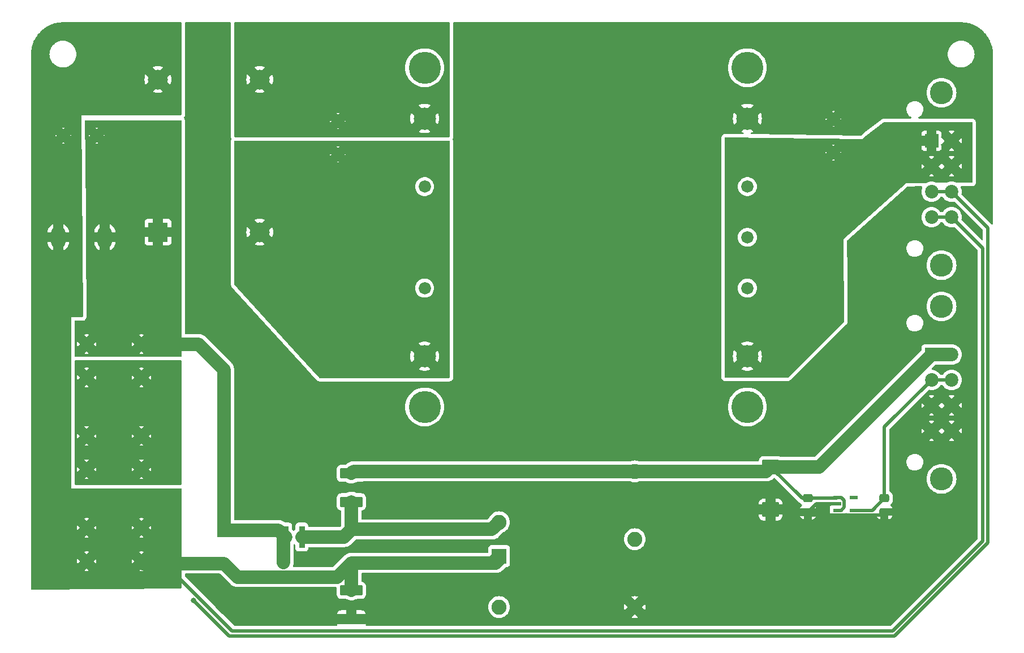
<source format=gbr>
%TF.GenerationSoftware,KiCad,Pcbnew,7.0.8*%
%TF.CreationDate,2023-12-07T15:37:41-07:00*%
%TF.ProjectId,GR-LRR-POWER-PCB,47522d4c-5252-42d5-904f-5745522d5043,rev?*%
%TF.SameCoordinates,Original*%
%TF.FileFunction,Copper,L2,Bot*%
%TF.FilePolarity,Positive*%
%FSLAX46Y46*%
G04 Gerber Fmt 4.6, Leading zero omitted, Abs format (unit mm)*
G04 Created by KiCad (PCBNEW 7.0.8) date 2023-12-07 15:37:41*
%MOMM*%
%LPD*%
G01*
G04 APERTURE LIST*
G04 Aperture macros list*
%AMRoundRect*
0 Rectangle with rounded corners*
0 $1 Rounding radius*
0 $2 $3 $4 $5 $6 $7 $8 $9 X,Y pos of 4 corners*
0 Add a 4 corners polygon primitive as box body*
4,1,4,$2,$3,$4,$5,$6,$7,$8,$9,$2,$3,0*
0 Add four circle primitives for the rounded corners*
1,1,$1+$1,$2,$3*
1,1,$1+$1,$4,$5*
1,1,$1+$1,$6,$7*
1,1,$1+$1,$8,$9*
0 Add four rect primitives between the rounded corners*
20,1,$1+$1,$2,$3,$4,$5,0*
20,1,$1+$1,$4,$5,$6,$7,0*
20,1,$1+$1,$6,$7,$8,$9,0*
20,1,$1+$1,$8,$9,$2,$3,0*%
G04 Aperture macros list end*
%TA.AperFunction,ComponentPad*%
%ADD10C,3.345000*%
%TD*%
%TA.AperFunction,ComponentPad*%
%ADD11C,1.830000*%
%TD*%
%TA.AperFunction,ComponentPad*%
%ADD12C,4.800000*%
%TD*%
%TA.AperFunction,ComponentPad*%
%ADD13R,2.025000X2.025000*%
%TD*%
%TA.AperFunction,ComponentPad*%
%ADD14C,2.025000*%
%TD*%
%TA.AperFunction,ComponentPad*%
%ADD15C,3.450000*%
%TD*%
%TA.AperFunction,SMDPad,CuDef*%
%ADD16RoundRect,0.250000X-1.450000X0.537500X-1.450000X-0.537500X1.450000X-0.537500X1.450000X0.537500X0*%
%TD*%
%TA.AperFunction,ComponentPad*%
%ADD17C,1.905000*%
%TD*%
%TA.AperFunction,ComponentPad*%
%ADD18C,1.371600*%
%TD*%
%TA.AperFunction,ComponentPad*%
%ADD19R,2.000000X2.000000*%
%TD*%
%TA.AperFunction,ComponentPad*%
%ADD20C,2.000000*%
%TD*%
%TA.AperFunction,SMDPad,CuDef*%
%ADD21RoundRect,0.250000X-0.475000X0.337500X-0.475000X-0.337500X0.475000X-0.337500X0.475000X0.337500X0*%
%TD*%
%TA.AperFunction,SMDPad,CuDef*%
%ADD22R,0.965200X3.302000*%
%TD*%
%TA.AperFunction,ComponentPad*%
%ADD23R,3.000000X3.000000*%
%TD*%
%TA.AperFunction,ComponentPad*%
%ADD24C,3.000000*%
%TD*%
%TA.AperFunction,SMDPad,CuDef*%
%ADD25RoundRect,0.250000X-1.025000X0.875000X-1.025000X-0.875000X1.025000X-0.875000X1.025000X0.875000X0*%
%TD*%
%TA.AperFunction,ComponentPad*%
%ADD26R,2.250000X2.250000*%
%TD*%
%TA.AperFunction,ComponentPad*%
%ADD27C,2.250000*%
%TD*%
%TA.AperFunction,SMDPad,CuDef*%
%ADD28R,1.200000X0.600000*%
%TD*%
%TA.AperFunction,SMDPad,CuDef*%
%ADD29RoundRect,0.850200X0.239800X0.709800X-0.239800X0.709800X-0.239800X-0.709800X0.239800X-0.709800X0*%
%TD*%
%TA.AperFunction,ViaPad*%
%ADD30C,0.800000*%
%TD*%
%TA.AperFunction,Conductor*%
%ADD31C,0.500000*%
%TD*%
%TA.AperFunction,Conductor*%
%ADD32C,2.000000*%
%TD*%
%TA.AperFunction,Conductor*%
%ADD33C,1.000000*%
%TD*%
G04 APERTURE END LIST*
D10*
%TO.P,PS1,1,+VIN*%
%TO.N,Net-(PS1-+VIN)*%
X78658000Y-71204000D03*
D11*
%TO.P,PS1,2,REMOTE_ON/OFF*%
%TO.N,unconnected-(PS1-REMOTE_ON{slash}OFF-Pad2)*%
X78658000Y-61004000D03*
%TO.P,PS1,3,CASE*%
%TO.N,unconnected-(PS1-CASE-Pad3)*%
X78658000Y-45804000D03*
D10*
%TO.P,PS1,4,-VIN*%
%TO.N,Net-(PS1--VIN)*%
X78658000Y-35604000D03*
%TO.P,PS1,5,-VOUT*%
%TO.N,GND*%
X126958000Y-35604000D03*
D11*
%TO.P,PS1,6,-SENSE*%
%TO.N,unconnected-(PS1--SENSE-Pad6)*%
X126958000Y-45804000D03*
%TO.P,PS1,7,TRIM*%
%TO.N,unconnected-(PS1-TRIM-Pad7)*%
X126958000Y-53404000D03*
%TO.P,PS1,8,+SENSE*%
%TO.N,unconnected-(PS1-+SENSE-Pad8)*%
X126958000Y-61004000D03*
D10*
%TO.P,PS1,9,+VOUT*%
%TO.N,+24V*%
X126958000Y-71204000D03*
D12*
%TO.P,PS1,MH1,MH1*%
%TO.N,unconnected-(PS1-PadMH1)*%
X78658000Y-78804000D03*
%TO.P,PS1,MH2,MH2*%
%TO.N,unconnected-(PS1-PadMH2)*%
X78658000Y-28004000D03*
%TO.P,PS1,MH3,MH3*%
%TO.N,unconnected-(PS1-PadMH3)*%
X126958000Y-78804000D03*
%TO.P,PS1,MH4,MH4*%
%TO.N,unconnected-(PS1-PadMH4)*%
X126958000Y-28004000D03*
%TD*%
D13*
%TO.P,J5,A1,A1*%
%TO.N,+24V*%
X154526000Y-38952000D03*
D14*
%TO.P,J5,A2,A2*%
X157526000Y-38952000D03*
%TO.P,J5,B1,B1*%
X154526000Y-42762000D03*
%TO.P,J5,B2,B2*%
X157526000Y-42762000D03*
%TO.P,J5,C1,C1*%
%TO.N,BATT+*%
X154526000Y-46572000D03*
%TO.P,J5,C2,C2*%
X157526000Y-46572000D03*
%TO.P,J5,D1,D1*%
%TO.N,BATT-*%
X154526000Y-50382000D03*
%TO.P,J5,D2,D2*%
X157526000Y-50382000D03*
D15*
%TO.P,J5,MH1,MH1*%
%TO.N,unconnected-(J5-PadMH1)*%
X156026000Y-31752000D03*
%TO.P,J5,MH2,MH2*%
%TO.N,unconnected-(J5-PadMH2)*%
X156026000Y-57582000D03*
%TD*%
D13*
%TO.P,J4,A1,A1*%
%TO.N,+5V*%
X154526000Y-70952000D03*
D14*
%TO.P,J4,A2,A2*%
X157526000Y-70952000D03*
%TO.P,J4,B1,B1*%
%TO.N,+3.3V*%
X154526000Y-74762000D03*
%TO.P,J4,B2,B2*%
X157526000Y-74762000D03*
%TO.P,J4,C1,C1*%
%TO.N,GND*%
X154526000Y-78572000D03*
%TO.P,J4,C2,C2*%
X157526000Y-78572000D03*
%TO.P,J4,D1,D1*%
X154526000Y-82382000D03*
%TO.P,J4,D2,D2*%
X157526000Y-82382000D03*
D15*
%TO.P,J4,MH1,MH1*%
%TO.N,unconnected-(J4-PadMH1)*%
X156026000Y-63752000D03*
%TO.P,J4,MH2,MH2*%
%TO.N,unconnected-(J4-PadMH2)*%
X156026000Y-89582000D03*
%TD*%
D16*
%TO.P,CY2,1*%
%TO.N,BATT-*%
X67706000Y-106272177D03*
%TO.P,CY2,2*%
%TO.N,GND*%
X67706000Y-110547177D03*
%TD*%
D17*
%TO.P,J1,1_1,1_1*%
%TO.N,Net-(J1-Pad1_1)*%
X36281999Y-88142000D03*
%TO.P,J1,1_2,1_2*%
X28082000Y-88142000D03*
%TO.P,J1,2_1,2_1*%
X36281999Y-83142000D03*
%TO.P,J1,2_2,2_2*%
X28082000Y-83142000D03*
%TD*%
D18*
%TO.P,C3,1*%
%TO.N,+24V*%
X139842000Y-40684000D03*
%TO.P,C3,2*%
%TO.N,GND*%
X139842000Y-35684000D03*
%TD*%
D19*
%TO.P,C7,1*%
%TO.N,Net-(PS2-VIN)*%
X67706000Y-97152000D03*
D20*
%TO.P,C7,2*%
%TO.N,BATT-*%
X67706000Y-102152000D03*
%TD*%
D21*
%TO.P,C5,1*%
%TO.N,BATT+*%
X57546000Y-102074223D03*
%TO.P,C5,2*%
%TO.N,BATT-*%
X57546000Y-104149223D03*
%TD*%
D16*
%TO.P,CY1,1*%
%TO.N,+5V*%
X67706000Y-88746177D03*
%TO.P,CY1,2*%
%TO.N,Net-(PS2-VIN)*%
X67706000Y-93021177D03*
%TD*%
D22*
%TO.P,L2,1,1*%
%TO.N,BATT+*%
X57850800Y-98285723D03*
%TO.P,L2,2,2*%
%TO.N,Net-(PS2-VIN)*%
X60289200Y-98285723D03*
%TD*%
D17*
%TO.P,J3,1_1,1_1*%
%TO.N,Net-(J1-Pad1_1)*%
X36281999Y-74386000D03*
%TO.P,J3,1_2,1_2*%
X28082000Y-74386000D03*
%TO.P,J3,2_1,2_1*%
%TO.N,BATT+*%
X36281999Y-69386000D03*
%TO.P,J3,2_2,2_2*%
X28082000Y-69386000D03*
%TD*%
D21*
%TO.P,C6,1*%
%TO.N,+5V*%
X136032000Y-92478500D03*
%TO.P,C6,2*%
%TO.N,GND*%
X136032000Y-94553500D03*
%TD*%
D23*
%TO.P,L1,1,1*%
%TO.N,BATT+*%
X38750000Y-52622000D03*
D24*
%TO.P,L1,2,2*%
%TO.N,BATT-*%
X38750000Y-29762000D03*
%TO.P,L1,3,3*%
%TO.N,Net-(PS1--VIN)*%
X53990000Y-29762000D03*
%TO.P,L1,4,4*%
%TO.N,Net-(PS1-+VIN)*%
X53990000Y-52622000D03*
%TD*%
D19*
%TO.P,C4,1*%
%TO.N,BATT+*%
X48656000Y-97244323D03*
D20*
%TO.P,C4,2*%
%TO.N,BATT-*%
X48656000Y-102244323D03*
%TD*%
D25*
%TO.P,C9,1*%
%TO.N,+5V*%
X130444000Y-87776000D03*
%TO.P,C9,2*%
%TO.N,GND*%
X130444000Y-94176000D03*
%TD*%
D26*
%TO.P,PS2,1,GND*%
%TO.N,BATT-*%
X89804000Y-101136000D03*
D27*
%TO.P,PS2,2,VIN*%
%TO.N,Net-(PS2-VIN)*%
X89804000Y-96056000D03*
%TO.P,PS2,3,+VO*%
%TO.N,+5V*%
X110124000Y-88436000D03*
%TO.P,PS2,4,TRIM*%
%TO.N,unconnected-(PS2-TRIM-Pad4)*%
X110124000Y-98596000D03*
%TO.P,PS2,5,0V*%
%TO.N,GND*%
X110124000Y-108756000D03*
%TO.P,PS2,6,CTRL*%
%TO.N,unconnected-(PS2-CTRL-Pad6)*%
X89804000Y-108756000D03*
%TD*%
D28*
%TO.P,IC1,1,IN*%
%TO.N,+5V*%
X140390000Y-94278000D03*
%TO.P,IC1,2,GND*%
%TO.N,GND*%
X140390000Y-93328000D03*
%TO.P,IC1,3,EN*%
%TO.N,+5V*%
X140390000Y-92378000D03*
%TO.P,IC1,4,NC*%
%TO.N,unconnected-(IC1-NC-Pad4)*%
X142890000Y-92378000D03*
%TO.P,IC1,5,OUT*%
%TO.N,+3.3V*%
X142890000Y-94278000D03*
%TD*%
D17*
%TO.P,J2,1_1,1_1*%
%TO.N,BATT-*%
X36281999Y-101898000D03*
%TO.P,J2,1_2,1_2*%
X28082000Y-101898000D03*
%TO.P,J2,2_1,2_1*%
X36281999Y-96898000D03*
%TO.P,J2,2_2,2_2*%
X28082000Y-96898000D03*
%TD*%
D21*
%TO.P,C8,1*%
%TO.N,+3.3V*%
X147462000Y-92457000D03*
%TO.P,C8,2*%
%TO.N,GND*%
X147462000Y-94532000D03*
%TD*%
D18*
%TO.P,C2,1*%
%TO.N,Net-(PS1-+VIN)*%
X65674000Y-40993250D03*
%TO.P,C2,2*%
%TO.N,Net-(PS1--VIN)*%
X65674000Y-35993250D03*
%TD*%
D29*
%TO.P,D1,A*%
%TO.N,BATT-*%
X23835000Y-53384000D03*
%TO.P,D1,C*%
%TO.N,BATT+*%
X30805000Y-53384000D03*
%TD*%
D18*
%TO.P,C1,1*%
%TO.N,BATT+*%
X29606000Y-38144000D03*
%TO.P,C1,2*%
%TO.N,BATT-*%
X24606000Y-38144000D03*
%TD*%
D30*
%TO.N,BATT+*%
X44084000Y-107740000D03*
%TD*%
D31*
%TO.N,BATT+*%
X162956000Y-99104000D02*
X148986000Y-113074000D01*
X162956000Y-52002000D02*
X162956000Y-99104000D01*
X157526000Y-46572000D02*
X162956000Y-52002000D01*
X148986000Y-113074000D02*
X49418000Y-113074000D01*
X49418000Y-113074000D02*
X44084000Y-107740000D01*
%TO.N,BATT-*%
X148732000Y-112312000D02*
X49858082Y-112312000D01*
X162194000Y-98850000D02*
X148732000Y-112312000D01*
X162194000Y-55050000D02*
X162194000Y-98850000D01*
X157526000Y-50382000D02*
X162194000Y-55050000D01*
X49858082Y-112312000D02*
X39444082Y-101898000D01*
X39444082Y-101898000D02*
X36210000Y-101898000D01*
%TO.N,+3.3V*%
X147462000Y-92457000D02*
X147462000Y-81826000D01*
X142890000Y-94278000D02*
X145641000Y-94278000D01*
X147462000Y-81826000D02*
X154526000Y-74762000D01*
X154526000Y-74762000D02*
X157526000Y-74762000D01*
X145641000Y-94278000D02*
X147462000Y-92457000D01*
D32*
%TO.N,+5V*%
X110124000Y-88436000D02*
X68016177Y-88436000D01*
X68016177Y-88436000D02*
X67706000Y-88746177D01*
D31*
X140990000Y-92378000D02*
X140390000Y-92378000D01*
X140390000Y-94278000D02*
X140990000Y-94278000D01*
D32*
X130444000Y-87776000D02*
X137702000Y-87776000D01*
X137702000Y-87776000D02*
X154526000Y-70952000D01*
X154526000Y-70952000D02*
X157526000Y-70952000D01*
D31*
X141440000Y-92828000D02*
X140990000Y-92378000D01*
X135146500Y-92478500D02*
X130444000Y-87776000D01*
X140289500Y-92478500D02*
X140390000Y-92378000D01*
X136032000Y-92478500D02*
X140289500Y-92478500D01*
D32*
X129784000Y-88436000D02*
X130444000Y-87776000D01*
X110124000Y-88436000D02*
X129784000Y-88436000D01*
D31*
X136032000Y-92478500D02*
X135146500Y-92478500D01*
X141440000Y-93828000D02*
X141440000Y-92828000D01*
X140990000Y-94278000D02*
X141440000Y-93828000D01*
%TO.N,GND*%
X137257500Y-93328000D02*
X136032000Y-94553500D01*
X130821500Y-94553500D02*
X130444000Y-94176000D01*
X136506500Y-95028000D02*
X136032000Y-94553500D01*
X140390000Y-93328000D02*
X137257500Y-93328000D01*
X146966000Y-95028000D02*
X136506500Y-95028000D01*
D33*
X139762000Y-35604000D02*
X139842000Y-35684000D01*
D31*
X136032000Y-94553500D02*
X130821500Y-94553500D01*
X147462000Y-94532000D02*
X146966000Y-95028000D01*
D32*
%TO.N,Net-(PS2-VIN)*%
X67706000Y-97152000D02*
X67706000Y-93021177D01*
X88708000Y-97152000D02*
X89804000Y-96056000D01*
X60289200Y-98285723D02*
X66572277Y-98285723D01*
X66572277Y-98285723D02*
X67706000Y-97152000D01*
X67706000Y-97152000D02*
X88708000Y-97152000D01*
%TO.N,BATT+*%
X44846000Y-69386000D02*
X36281999Y-69386000D01*
X56809400Y-97244323D02*
X57850800Y-98285723D01*
X57546000Y-98590523D02*
X57850800Y-98285723D01*
X48656000Y-73196000D02*
X44846000Y-69386000D01*
X48656000Y-97244323D02*
X48656000Y-73196000D01*
D31*
X157526000Y-46572000D02*
X154526000Y-46572000D01*
D32*
X57546000Y-102074223D02*
X57546000Y-98590523D01*
X48656000Y-97244323D02*
X56809400Y-97244323D01*
D33*
%TO.N,BATT-*%
X48309677Y-101898000D02*
X48656000Y-102244323D01*
D32*
X36556323Y-102244323D02*
X36210000Y-101898000D01*
X65583777Y-104274223D02*
X50685900Y-104274223D01*
X48656000Y-102244323D02*
X36556323Y-102244323D01*
X67706000Y-102152000D02*
X65583777Y-104274223D01*
D31*
X157526000Y-50382000D02*
X154526000Y-50382000D01*
D32*
X67706000Y-102152000D02*
X88788000Y-102152000D01*
X88788000Y-102152000D02*
X89804000Y-101136000D01*
X89296000Y-102152000D02*
X89804000Y-101644000D01*
X67706000Y-106272177D02*
X67706000Y-102152000D01*
X50685900Y-104274223D02*
X48656000Y-102244323D01*
%TD*%
%TA.AperFunction,Conductor*%
%TO.N,Net-(PS1-+VIN)*%
G36*
X82381039Y-38925685D02*
G01*
X82426794Y-38978489D01*
X82438000Y-39030000D01*
X82438000Y-74342000D01*
X82418315Y-74409039D01*
X82365511Y-74454794D01*
X82314000Y-74466000D01*
X62934854Y-74466000D01*
X62867815Y-74446315D01*
X62843101Y-74425411D01*
X59914546Y-71204000D01*
X76480424Y-71204000D01*
X76500705Y-71500507D01*
X76561174Y-71791505D01*
X76561175Y-71791508D01*
X76660697Y-72071536D01*
X76660700Y-72071542D01*
X76684283Y-72117055D01*
X76684283Y-72117056D01*
X77544264Y-71257075D01*
X77549329Y-71363403D01*
X77599531Y-71570340D01*
X77687989Y-71764036D01*
X77811506Y-71937491D01*
X77965617Y-72084436D01*
X78144753Y-72199560D01*
X78342439Y-72278701D01*
X78551530Y-72319000D01*
X78603660Y-72319000D01*
X77746141Y-73176516D01*
X77928772Y-73255844D01*
X78214952Y-73336028D01*
X78214959Y-73336029D01*
X78509396Y-73376500D01*
X78806604Y-73376500D01*
X79101040Y-73336029D01*
X79101047Y-73336028D01*
X79387227Y-73255844D01*
X79569857Y-73176516D01*
X78712233Y-72318893D01*
X78869975Y-72303831D01*
X79074289Y-72243839D01*
X79263557Y-72146265D01*
X79430938Y-72014634D01*
X79570384Y-71853706D01*
X79676853Y-71669295D01*
X79746499Y-71468067D01*
X79776193Y-71261533D01*
X80631716Y-72117056D01*
X80655297Y-72071549D01*
X80655298Y-72071546D01*
X80754824Y-71791508D01*
X80754825Y-71791505D01*
X80815294Y-71500507D01*
X80835575Y-71204000D01*
X80815294Y-70907492D01*
X80754825Y-70616494D01*
X80754824Y-70616491D01*
X80655300Y-70336458D01*
X80655297Y-70336451D01*
X80631716Y-70290942D01*
X79771735Y-71150923D01*
X79766671Y-71044597D01*
X79716469Y-70837660D01*
X79628011Y-70643964D01*
X79504494Y-70470509D01*
X79350383Y-70323564D01*
X79171247Y-70208440D01*
X78973561Y-70129299D01*
X78764470Y-70089000D01*
X78712341Y-70089000D01*
X79569857Y-69231482D01*
X79569857Y-69231481D01*
X79387232Y-69152157D01*
X79387231Y-69152156D01*
X79101046Y-69071971D01*
X79101040Y-69071970D01*
X78806604Y-69031500D01*
X78509396Y-69031500D01*
X78214959Y-69071970D01*
X78214953Y-69071971D01*
X77928768Y-69152156D01*
X77928767Y-69152157D01*
X77746141Y-69231482D01*
X78603766Y-70089106D01*
X78446025Y-70104169D01*
X78241711Y-70164161D01*
X78052443Y-70261735D01*
X77885062Y-70393366D01*
X77745616Y-70554294D01*
X77639147Y-70738705D01*
X77569501Y-70939933D01*
X77539806Y-71146465D01*
X76684283Y-70290942D01*
X76684283Y-70290943D01*
X76660702Y-70336452D01*
X76561175Y-70616491D01*
X76561174Y-70616494D01*
X76500705Y-70907492D01*
X76480424Y-71204000D01*
X59914546Y-71204000D01*
X50641823Y-61004005D01*
X77237649Y-61004005D01*
X77257019Y-61237773D01*
X77257021Y-61237785D01*
X77314607Y-61465187D01*
X77408838Y-61680011D01*
X77537140Y-61876395D01*
X77537143Y-61876398D01*
X77696022Y-62048986D01*
X77881142Y-62193070D01*
X78087452Y-62304720D01*
X78202662Y-62344272D01*
X78309320Y-62380888D01*
X78309322Y-62380888D01*
X78309324Y-62380889D01*
X78540708Y-62419500D01*
X78540709Y-62419500D01*
X78775291Y-62419500D01*
X78775292Y-62419500D01*
X79006676Y-62380889D01*
X79228548Y-62304720D01*
X79434858Y-62193070D01*
X79619978Y-62048986D01*
X79778857Y-61876398D01*
X79907161Y-61680012D01*
X80001392Y-61465187D01*
X80058979Y-61237782D01*
X80078351Y-61004000D01*
X80058979Y-60770218D01*
X80001392Y-60542813D01*
X79959829Y-60448060D01*
X79907161Y-60327988D01*
X79778859Y-60131604D01*
X79751441Y-60101820D01*
X79619978Y-59959014D01*
X79489334Y-59857330D01*
X79434860Y-59814931D01*
X79228548Y-59703280D01*
X79228540Y-59703277D01*
X79006679Y-59627111D01*
X78833138Y-59598152D01*
X78775292Y-59588500D01*
X78540708Y-59588500D01*
X78494431Y-59596222D01*
X78309320Y-59627111D01*
X78087459Y-59703277D01*
X78087451Y-59703280D01*
X77881139Y-59814931D01*
X77750498Y-59916613D01*
X77696022Y-59959014D01*
X77696019Y-59959016D01*
X77696019Y-59959017D01*
X77537140Y-60131604D01*
X77408838Y-60327988D01*
X77314607Y-60542812D01*
X77257021Y-60770214D01*
X77257019Y-60770226D01*
X77237649Y-61003994D01*
X77237649Y-61004005D01*
X50641823Y-61004005D01*
X50212247Y-60531471D01*
X50181717Y-60468625D01*
X50180000Y-60448060D01*
X50180000Y-54464844D01*
X53207813Y-54464844D01*
X53425102Y-54545889D01*
X53704637Y-54606699D01*
X53989999Y-54627109D01*
X53990001Y-54627109D01*
X54275362Y-54606699D01*
X54554897Y-54545889D01*
X54772185Y-54464844D01*
X53990000Y-53682660D01*
X53207813Y-54464844D01*
X50180000Y-54464844D01*
X50180000Y-52622001D01*
X51984891Y-52622001D01*
X52005300Y-52907362D01*
X52066110Y-53186897D01*
X52147154Y-53404185D01*
X52878430Y-52672910D01*
X52986133Y-52672910D01*
X53016931Y-52873945D01*
X53087565Y-53064665D01*
X53195146Y-53237263D01*
X53335268Y-53384671D01*
X53502195Y-53500856D01*
X53689093Y-53581060D01*
X53888310Y-53622000D01*
X54040712Y-53622000D01*
X54192337Y-53606581D01*
X54386390Y-53545697D01*
X54564214Y-53446996D01*
X54718531Y-53314520D01*
X54843021Y-53153692D01*
X54932588Y-52971096D01*
X54983566Y-52774209D01*
X54991285Y-52622000D01*
X55050660Y-52622000D01*
X55832844Y-53404185D01*
X55913889Y-53186897D01*
X55974699Y-52907362D01*
X55995109Y-52622001D01*
X55995109Y-52621998D01*
X55974699Y-52336637D01*
X55913889Y-52057102D01*
X55832844Y-51839813D01*
X55050660Y-52621999D01*
X55050660Y-52622000D01*
X54991285Y-52622000D01*
X54993867Y-52571090D01*
X54963069Y-52370055D01*
X54892435Y-52179335D01*
X54784854Y-52006737D01*
X54644732Y-51859329D01*
X54477805Y-51743144D01*
X54290907Y-51662940D01*
X54091690Y-51622000D01*
X53939288Y-51622000D01*
X53787663Y-51637419D01*
X53593610Y-51698303D01*
X53415786Y-51797004D01*
X53261469Y-51929480D01*
X53136979Y-52090308D01*
X53047412Y-52272904D01*
X52996434Y-52469791D01*
X52986133Y-52672910D01*
X52878430Y-52672910D01*
X52929340Y-52622000D01*
X52929340Y-52621999D01*
X52147154Y-51839813D01*
X52066110Y-52057102D01*
X52005300Y-52336637D01*
X51984891Y-52621998D01*
X51984891Y-52622001D01*
X50180000Y-52622001D01*
X50180000Y-50779154D01*
X53207813Y-50779154D01*
X53990000Y-51561340D01*
X53990001Y-51561340D01*
X54772185Y-50779154D01*
X54554897Y-50698110D01*
X54275362Y-50637300D01*
X53990001Y-50616891D01*
X53989999Y-50616891D01*
X53704637Y-50637300D01*
X53425102Y-50698110D01*
X53207813Y-50779154D01*
X50180000Y-50779154D01*
X50180000Y-45804005D01*
X77237649Y-45804005D01*
X77257019Y-46037773D01*
X77257021Y-46037785D01*
X77314607Y-46265187D01*
X77408838Y-46480011D01*
X77537140Y-46676395D01*
X77537143Y-46676398D01*
X77696022Y-46848986D01*
X77881142Y-46993070D01*
X78087452Y-47104720D01*
X78202662Y-47144272D01*
X78309320Y-47180888D01*
X78309322Y-47180888D01*
X78309324Y-47180889D01*
X78540708Y-47219500D01*
X78540709Y-47219500D01*
X78775291Y-47219500D01*
X78775292Y-47219500D01*
X79006676Y-47180889D01*
X79228548Y-47104720D01*
X79434858Y-46993070D01*
X79619978Y-46848986D01*
X79778857Y-46676398D01*
X79907161Y-46480012D01*
X80001392Y-46265187D01*
X80058979Y-46037782D01*
X80078351Y-45804000D01*
X80058979Y-45570218D01*
X80001392Y-45342813D01*
X79907161Y-45127988D01*
X79778859Y-44931604D01*
X79751441Y-44901820D01*
X79619978Y-44759014D01*
X79489334Y-44657330D01*
X79434860Y-44614931D01*
X79228548Y-44503280D01*
X79228540Y-44503277D01*
X79006679Y-44427111D01*
X78833138Y-44398152D01*
X78775292Y-44388500D01*
X78540708Y-44388500D01*
X78494431Y-44396222D01*
X78309320Y-44427111D01*
X78087459Y-44503277D01*
X78087451Y-44503280D01*
X77881139Y-44614931D01*
X77750498Y-44716613D01*
X77696022Y-44759014D01*
X77696019Y-44759016D01*
X77696019Y-44759017D01*
X77537140Y-44931604D01*
X77408838Y-45127988D01*
X77314607Y-45342812D01*
X77257021Y-45570214D01*
X77257019Y-45570226D01*
X77237649Y-45803994D01*
X77237649Y-45804005D01*
X50180000Y-45804005D01*
X50180000Y-42162346D01*
X65474768Y-42162346D01*
X65564121Y-42179050D01*
X65783878Y-42179050D01*
X65873230Y-42162346D01*
X65670531Y-41959647D01*
X65657350Y-41968454D01*
X65654315Y-41978792D01*
X65637681Y-41999434D01*
X65474768Y-42162346D01*
X50180000Y-42162346D01*
X50180000Y-40993250D01*
X64483120Y-40993250D01*
X64501862Y-41195519D01*
X64704132Y-40993249D01*
X64671500Y-40960617D01*
X65238544Y-40960617D01*
X65248271Y-41090420D01*
X65295827Y-41211588D01*
X65376984Y-41313357D01*
X65484533Y-41386682D01*
X65608917Y-41425050D01*
X65706357Y-41425050D01*
X65802713Y-41410527D01*
X65919989Y-41354049D01*
X66015408Y-41265514D01*
X66080491Y-41152786D01*
X66109456Y-41025883D01*
X66106751Y-40989781D01*
X66640397Y-40989781D01*
X66846135Y-41195518D01*
X66864879Y-40993249D01*
X66846135Y-40790980D01*
X66680185Y-40956931D01*
X66652100Y-40972266D01*
X66640397Y-40989781D01*
X66106751Y-40989781D01*
X66099729Y-40896080D01*
X66052173Y-40774912D01*
X65971016Y-40673143D01*
X65863467Y-40599818D01*
X65739083Y-40561450D01*
X65641643Y-40561450D01*
X65545287Y-40575973D01*
X65428011Y-40632451D01*
X65332592Y-40720986D01*
X65267509Y-40833714D01*
X65238544Y-40960617D01*
X64671500Y-40960617D01*
X64501862Y-40790979D01*
X64483120Y-40993249D01*
X64483120Y-40993250D01*
X50180000Y-40993250D01*
X50180000Y-39824152D01*
X65474769Y-39824152D01*
X65673999Y-40023382D01*
X65674000Y-40023382D01*
X65674000Y-40023381D01*
X65873229Y-39824152D01*
X65873229Y-39824151D01*
X65783879Y-39807450D01*
X65564121Y-39807450D01*
X65474769Y-39824152D01*
X50180000Y-39824152D01*
X50180000Y-39030000D01*
X50199685Y-38962961D01*
X50252489Y-38917206D01*
X50304000Y-38906000D01*
X82314000Y-38906000D01*
X82381039Y-38925685D01*
G37*
%TD.AperFunction*%
%TD*%
%TA.AperFunction,Conductor*%
%TO.N,BATT+*%
G36*
X42249033Y-35877685D02*
G01*
X42294788Y-35930489D01*
X42305993Y-35982003D01*
X42305258Y-50102065D01*
X42304162Y-71159437D01*
X42284474Y-71226476D01*
X42231668Y-71272228D01*
X42162519Y-71282169D01*
X42149112Y-71280241D01*
X42149104Y-71280241D01*
X26425500Y-71280241D01*
X26358461Y-71260556D01*
X26312706Y-71207752D01*
X26301500Y-71156241D01*
X26301500Y-70799676D01*
X27728983Y-70799676D01*
X27961643Y-70838500D01*
X28202357Y-70838500D01*
X28435016Y-70799676D01*
X35928982Y-70799676D01*
X36161642Y-70838500D01*
X36402356Y-70838500D01*
X36635015Y-70799676D01*
X36282000Y-70446660D01*
X36281999Y-70446660D01*
X35928982Y-70799676D01*
X28435016Y-70799676D01*
X28082001Y-70446660D01*
X28082000Y-70446660D01*
X27728983Y-70799676D01*
X26301500Y-70799676D01*
X26301500Y-69386005D01*
X26624522Y-69386005D01*
X26644399Y-69625889D01*
X26672092Y-69735247D01*
X26936527Y-69470813D01*
X27383500Y-69470813D01*
X27424095Y-69635511D01*
X27502924Y-69785707D01*
X27615407Y-69912675D01*
X27755007Y-70009033D01*
X27913610Y-70069184D01*
X28039750Y-70084500D01*
X28124250Y-70084500D01*
X28250390Y-70069184D01*
X28408993Y-70009033D01*
X28548593Y-69912675D01*
X28661076Y-69785707D01*
X28739905Y-69635511D01*
X28780500Y-69470813D01*
X28780500Y-69386000D01*
X29142660Y-69386000D01*
X29491907Y-69735247D01*
X29491907Y-69735246D01*
X29519597Y-69625904D01*
X29519601Y-69625884D01*
X29539478Y-69386005D01*
X34824521Y-69386005D01*
X34844398Y-69625889D01*
X34872091Y-69735247D01*
X35136526Y-69470813D01*
X35583499Y-69470813D01*
X35624094Y-69635511D01*
X35702923Y-69785707D01*
X35815406Y-69912675D01*
X35955006Y-70009033D01*
X36113609Y-70069184D01*
X36239749Y-70084500D01*
X36324249Y-70084500D01*
X36450389Y-70069184D01*
X36608992Y-70009033D01*
X36748592Y-69912675D01*
X36861075Y-69785707D01*
X36939904Y-69635511D01*
X36980499Y-69470813D01*
X36980499Y-69386000D01*
X37342659Y-69386000D01*
X37691906Y-69735247D01*
X37691906Y-69735246D01*
X37719596Y-69625904D01*
X37719600Y-69625884D01*
X37739477Y-69386005D01*
X37739477Y-69385994D01*
X37719600Y-69146115D01*
X37719596Y-69146094D01*
X37691906Y-69036751D01*
X37342659Y-69385999D01*
X37342659Y-69386000D01*
X36980499Y-69386000D01*
X36980499Y-69301187D01*
X36939904Y-69136489D01*
X36861075Y-68986293D01*
X36748592Y-68859325D01*
X36608992Y-68762967D01*
X36450389Y-68702816D01*
X36324249Y-68687500D01*
X36239749Y-68687500D01*
X36113609Y-68702816D01*
X35955006Y-68762967D01*
X35815406Y-68859325D01*
X35702923Y-68986293D01*
X35624094Y-69136489D01*
X35583499Y-69301187D01*
X35583499Y-69470813D01*
X35136526Y-69470813D01*
X35221339Y-69386000D01*
X35221339Y-69385999D01*
X34872091Y-69036751D01*
X34844398Y-69146110D01*
X34824521Y-69385994D01*
X34824521Y-69386005D01*
X29539478Y-69386005D01*
X29539478Y-69385994D01*
X29519601Y-69146115D01*
X29519597Y-69146094D01*
X29491907Y-69036751D01*
X29142660Y-69385999D01*
X29142660Y-69386000D01*
X28780500Y-69386000D01*
X28780500Y-69301187D01*
X28739905Y-69136489D01*
X28661076Y-68986293D01*
X28548593Y-68859325D01*
X28408993Y-68762967D01*
X28250390Y-68702816D01*
X28124250Y-68687500D01*
X28039750Y-68687500D01*
X27913610Y-68702816D01*
X27755007Y-68762967D01*
X27615407Y-68859325D01*
X27502924Y-68986293D01*
X27424095Y-69136489D01*
X27383500Y-69301187D01*
X27383500Y-69470813D01*
X26936527Y-69470813D01*
X27021340Y-69386000D01*
X27021340Y-69385999D01*
X26672092Y-69036751D01*
X26644399Y-69146110D01*
X26624522Y-69385994D01*
X26624522Y-69386005D01*
X26301500Y-69386005D01*
X26301500Y-67972323D01*
X27728982Y-67972323D01*
X28082000Y-68325340D01*
X28082001Y-68325340D01*
X28435016Y-67972323D01*
X35928981Y-67972323D01*
X36281999Y-68325340D01*
X36282000Y-68325340D01*
X36635015Y-67972323D01*
X36402357Y-67933500D01*
X36161641Y-67933500D01*
X35928981Y-67972323D01*
X28435016Y-67972323D01*
X28202358Y-67933500D01*
X27961642Y-67933500D01*
X27728982Y-67972323D01*
X26301500Y-67972323D01*
X26301500Y-65954000D01*
X26321185Y-65886961D01*
X26373989Y-65841206D01*
X26425500Y-65830000D01*
X27828000Y-65830000D01*
X27828000Y-65829999D01*
X27827993Y-65829283D01*
X27827350Y-65753960D01*
X27846460Y-65686759D01*
X27869357Y-65659878D01*
X27888057Y-65643398D01*
X27981362Y-65533874D01*
X28040031Y-65402498D01*
X28059152Y-65335295D01*
X28059152Y-65335293D01*
X28059695Y-65331400D01*
X28059712Y-65331154D01*
X28063805Y-65300878D01*
X28078431Y-65192710D01*
X27985501Y-54134000D01*
X29215000Y-54134000D01*
X29215000Y-54152756D01*
X29230432Y-54329150D01*
X29230434Y-54329160D01*
X29291577Y-54557352D01*
X29291581Y-54557361D01*
X29391424Y-54771476D01*
X29526940Y-54965011D01*
X29693988Y-55132059D01*
X29887523Y-55267575D01*
X30054999Y-55345670D01*
X30055000Y-55345670D01*
X30055000Y-54134000D01*
X31555000Y-54134000D01*
X31555000Y-55345670D01*
X31722476Y-55267575D01*
X31916011Y-55132059D01*
X32083059Y-54965011D01*
X32218575Y-54771476D01*
X32318418Y-54557361D01*
X32318422Y-54557352D01*
X32379565Y-54329160D01*
X32379567Y-54329150D01*
X32395000Y-54152756D01*
X32395000Y-54134000D01*
X31555000Y-54134000D01*
X30055000Y-54134000D01*
X29215000Y-54134000D01*
X27985501Y-54134000D01*
X27979098Y-53372000D01*
X36750000Y-53372000D01*
X36750000Y-54169844D01*
X36756401Y-54229372D01*
X36756403Y-54229379D01*
X36806645Y-54364086D01*
X36806649Y-54364093D01*
X36892809Y-54479187D01*
X36892812Y-54479190D01*
X37007906Y-54565350D01*
X37007913Y-54565354D01*
X37142620Y-54615596D01*
X37142627Y-54615598D01*
X37202155Y-54621999D01*
X37202172Y-54622000D01*
X38000000Y-54622000D01*
X38000000Y-53372000D01*
X36750000Y-53372000D01*
X27979098Y-53372000D01*
X27973223Y-52672910D01*
X37746133Y-52672910D01*
X37776931Y-52873945D01*
X37847565Y-53064665D01*
X37955146Y-53237263D01*
X38095268Y-53384671D01*
X38262195Y-53500856D01*
X38449093Y-53581060D01*
X38648310Y-53622000D01*
X38800712Y-53622000D01*
X38952337Y-53606581D01*
X39146390Y-53545697D01*
X39324214Y-53446996D01*
X39411574Y-53372000D01*
X39500000Y-53372000D01*
X39500000Y-54622000D01*
X40297828Y-54622000D01*
X40297844Y-54621999D01*
X40357372Y-54615598D01*
X40357379Y-54615596D01*
X40492086Y-54565354D01*
X40492093Y-54565350D01*
X40607187Y-54479190D01*
X40607190Y-54479187D01*
X40693350Y-54364093D01*
X40693354Y-54364086D01*
X40743596Y-54229379D01*
X40743598Y-54229372D01*
X40749999Y-54169844D01*
X40750000Y-54169827D01*
X40750000Y-53372000D01*
X39500000Y-53372000D01*
X39411574Y-53372000D01*
X39478531Y-53314520D01*
X39603021Y-53153692D01*
X39692588Y-52971096D01*
X39743566Y-52774209D01*
X39753867Y-52571090D01*
X39723069Y-52370055D01*
X39652435Y-52179335D01*
X39544854Y-52006737D01*
X39404732Y-51859329D01*
X39237805Y-51743144D01*
X39050907Y-51662940D01*
X38851690Y-51622000D01*
X38699288Y-51622000D01*
X38547663Y-51637419D01*
X38353610Y-51698303D01*
X38175786Y-51797004D01*
X38021469Y-51929480D01*
X37896979Y-52090308D01*
X37807412Y-52272904D01*
X37756434Y-52469791D01*
X37746133Y-52672910D01*
X27973223Y-52672910D01*
X27972896Y-52634000D01*
X29215000Y-52634000D01*
X30055000Y-52634000D01*
X30055000Y-51422327D01*
X31555000Y-51422327D01*
X31555000Y-52634000D01*
X32395000Y-52634000D01*
X32395000Y-52615244D01*
X32379567Y-52438849D01*
X32379565Y-52438839D01*
X32318422Y-52210647D01*
X32318418Y-52210638D01*
X32218575Y-51996523D01*
X32131382Y-51872000D01*
X36750000Y-51872000D01*
X38000000Y-51872000D01*
X38000000Y-50622000D01*
X39500000Y-50622000D01*
X39500000Y-51872000D01*
X40750000Y-51872000D01*
X40750000Y-51074172D01*
X40749999Y-51074155D01*
X40743598Y-51014627D01*
X40743596Y-51014620D01*
X40693354Y-50879913D01*
X40693350Y-50879906D01*
X40607190Y-50764812D01*
X40607187Y-50764809D01*
X40492093Y-50678649D01*
X40492086Y-50678645D01*
X40357379Y-50628403D01*
X40357372Y-50628401D01*
X40297844Y-50622000D01*
X39500000Y-50622000D01*
X38000000Y-50622000D01*
X37202155Y-50622000D01*
X37142627Y-50628401D01*
X37142620Y-50628403D01*
X37007913Y-50678645D01*
X37007906Y-50678649D01*
X36892812Y-50764809D01*
X36892809Y-50764812D01*
X36806649Y-50879906D01*
X36806645Y-50879913D01*
X36756403Y-51014620D01*
X36756401Y-51014627D01*
X36750000Y-51074155D01*
X36750000Y-51872000D01*
X32131382Y-51872000D01*
X32083059Y-51802988D01*
X31916011Y-51635940D01*
X31722476Y-51500424D01*
X31555000Y-51422327D01*
X30055000Y-51422327D01*
X29887523Y-51500424D01*
X29693988Y-51635940D01*
X29526940Y-51802988D01*
X29391424Y-51996523D01*
X29291581Y-52210638D01*
X29291577Y-52210647D01*
X29230434Y-52438839D01*
X29230432Y-52438849D01*
X29215000Y-52615244D01*
X29215000Y-52634000D01*
X27972896Y-52634000D01*
X27860955Y-39313096D01*
X29406768Y-39313096D01*
X29496121Y-39329800D01*
X29715878Y-39329800D01*
X29805230Y-39313096D01*
X29602531Y-39110397D01*
X29589350Y-39119204D01*
X29586315Y-39129542D01*
X29569681Y-39150184D01*
X29406768Y-39313096D01*
X27860955Y-39313096D01*
X27851131Y-38144000D01*
X28415120Y-38144000D01*
X28433862Y-38346269D01*
X28636132Y-38143999D01*
X28603500Y-38111367D01*
X29170544Y-38111367D01*
X29180271Y-38241170D01*
X29227827Y-38362338D01*
X29308984Y-38464107D01*
X29416533Y-38537432D01*
X29540917Y-38575800D01*
X29638357Y-38575800D01*
X29734713Y-38561277D01*
X29851989Y-38504799D01*
X29947408Y-38416264D01*
X30012491Y-38303536D01*
X30041456Y-38176633D01*
X30038751Y-38140531D01*
X30572397Y-38140531D01*
X30778135Y-38346268D01*
X30796879Y-38143999D01*
X30778135Y-37941730D01*
X30612185Y-38107681D01*
X30584100Y-38123016D01*
X30572397Y-38140531D01*
X30038751Y-38140531D01*
X30031729Y-38046830D01*
X29984173Y-37925662D01*
X29903016Y-37823893D01*
X29795467Y-37750568D01*
X29671083Y-37712200D01*
X29573643Y-37712200D01*
X29477287Y-37726723D01*
X29360011Y-37783201D01*
X29264592Y-37871736D01*
X29199509Y-37984464D01*
X29170544Y-38111367D01*
X28603500Y-38111367D01*
X28433862Y-37941729D01*
X28415120Y-38143999D01*
X28415120Y-38144000D01*
X27851131Y-38144000D01*
X27841307Y-36974902D01*
X29406769Y-36974902D01*
X29605999Y-37174132D01*
X29606000Y-37174132D01*
X29606000Y-37174131D01*
X29805229Y-36974902D01*
X29805229Y-36974901D01*
X29715879Y-36958200D01*
X29496121Y-36958200D01*
X29406769Y-36974902D01*
X27841307Y-36974902D01*
X27832972Y-35983041D01*
X27852093Y-35915839D01*
X27904511Y-35869642D01*
X27956968Y-35858000D01*
X42181994Y-35858000D01*
X42249033Y-35877685D01*
G37*
%TD.AperFunction*%
%TD*%
%TA.AperFunction,Conductor*%
%TO.N,Net-(PS1--VIN)*%
G36*
X82381039Y-21209685D02*
G01*
X82426794Y-21262489D01*
X82438000Y-21314000D01*
X82438000Y-38274000D01*
X82418315Y-38341039D01*
X82365511Y-38386794D01*
X82314000Y-38398000D01*
X50304000Y-38398000D01*
X50236961Y-38378315D01*
X50191206Y-38325511D01*
X50180000Y-38274000D01*
X50180000Y-37162346D01*
X65474768Y-37162346D01*
X65564121Y-37179050D01*
X65783878Y-37179050D01*
X65873230Y-37162346D01*
X65670531Y-36959647D01*
X65657350Y-36968454D01*
X65654315Y-36978792D01*
X65637681Y-36999434D01*
X65474768Y-37162346D01*
X50180000Y-37162346D01*
X50180000Y-35993250D01*
X64483120Y-35993250D01*
X64501862Y-36195519D01*
X64704132Y-35993249D01*
X64671500Y-35960617D01*
X65238544Y-35960617D01*
X65248271Y-36090420D01*
X65295827Y-36211588D01*
X65376984Y-36313357D01*
X65484533Y-36386682D01*
X65608917Y-36425050D01*
X65706357Y-36425050D01*
X65802713Y-36410527D01*
X65919989Y-36354049D01*
X66015408Y-36265514D01*
X66080491Y-36152786D01*
X66109456Y-36025883D01*
X66106751Y-35989781D01*
X66640397Y-35989781D01*
X66846135Y-36195518D01*
X66864879Y-35993249D01*
X66846135Y-35790980D01*
X66680185Y-35956931D01*
X66652100Y-35972266D01*
X66640397Y-35989781D01*
X66106751Y-35989781D01*
X66099729Y-35896080D01*
X66052173Y-35774912D01*
X65971016Y-35673143D01*
X65869601Y-35604000D01*
X76480424Y-35604000D01*
X76500705Y-35900507D01*
X76561174Y-36191505D01*
X76561175Y-36191508D01*
X76660697Y-36471536D01*
X76660700Y-36471542D01*
X76684283Y-36517055D01*
X76684283Y-36517056D01*
X77544264Y-35657075D01*
X77549329Y-35763403D01*
X77599531Y-35970340D01*
X77687989Y-36164036D01*
X77811506Y-36337491D01*
X77965617Y-36484436D01*
X78144753Y-36599560D01*
X78342439Y-36678701D01*
X78551530Y-36719000D01*
X78603660Y-36719000D01*
X77746141Y-37576516D01*
X77928772Y-37655844D01*
X78214952Y-37736028D01*
X78214959Y-37736029D01*
X78509396Y-37776500D01*
X78806604Y-37776500D01*
X79101040Y-37736029D01*
X79101047Y-37736028D01*
X79387227Y-37655844D01*
X79569857Y-37576516D01*
X78712233Y-36718893D01*
X78869975Y-36703831D01*
X79074289Y-36643839D01*
X79263557Y-36546265D01*
X79430938Y-36414634D01*
X79570384Y-36253706D01*
X79676853Y-36069295D01*
X79746499Y-35868067D01*
X79776193Y-35661533D01*
X80631716Y-36517056D01*
X80655297Y-36471549D01*
X80655298Y-36471546D01*
X80754824Y-36191508D01*
X80754825Y-36191505D01*
X80815294Y-35900507D01*
X80835575Y-35604000D01*
X80815294Y-35307492D01*
X80754825Y-35016494D01*
X80754824Y-35016491D01*
X80655300Y-34736458D01*
X80655297Y-34736451D01*
X80631716Y-34690942D01*
X79771735Y-35550923D01*
X79766671Y-35444597D01*
X79716469Y-35237660D01*
X79628011Y-35043964D01*
X79504494Y-34870509D01*
X79350383Y-34723564D01*
X79171247Y-34608440D01*
X78973561Y-34529299D01*
X78764470Y-34489000D01*
X78712341Y-34489000D01*
X79569857Y-33631482D01*
X79569857Y-33631481D01*
X79387232Y-33552157D01*
X79387231Y-33552156D01*
X79101046Y-33471971D01*
X79101040Y-33471970D01*
X78806604Y-33431500D01*
X78509396Y-33431500D01*
X78214959Y-33471970D01*
X78214953Y-33471971D01*
X77928768Y-33552156D01*
X77928767Y-33552157D01*
X77746141Y-33631482D01*
X78603766Y-34489106D01*
X78446025Y-34504169D01*
X78241711Y-34564161D01*
X78052443Y-34661735D01*
X77885062Y-34793366D01*
X77745616Y-34954294D01*
X77639147Y-35138705D01*
X77569501Y-35339933D01*
X77539806Y-35546465D01*
X76684283Y-34690942D01*
X76684283Y-34690943D01*
X76660702Y-34736452D01*
X76561175Y-35016491D01*
X76561174Y-35016494D01*
X76500705Y-35307492D01*
X76480424Y-35604000D01*
X65869601Y-35604000D01*
X65863467Y-35599818D01*
X65739083Y-35561450D01*
X65641643Y-35561450D01*
X65545287Y-35575973D01*
X65428011Y-35632451D01*
X65332592Y-35720986D01*
X65267509Y-35833714D01*
X65238544Y-35960617D01*
X64671500Y-35960617D01*
X64501862Y-35790979D01*
X64483120Y-35993249D01*
X64483120Y-35993250D01*
X50180000Y-35993250D01*
X50180000Y-34824152D01*
X65474769Y-34824152D01*
X65673999Y-35023382D01*
X65674000Y-35023382D01*
X65674000Y-35023381D01*
X65873229Y-34824152D01*
X65873229Y-34824151D01*
X65783879Y-34807450D01*
X65564121Y-34807450D01*
X65474769Y-34824152D01*
X50180000Y-34824152D01*
X50180000Y-31604844D01*
X53207813Y-31604844D01*
X53425102Y-31685889D01*
X53704637Y-31746699D01*
X53989999Y-31767109D01*
X53990001Y-31767109D01*
X54275362Y-31746699D01*
X54554897Y-31685889D01*
X54772185Y-31604844D01*
X53990000Y-30822660D01*
X53207813Y-31604844D01*
X50180000Y-31604844D01*
X50180000Y-29762001D01*
X51984891Y-29762001D01*
X52005300Y-30047362D01*
X52066110Y-30326897D01*
X52147154Y-30544185D01*
X52878430Y-29812910D01*
X52986133Y-29812910D01*
X53016931Y-30013945D01*
X53087565Y-30204665D01*
X53195146Y-30377263D01*
X53335268Y-30524671D01*
X53502195Y-30640856D01*
X53689093Y-30721060D01*
X53888310Y-30762000D01*
X54040712Y-30762000D01*
X54192337Y-30746581D01*
X54386390Y-30685697D01*
X54564214Y-30586996D01*
X54718531Y-30454520D01*
X54843021Y-30293692D01*
X54932588Y-30111096D01*
X54983566Y-29914209D01*
X54991285Y-29762000D01*
X55050660Y-29762000D01*
X55832844Y-30544185D01*
X55913889Y-30326897D01*
X55974699Y-30047362D01*
X55995109Y-29762001D01*
X55995109Y-29761998D01*
X55974699Y-29476637D01*
X55913889Y-29197102D01*
X55832844Y-28979813D01*
X55050660Y-29761999D01*
X55050660Y-29762000D01*
X54991285Y-29762000D01*
X54993867Y-29711090D01*
X54963069Y-29510055D01*
X54892435Y-29319335D01*
X54784854Y-29146737D01*
X54644732Y-28999329D01*
X54477805Y-28883144D01*
X54290907Y-28802940D01*
X54091690Y-28762000D01*
X53939288Y-28762000D01*
X53787663Y-28777419D01*
X53593610Y-28838303D01*
X53415786Y-28937004D01*
X53261469Y-29069480D01*
X53136979Y-29230308D01*
X53047412Y-29412904D01*
X52996434Y-29609791D01*
X52986133Y-29812910D01*
X52878430Y-29812910D01*
X52929340Y-29762000D01*
X52929340Y-29761999D01*
X52147154Y-28979813D01*
X52066110Y-29197102D01*
X52005300Y-29476637D01*
X51984891Y-29761998D01*
X51984891Y-29762001D01*
X50180000Y-29762001D01*
X50180000Y-27919154D01*
X53207813Y-27919154D01*
X53990000Y-28701340D01*
X53990001Y-28701340D01*
X54687336Y-28004003D01*
X75752584Y-28004003D01*
X75772229Y-28341298D01*
X75772230Y-28341309D01*
X75830896Y-28674017D01*
X75830899Y-28674031D01*
X75927801Y-28997710D01*
X76061621Y-29307939D01*
X76061627Y-29307952D01*
X76230560Y-29600553D01*
X76432318Y-29871561D01*
X76432323Y-29871567D01*
X76552069Y-29998489D01*
X76664183Y-30117323D01*
X76664189Y-30117328D01*
X76664191Y-30117330D01*
X76923001Y-30334499D01*
X76923006Y-30334502D01*
X77205292Y-30520164D01*
X77507224Y-30671800D01*
X77824717Y-30787358D01*
X78153480Y-30865276D01*
X78489065Y-30904500D01*
X78489072Y-30904500D01*
X78826928Y-30904500D01*
X78826935Y-30904500D01*
X79162520Y-30865276D01*
X79491283Y-30787358D01*
X79808776Y-30671800D01*
X80110708Y-30520164D01*
X80392994Y-30334502D01*
X80402058Y-30326897D01*
X80547727Y-30204665D01*
X80651817Y-30117323D01*
X80883678Y-29871565D01*
X81085440Y-29600552D01*
X81254375Y-29307948D01*
X81388198Y-28997711D01*
X81485100Y-28674035D01*
X81543771Y-28341298D01*
X81563416Y-28004000D01*
X81543771Y-27666702D01*
X81485100Y-27333965D01*
X81388198Y-27010289D01*
X81254375Y-26700052D01*
X81085440Y-26407448D01*
X81085439Y-26407446D01*
X80883681Y-26136438D01*
X80883676Y-26136432D01*
X80771564Y-26017601D01*
X80651817Y-25890677D01*
X80651810Y-25890671D01*
X80651808Y-25890669D01*
X80392998Y-25673500D01*
X80251851Y-25580667D01*
X80110708Y-25487836D01*
X80105593Y-25485267D01*
X79808783Y-25336203D01*
X79808777Y-25336200D01*
X79491284Y-25220642D01*
X79491281Y-25220641D01*
X79264639Y-25166926D01*
X79162520Y-25142724D01*
X78826935Y-25103500D01*
X78489065Y-25103500D01*
X78153480Y-25142724D01*
X77824718Y-25220641D01*
X77824715Y-25220642D01*
X77507222Y-25336200D01*
X77507216Y-25336203D01*
X77205295Y-25487834D01*
X76923001Y-25673500D01*
X76664191Y-25890669D01*
X76664181Y-25890679D01*
X76432323Y-26136432D01*
X76432318Y-26136438D01*
X76230560Y-26407446D01*
X76061627Y-26700047D01*
X76061621Y-26700060D01*
X75927801Y-27010289D01*
X75830899Y-27333968D01*
X75830896Y-27333982D01*
X75772230Y-27666690D01*
X75772229Y-27666701D01*
X75752584Y-28003996D01*
X75752584Y-28004003D01*
X54687336Y-28004003D01*
X54772185Y-27919154D01*
X54554897Y-27838110D01*
X54275362Y-27777300D01*
X53990001Y-27756891D01*
X53989999Y-27756891D01*
X53704637Y-27777300D01*
X53425102Y-27838110D01*
X53207813Y-27919154D01*
X50180000Y-27919154D01*
X50180000Y-21314000D01*
X50199685Y-21246961D01*
X50252489Y-21201206D01*
X50304000Y-21190000D01*
X82314000Y-21190000D01*
X82381039Y-21209685D01*
G37*
%TD.AperFunction*%
%TD*%
%TA.AperFunction,Conductor*%
%TO.N,Net-(J1-Pad1_1)*%
G36*
X42216143Y-71805426D02*
G01*
X42261898Y-71858230D01*
X42273104Y-71909741D01*
X42273104Y-90346500D01*
X42253419Y-90413539D01*
X42200615Y-90459294D01*
X42149104Y-90470500D01*
X26425500Y-90470500D01*
X26358461Y-90450815D01*
X26312706Y-90398011D01*
X26301500Y-90346500D01*
X26301500Y-89555676D01*
X27728983Y-89555676D01*
X27961643Y-89594500D01*
X28202357Y-89594500D01*
X28435016Y-89555676D01*
X35928982Y-89555676D01*
X36161642Y-89594500D01*
X36402356Y-89594500D01*
X36635015Y-89555676D01*
X36282000Y-89202660D01*
X36281999Y-89202660D01*
X35928982Y-89555676D01*
X28435016Y-89555676D01*
X28082001Y-89202660D01*
X28082000Y-89202660D01*
X27728983Y-89555676D01*
X26301500Y-89555676D01*
X26301500Y-88142005D01*
X26624522Y-88142005D01*
X26644399Y-88381889D01*
X26672092Y-88491247D01*
X26936527Y-88226813D01*
X27383500Y-88226813D01*
X27424095Y-88391511D01*
X27502924Y-88541707D01*
X27615407Y-88668675D01*
X27755007Y-88765033D01*
X27913610Y-88825184D01*
X28039750Y-88840500D01*
X28124250Y-88840500D01*
X28250390Y-88825184D01*
X28408993Y-88765033D01*
X28548593Y-88668675D01*
X28661076Y-88541707D01*
X28739905Y-88391511D01*
X28780500Y-88226813D01*
X28780500Y-88142000D01*
X29142660Y-88142000D01*
X29491907Y-88491247D01*
X29491907Y-88491246D01*
X29519597Y-88381904D01*
X29519601Y-88381884D01*
X29539478Y-88142005D01*
X34824521Y-88142005D01*
X34844398Y-88381889D01*
X34872091Y-88491247D01*
X35136526Y-88226813D01*
X35583499Y-88226813D01*
X35624094Y-88391511D01*
X35702923Y-88541707D01*
X35815406Y-88668675D01*
X35955006Y-88765033D01*
X36113609Y-88825184D01*
X36239749Y-88840500D01*
X36324249Y-88840500D01*
X36450389Y-88825184D01*
X36608992Y-88765033D01*
X36748592Y-88668675D01*
X36861075Y-88541707D01*
X36939904Y-88391511D01*
X36980499Y-88226813D01*
X36980499Y-88142000D01*
X37342659Y-88142000D01*
X37691906Y-88491247D01*
X37691906Y-88491246D01*
X37719596Y-88381904D01*
X37719600Y-88381884D01*
X37739477Y-88142005D01*
X37739477Y-88141994D01*
X37719600Y-87902115D01*
X37719596Y-87902094D01*
X37691906Y-87792751D01*
X37342659Y-88141999D01*
X37342659Y-88142000D01*
X36980499Y-88142000D01*
X36980499Y-88057187D01*
X36939904Y-87892489D01*
X36861075Y-87742293D01*
X36748592Y-87615325D01*
X36608992Y-87518967D01*
X36450389Y-87458816D01*
X36324249Y-87443500D01*
X36239749Y-87443500D01*
X36113609Y-87458816D01*
X35955006Y-87518967D01*
X35815406Y-87615325D01*
X35702923Y-87742293D01*
X35624094Y-87892489D01*
X35583499Y-88057187D01*
X35583499Y-88226813D01*
X35136526Y-88226813D01*
X35221339Y-88142000D01*
X35221339Y-88141999D01*
X34872091Y-87792751D01*
X34844398Y-87902110D01*
X34824521Y-88141994D01*
X34824521Y-88142005D01*
X29539478Y-88142005D01*
X29539478Y-88141994D01*
X29519601Y-87902115D01*
X29519597Y-87902094D01*
X29491907Y-87792751D01*
X29142660Y-88141999D01*
X29142660Y-88142000D01*
X28780500Y-88142000D01*
X28780500Y-88057187D01*
X28739905Y-87892489D01*
X28661076Y-87742293D01*
X28548593Y-87615325D01*
X28408993Y-87518967D01*
X28250390Y-87458816D01*
X28124250Y-87443500D01*
X28039750Y-87443500D01*
X27913610Y-87458816D01*
X27755007Y-87518967D01*
X27615407Y-87615325D01*
X27502924Y-87742293D01*
X27424095Y-87892489D01*
X27383500Y-88057187D01*
X27383500Y-88226813D01*
X26936527Y-88226813D01*
X27021340Y-88142000D01*
X27021340Y-88141999D01*
X26672092Y-87792751D01*
X26644399Y-87902110D01*
X26624522Y-88141994D01*
X26624522Y-88142005D01*
X26301500Y-88142005D01*
X26301500Y-86728323D01*
X27728982Y-86728323D01*
X28082000Y-87081340D01*
X28082001Y-87081340D01*
X28435016Y-86728323D01*
X35928981Y-86728323D01*
X36281999Y-87081340D01*
X36282000Y-87081340D01*
X36635015Y-86728323D01*
X36402357Y-86689500D01*
X36161641Y-86689500D01*
X35928981Y-86728323D01*
X28435016Y-86728323D01*
X28202358Y-86689500D01*
X27961642Y-86689500D01*
X27728982Y-86728323D01*
X26301500Y-86728323D01*
X26301500Y-84555676D01*
X27728983Y-84555676D01*
X27961643Y-84594500D01*
X28202357Y-84594500D01*
X28435016Y-84555676D01*
X35928982Y-84555676D01*
X36161642Y-84594500D01*
X36402356Y-84594500D01*
X36635015Y-84555676D01*
X36282000Y-84202660D01*
X36281999Y-84202660D01*
X35928982Y-84555676D01*
X28435016Y-84555676D01*
X28082001Y-84202660D01*
X28082000Y-84202660D01*
X27728983Y-84555676D01*
X26301500Y-84555676D01*
X26301500Y-83142005D01*
X26624522Y-83142005D01*
X26644399Y-83381889D01*
X26672092Y-83491247D01*
X26936527Y-83226813D01*
X27383500Y-83226813D01*
X27424095Y-83391511D01*
X27502924Y-83541707D01*
X27615407Y-83668675D01*
X27755007Y-83765033D01*
X27913610Y-83825184D01*
X28039750Y-83840500D01*
X28124250Y-83840500D01*
X28250390Y-83825184D01*
X28408993Y-83765033D01*
X28548593Y-83668675D01*
X28661076Y-83541707D01*
X28739905Y-83391511D01*
X28780500Y-83226813D01*
X28780500Y-83142000D01*
X29142660Y-83142000D01*
X29491907Y-83491247D01*
X29491907Y-83491246D01*
X29519597Y-83381904D01*
X29519601Y-83381884D01*
X29539478Y-83142005D01*
X34824521Y-83142005D01*
X34844398Y-83381889D01*
X34872091Y-83491247D01*
X35136526Y-83226813D01*
X35583499Y-83226813D01*
X35624094Y-83391511D01*
X35702923Y-83541707D01*
X35815406Y-83668675D01*
X35955006Y-83765033D01*
X36113609Y-83825184D01*
X36239749Y-83840500D01*
X36324249Y-83840500D01*
X36450389Y-83825184D01*
X36608992Y-83765033D01*
X36748592Y-83668675D01*
X36861075Y-83541707D01*
X36939904Y-83391511D01*
X36980499Y-83226813D01*
X36980499Y-83142000D01*
X37342659Y-83142000D01*
X37691906Y-83491247D01*
X37691906Y-83491246D01*
X37719596Y-83381904D01*
X37719600Y-83381884D01*
X37739477Y-83142005D01*
X37739477Y-83141994D01*
X37719600Y-82902115D01*
X37719596Y-82902094D01*
X37691906Y-82792751D01*
X37342659Y-83141999D01*
X37342659Y-83142000D01*
X36980499Y-83142000D01*
X36980499Y-83057187D01*
X36939904Y-82892489D01*
X36861075Y-82742293D01*
X36748592Y-82615325D01*
X36608992Y-82518967D01*
X36450389Y-82458816D01*
X36324249Y-82443500D01*
X36239749Y-82443500D01*
X36113609Y-82458816D01*
X35955006Y-82518967D01*
X35815406Y-82615325D01*
X35702923Y-82742293D01*
X35624094Y-82892489D01*
X35583499Y-83057187D01*
X35583499Y-83226813D01*
X35136526Y-83226813D01*
X35221339Y-83142000D01*
X35221339Y-83141999D01*
X34872091Y-82792751D01*
X34844398Y-82902110D01*
X34824521Y-83141994D01*
X34824521Y-83142005D01*
X29539478Y-83142005D01*
X29539478Y-83141994D01*
X29519601Y-82902115D01*
X29519597Y-82902094D01*
X29491907Y-82792751D01*
X29142660Y-83141999D01*
X29142660Y-83142000D01*
X28780500Y-83142000D01*
X28780500Y-83057187D01*
X28739905Y-82892489D01*
X28661076Y-82742293D01*
X28548593Y-82615325D01*
X28408993Y-82518967D01*
X28250390Y-82458816D01*
X28124250Y-82443500D01*
X28039750Y-82443500D01*
X27913610Y-82458816D01*
X27755007Y-82518967D01*
X27615407Y-82615325D01*
X27502924Y-82742293D01*
X27424095Y-82892489D01*
X27383500Y-83057187D01*
X27383500Y-83226813D01*
X26936527Y-83226813D01*
X27021340Y-83142000D01*
X27021340Y-83141999D01*
X26672092Y-82792751D01*
X26644399Y-82902110D01*
X26624522Y-83141994D01*
X26624522Y-83142005D01*
X26301500Y-83142005D01*
X26301500Y-81728323D01*
X27728982Y-81728323D01*
X28082000Y-82081340D01*
X28082001Y-82081340D01*
X28435016Y-81728323D01*
X35928981Y-81728323D01*
X36281999Y-82081340D01*
X36282000Y-82081340D01*
X36635015Y-81728323D01*
X36402357Y-81689500D01*
X36161641Y-81689500D01*
X35928981Y-81728323D01*
X28435016Y-81728323D01*
X28202358Y-81689500D01*
X27961642Y-81689500D01*
X27728982Y-81728323D01*
X26301500Y-81728323D01*
X26301500Y-75799676D01*
X27728983Y-75799676D01*
X27961643Y-75838500D01*
X28202357Y-75838500D01*
X28435016Y-75799676D01*
X35928982Y-75799676D01*
X36161642Y-75838500D01*
X36402356Y-75838500D01*
X36635015Y-75799676D01*
X36282000Y-75446660D01*
X36281999Y-75446660D01*
X35928982Y-75799676D01*
X28435016Y-75799676D01*
X28082001Y-75446660D01*
X28082000Y-75446660D01*
X27728983Y-75799676D01*
X26301500Y-75799676D01*
X26301500Y-74386005D01*
X26624522Y-74386005D01*
X26644399Y-74625889D01*
X26672092Y-74735247D01*
X26936527Y-74470813D01*
X27383500Y-74470813D01*
X27424095Y-74635511D01*
X27502924Y-74785707D01*
X27615407Y-74912675D01*
X27755007Y-75009033D01*
X27913610Y-75069184D01*
X28039750Y-75084500D01*
X28124250Y-75084500D01*
X28250390Y-75069184D01*
X28408993Y-75009033D01*
X28548593Y-74912675D01*
X28661076Y-74785707D01*
X28739905Y-74635511D01*
X28780500Y-74470813D01*
X28780500Y-74386000D01*
X29142660Y-74386000D01*
X29491907Y-74735247D01*
X29491907Y-74735246D01*
X29519597Y-74625904D01*
X29519601Y-74625884D01*
X29539478Y-74386005D01*
X34824521Y-74386005D01*
X34844398Y-74625889D01*
X34872091Y-74735247D01*
X35136526Y-74470813D01*
X35583499Y-74470813D01*
X35624094Y-74635511D01*
X35702923Y-74785707D01*
X35815406Y-74912675D01*
X35955006Y-75009033D01*
X36113609Y-75069184D01*
X36239749Y-75084500D01*
X36324249Y-75084500D01*
X36450389Y-75069184D01*
X36608992Y-75009033D01*
X36748592Y-74912675D01*
X36861075Y-74785707D01*
X36939904Y-74635511D01*
X36980499Y-74470813D01*
X36980499Y-74386000D01*
X37342659Y-74386000D01*
X37691906Y-74735247D01*
X37691906Y-74735246D01*
X37719596Y-74625904D01*
X37719600Y-74625884D01*
X37739477Y-74386005D01*
X37739477Y-74385994D01*
X37719600Y-74146115D01*
X37719596Y-74146094D01*
X37691906Y-74036751D01*
X37342659Y-74385999D01*
X37342659Y-74386000D01*
X36980499Y-74386000D01*
X36980499Y-74301187D01*
X36939904Y-74136489D01*
X36861075Y-73986293D01*
X36748592Y-73859325D01*
X36608992Y-73762967D01*
X36450389Y-73702816D01*
X36324249Y-73687500D01*
X36239749Y-73687500D01*
X36113609Y-73702816D01*
X35955006Y-73762967D01*
X35815406Y-73859325D01*
X35702923Y-73986293D01*
X35624094Y-74136489D01*
X35583499Y-74301187D01*
X35583499Y-74470813D01*
X35136526Y-74470813D01*
X35221339Y-74386000D01*
X35221339Y-74385999D01*
X34872091Y-74036751D01*
X34844398Y-74146110D01*
X34824521Y-74385994D01*
X34824521Y-74386005D01*
X29539478Y-74386005D01*
X29539478Y-74385994D01*
X29519601Y-74146115D01*
X29519597Y-74146094D01*
X29491907Y-74036751D01*
X29142660Y-74385999D01*
X29142660Y-74386000D01*
X28780500Y-74386000D01*
X28780500Y-74301187D01*
X28739905Y-74136489D01*
X28661076Y-73986293D01*
X28548593Y-73859325D01*
X28408993Y-73762967D01*
X28250390Y-73702816D01*
X28124250Y-73687500D01*
X28039750Y-73687500D01*
X27913610Y-73702816D01*
X27755007Y-73762967D01*
X27615407Y-73859325D01*
X27502924Y-73986293D01*
X27424095Y-74136489D01*
X27383500Y-74301187D01*
X27383500Y-74470813D01*
X26936527Y-74470813D01*
X27021340Y-74386000D01*
X27021340Y-74385999D01*
X26672092Y-74036751D01*
X26644399Y-74146110D01*
X26624522Y-74385994D01*
X26624522Y-74386005D01*
X26301500Y-74386005D01*
X26301500Y-72972323D01*
X27728982Y-72972323D01*
X28082000Y-73325340D01*
X28082001Y-73325340D01*
X28435016Y-72972323D01*
X35928981Y-72972323D01*
X36281999Y-73325340D01*
X36282000Y-73325340D01*
X36635015Y-72972323D01*
X36402357Y-72933500D01*
X36161641Y-72933500D01*
X35928981Y-72972323D01*
X28435016Y-72972323D01*
X28202358Y-72933500D01*
X27961642Y-72933500D01*
X27728982Y-72972323D01*
X26301500Y-72972323D01*
X26301500Y-71909741D01*
X26321185Y-71842702D01*
X26373989Y-71796947D01*
X26425500Y-71785741D01*
X42149104Y-71785741D01*
X42216143Y-71805426D01*
G37*
%TD.AperFunction*%
%TD*%
%TA.AperFunction,Conductor*%
%TO.N,BATT-*%
G36*
X42249039Y-21209685D02*
G01*
X42294794Y-21262489D01*
X42306000Y-21314000D01*
X42306000Y-34972000D01*
X42286315Y-35039039D01*
X42233511Y-35084794D01*
X42182000Y-35096000D01*
X27320000Y-35096000D01*
X27572949Y-65196958D01*
X27553828Y-65264161D01*
X27501410Y-65310358D01*
X27448953Y-65322000D01*
X25796000Y-65322000D01*
X25796000Y-90976000D01*
X42182000Y-90976000D01*
X42249039Y-90995685D01*
X42294794Y-91048489D01*
X42306000Y-91100000D01*
X42306000Y-105839258D01*
X42286315Y-105906297D01*
X42233511Y-105952052D01*
X42183265Y-105963252D01*
X19889265Y-106190740D01*
X19822028Y-106171740D01*
X19775737Y-106119406D01*
X19764000Y-106066746D01*
X19764000Y-103311676D01*
X27728983Y-103311676D01*
X27961643Y-103350500D01*
X28202357Y-103350500D01*
X28435016Y-103311676D01*
X35928982Y-103311676D01*
X36161642Y-103350500D01*
X36402356Y-103350500D01*
X36635015Y-103311676D01*
X36282000Y-102958660D01*
X36281999Y-102958660D01*
X35928982Y-103311676D01*
X28435016Y-103311676D01*
X28082001Y-102958660D01*
X28082000Y-102958660D01*
X27728983Y-103311676D01*
X19764000Y-103311676D01*
X19764000Y-101898005D01*
X26624522Y-101898005D01*
X26644399Y-102137889D01*
X26672092Y-102247247D01*
X26936527Y-101982813D01*
X27383500Y-101982813D01*
X27424095Y-102147511D01*
X27502924Y-102297707D01*
X27615407Y-102424675D01*
X27755007Y-102521033D01*
X27913610Y-102581184D01*
X28039750Y-102596500D01*
X28124250Y-102596500D01*
X28250390Y-102581184D01*
X28408993Y-102521033D01*
X28548593Y-102424675D01*
X28661076Y-102297707D01*
X28739905Y-102147511D01*
X28780500Y-101982813D01*
X28780500Y-101898000D01*
X29142660Y-101898000D01*
X29491907Y-102247247D01*
X29491907Y-102247246D01*
X29519597Y-102137904D01*
X29519601Y-102137884D01*
X29539478Y-101898005D01*
X34824521Y-101898005D01*
X34844398Y-102137889D01*
X34872091Y-102247247D01*
X35136526Y-101982813D01*
X35583499Y-101982813D01*
X35624094Y-102147511D01*
X35702923Y-102297707D01*
X35815406Y-102424675D01*
X35955006Y-102521033D01*
X36113609Y-102581184D01*
X36239749Y-102596500D01*
X36324249Y-102596500D01*
X36450389Y-102581184D01*
X36608992Y-102521033D01*
X36748592Y-102424675D01*
X36861075Y-102297707D01*
X36939904Y-102147511D01*
X36980499Y-101982813D01*
X36980499Y-101898000D01*
X37342659Y-101898000D01*
X37691906Y-102247247D01*
X37691906Y-102247246D01*
X37719596Y-102137904D01*
X37719600Y-102137884D01*
X37739477Y-101898005D01*
X37739477Y-101897994D01*
X37719600Y-101658115D01*
X37719596Y-101658094D01*
X37691906Y-101548751D01*
X37342659Y-101897999D01*
X37342659Y-101898000D01*
X36980499Y-101898000D01*
X36980499Y-101813187D01*
X36939904Y-101648489D01*
X36861075Y-101498293D01*
X36748592Y-101371325D01*
X36608992Y-101274967D01*
X36450389Y-101214816D01*
X36324249Y-101199500D01*
X36239749Y-101199500D01*
X36113609Y-101214816D01*
X35955006Y-101274967D01*
X35815406Y-101371325D01*
X35702923Y-101498293D01*
X35624094Y-101648489D01*
X35583499Y-101813187D01*
X35583499Y-101982813D01*
X35136526Y-101982813D01*
X35221339Y-101898000D01*
X35221339Y-101897999D01*
X34872091Y-101548751D01*
X34844398Y-101658110D01*
X34824521Y-101897994D01*
X34824521Y-101898005D01*
X29539478Y-101898005D01*
X29539478Y-101897994D01*
X29519601Y-101658115D01*
X29519597Y-101658094D01*
X29491907Y-101548751D01*
X29142660Y-101897999D01*
X29142660Y-101898000D01*
X28780500Y-101898000D01*
X28780500Y-101813187D01*
X28739905Y-101648489D01*
X28661076Y-101498293D01*
X28548593Y-101371325D01*
X28408993Y-101274967D01*
X28250390Y-101214816D01*
X28124250Y-101199500D01*
X28039750Y-101199500D01*
X27913610Y-101214816D01*
X27755007Y-101274967D01*
X27615407Y-101371325D01*
X27502924Y-101498293D01*
X27424095Y-101648489D01*
X27383500Y-101813187D01*
X27383500Y-101982813D01*
X26936527Y-101982813D01*
X27021340Y-101898000D01*
X27021340Y-101897999D01*
X26672092Y-101548751D01*
X26644399Y-101658110D01*
X26624522Y-101897994D01*
X26624522Y-101898005D01*
X19764000Y-101898005D01*
X19764000Y-100484323D01*
X27728982Y-100484323D01*
X28082000Y-100837340D01*
X28082001Y-100837340D01*
X28435016Y-100484323D01*
X35928981Y-100484323D01*
X36281999Y-100837340D01*
X36282000Y-100837340D01*
X36635015Y-100484323D01*
X36402357Y-100445500D01*
X36161641Y-100445500D01*
X35928981Y-100484323D01*
X28435016Y-100484323D01*
X28202358Y-100445500D01*
X27961642Y-100445500D01*
X27728982Y-100484323D01*
X19764000Y-100484323D01*
X19764000Y-98311676D01*
X27728983Y-98311676D01*
X27961643Y-98350500D01*
X28202357Y-98350500D01*
X28435016Y-98311676D01*
X35928982Y-98311676D01*
X36161642Y-98350500D01*
X36402356Y-98350500D01*
X36635015Y-98311676D01*
X36282000Y-97958660D01*
X36281999Y-97958660D01*
X35928982Y-98311676D01*
X28435016Y-98311676D01*
X28082001Y-97958660D01*
X28082000Y-97958660D01*
X27728983Y-98311676D01*
X19764000Y-98311676D01*
X19764000Y-96898005D01*
X26624522Y-96898005D01*
X26644399Y-97137889D01*
X26672092Y-97247247D01*
X26936527Y-96982813D01*
X27383500Y-96982813D01*
X27424095Y-97147511D01*
X27502924Y-97297707D01*
X27615407Y-97424675D01*
X27755007Y-97521033D01*
X27913610Y-97581184D01*
X28039750Y-97596500D01*
X28124250Y-97596500D01*
X28250390Y-97581184D01*
X28408993Y-97521033D01*
X28548593Y-97424675D01*
X28661076Y-97297707D01*
X28739905Y-97147511D01*
X28780500Y-96982813D01*
X28780500Y-96898000D01*
X29142660Y-96898000D01*
X29491907Y-97247247D01*
X29491907Y-97247246D01*
X29519597Y-97137904D01*
X29519601Y-97137884D01*
X29539478Y-96898005D01*
X34824521Y-96898005D01*
X34844398Y-97137889D01*
X34872091Y-97247247D01*
X35136526Y-96982813D01*
X35583499Y-96982813D01*
X35624094Y-97147511D01*
X35702923Y-97297707D01*
X35815406Y-97424675D01*
X35955006Y-97521033D01*
X36113609Y-97581184D01*
X36239749Y-97596500D01*
X36324249Y-97596500D01*
X36450389Y-97581184D01*
X36608992Y-97521033D01*
X36748592Y-97424675D01*
X36861075Y-97297707D01*
X36939904Y-97147511D01*
X36980499Y-96982813D01*
X36980499Y-96898000D01*
X37342659Y-96898000D01*
X37691906Y-97247247D01*
X37691906Y-97247246D01*
X37719596Y-97137904D01*
X37719600Y-97137884D01*
X37739477Y-96898005D01*
X37739477Y-96897994D01*
X37719600Y-96658115D01*
X37719596Y-96658094D01*
X37691906Y-96548751D01*
X37342659Y-96897999D01*
X37342659Y-96898000D01*
X36980499Y-96898000D01*
X36980499Y-96813187D01*
X36939904Y-96648489D01*
X36861075Y-96498293D01*
X36748592Y-96371325D01*
X36608992Y-96274967D01*
X36450389Y-96214816D01*
X36324249Y-96199500D01*
X36239749Y-96199500D01*
X36113609Y-96214816D01*
X35955006Y-96274967D01*
X35815406Y-96371325D01*
X35702923Y-96498293D01*
X35624094Y-96648489D01*
X35583499Y-96813187D01*
X35583499Y-96982813D01*
X35136526Y-96982813D01*
X35221339Y-96898000D01*
X35221339Y-96897999D01*
X34872091Y-96548751D01*
X34844398Y-96658110D01*
X34824521Y-96897994D01*
X34824521Y-96898005D01*
X29539478Y-96898005D01*
X29539478Y-96897994D01*
X29519601Y-96658115D01*
X29519597Y-96658094D01*
X29491907Y-96548751D01*
X29142660Y-96897999D01*
X29142660Y-96898000D01*
X28780500Y-96898000D01*
X28780500Y-96813187D01*
X28739905Y-96648489D01*
X28661076Y-96498293D01*
X28548593Y-96371325D01*
X28408993Y-96274967D01*
X28250390Y-96214816D01*
X28124250Y-96199500D01*
X28039750Y-96199500D01*
X27913610Y-96214816D01*
X27755007Y-96274967D01*
X27615407Y-96371325D01*
X27502924Y-96498293D01*
X27424095Y-96648489D01*
X27383500Y-96813187D01*
X27383500Y-96982813D01*
X26936527Y-96982813D01*
X27021340Y-96898000D01*
X27021340Y-96897999D01*
X26672092Y-96548751D01*
X26644399Y-96658110D01*
X26624522Y-96897994D01*
X26624522Y-96898005D01*
X19764000Y-96898005D01*
X19764000Y-95484323D01*
X27728982Y-95484323D01*
X28082000Y-95837340D01*
X28082001Y-95837340D01*
X28435016Y-95484323D01*
X35928981Y-95484323D01*
X36281999Y-95837340D01*
X36282000Y-95837340D01*
X36635015Y-95484323D01*
X36402357Y-95445500D01*
X36161641Y-95445500D01*
X35928981Y-95484323D01*
X28435016Y-95484323D01*
X28202358Y-95445500D01*
X27961642Y-95445500D01*
X27728982Y-95484323D01*
X19764000Y-95484323D01*
X19764000Y-54134000D01*
X22245000Y-54134000D01*
X22245000Y-54152756D01*
X22260432Y-54329150D01*
X22260434Y-54329160D01*
X22321577Y-54557352D01*
X22321581Y-54557361D01*
X22421424Y-54771476D01*
X22556940Y-54965011D01*
X22723988Y-55132059D01*
X22917523Y-55267575D01*
X23084999Y-55345670D01*
X23085000Y-55345670D01*
X23085000Y-54134000D01*
X24585000Y-54134000D01*
X24585000Y-55345670D01*
X24752476Y-55267575D01*
X24946011Y-55132059D01*
X25113059Y-54965011D01*
X25248575Y-54771476D01*
X25348418Y-54557361D01*
X25348422Y-54557352D01*
X25409565Y-54329160D01*
X25409567Y-54329150D01*
X25425000Y-54152756D01*
X25425000Y-54134000D01*
X24585000Y-54134000D01*
X23085000Y-54134000D01*
X22245000Y-54134000D01*
X19764000Y-54134000D01*
X19764000Y-52634000D01*
X22245000Y-52634000D01*
X23085000Y-52634000D01*
X23085000Y-51422327D01*
X24585000Y-51422327D01*
X24585000Y-52634000D01*
X25425000Y-52634000D01*
X25425000Y-52615244D01*
X25409567Y-52438849D01*
X25409565Y-52438839D01*
X25348422Y-52210647D01*
X25348418Y-52210638D01*
X25248575Y-51996523D01*
X25113059Y-51802988D01*
X24946011Y-51635940D01*
X24752476Y-51500424D01*
X24585000Y-51422327D01*
X23085000Y-51422327D01*
X22917523Y-51500424D01*
X22723988Y-51635940D01*
X22556940Y-51802988D01*
X22421424Y-51996523D01*
X22321581Y-52210638D01*
X22321577Y-52210647D01*
X22260434Y-52438839D01*
X22260432Y-52438849D01*
X22245000Y-52615244D01*
X22245000Y-52634000D01*
X19764000Y-52634000D01*
X19764000Y-39313096D01*
X24406768Y-39313096D01*
X24496121Y-39329800D01*
X24715878Y-39329800D01*
X24805230Y-39313096D01*
X24602531Y-39110397D01*
X24589350Y-39119204D01*
X24586315Y-39129542D01*
X24569681Y-39150184D01*
X24406768Y-39313096D01*
X19764000Y-39313096D01*
X19764000Y-38144000D01*
X23415120Y-38144000D01*
X23433862Y-38346269D01*
X23636132Y-38143999D01*
X23603500Y-38111367D01*
X24170544Y-38111367D01*
X24180271Y-38241170D01*
X24227827Y-38362338D01*
X24308984Y-38464107D01*
X24416533Y-38537432D01*
X24540917Y-38575800D01*
X24638357Y-38575800D01*
X24734713Y-38561277D01*
X24851989Y-38504799D01*
X24947408Y-38416264D01*
X25012491Y-38303536D01*
X25041456Y-38176633D01*
X25038751Y-38140531D01*
X25572397Y-38140531D01*
X25778135Y-38346268D01*
X25796879Y-38143999D01*
X25778135Y-37941730D01*
X25612185Y-38107681D01*
X25584100Y-38123016D01*
X25572397Y-38140531D01*
X25038751Y-38140531D01*
X25031729Y-38046830D01*
X24984173Y-37925662D01*
X24903016Y-37823893D01*
X24795467Y-37750568D01*
X24671083Y-37712200D01*
X24573643Y-37712200D01*
X24477287Y-37726723D01*
X24360011Y-37783201D01*
X24264592Y-37871736D01*
X24199509Y-37984464D01*
X24170544Y-38111367D01*
X23603500Y-38111367D01*
X23433862Y-37941729D01*
X23415120Y-38143999D01*
X23415120Y-38144000D01*
X19764000Y-38144000D01*
X19764000Y-36974902D01*
X24406769Y-36974902D01*
X24605999Y-37174132D01*
X24606000Y-37174132D01*
X24606000Y-37174131D01*
X24805229Y-36974902D01*
X24805229Y-36974901D01*
X24715879Y-36958200D01*
X24496121Y-36958200D01*
X24406769Y-36974902D01*
X19764000Y-36974902D01*
X19764000Y-31604844D01*
X37967813Y-31604844D01*
X38185102Y-31685889D01*
X38464637Y-31746699D01*
X38749999Y-31767109D01*
X38750001Y-31767109D01*
X39035362Y-31746699D01*
X39314897Y-31685889D01*
X39532185Y-31604844D01*
X38750000Y-30822660D01*
X37967813Y-31604844D01*
X19764000Y-31604844D01*
X19764000Y-29762001D01*
X36744891Y-29762001D01*
X36765300Y-30047362D01*
X36826110Y-30326897D01*
X36907154Y-30544185D01*
X37638430Y-29812910D01*
X37746133Y-29812910D01*
X37776931Y-30013945D01*
X37847565Y-30204665D01*
X37955146Y-30377263D01*
X38095268Y-30524671D01*
X38262195Y-30640856D01*
X38449093Y-30721060D01*
X38648310Y-30762000D01*
X38800712Y-30762000D01*
X38952337Y-30746581D01*
X39146390Y-30685697D01*
X39324214Y-30586996D01*
X39478531Y-30454520D01*
X39603021Y-30293692D01*
X39692588Y-30111096D01*
X39743566Y-29914209D01*
X39751285Y-29762001D01*
X39810660Y-29762001D01*
X40592844Y-30544185D01*
X40673889Y-30326897D01*
X40734699Y-30047362D01*
X40755109Y-29762001D01*
X40755109Y-29761998D01*
X40734699Y-29476637D01*
X40673889Y-29197102D01*
X40592844Y-28979813D01*
X39810660Y-29761999D01*
X39810660Y-29762001D01*
X39751285Y-29762001D01*
X39753867Y-29711090D01*
X39723069Y-29510055D01*
X39652435Y-29319335D01*
X39544854Y-29146737D01*
X39404732Y-28999329D01*
X39237805Y-28883144D01*
X39050907Y-28802940D01*
X38851690Y-28762000D01*
X38699288Y-28762000D01*
X38547663Y-28777419D01*
X38353610Y-28838303D01*
X38175786Y-28937004D01*
X38021469Y-29069480D01*
X37896979Y-29230308D01*
X37807412Y-29412904D01*
X37756434Y-29609791D01*
X37746133Y-29812910D01*
X37638430Y-29812910D01*
X37689340Y-29762000D01*
X37689340Y-29761999D01*
X36907154Y-28979813D01*
X36826110Y-29197102D01*
X36765300Y-29476637D01*
X36744891Y-29761998D01*
X36744891Y-29762001D01*
X19764000Y-29762001D01*
X19764000Y-25952000D01*
X22520390Y-25952000D01*
X22527745Y-26054844D01*
X22528390Y-26063853D01*
X22528548Y-26068277D01*
X22528548Y-26094860D01*
X22532331Y-26121172D01*
X22532804Y-26125574D01*
X22540804Y-26237428D01*
X22540805Y-26237435D01*
X22564638Y-26346996D01*
X22565424Y-26351350D01*
X22569210Y-26377675D01*
X22576700Y-26403187D01*
X22577794Y-26407474D01*
X22601630Y-26517046D01*
X22601631Y-26517047D01*
X22640819Y-26622117D01*
X22642216Y-26626315D01*
X22649706Y-26651819D01*
X22649707Y-26651823D01*
X22660747Y-26675996D01*
X22662440Y-26680084D01*
X22701632Y-26785159D01*
X22701635Y-26785166D01*
X22755375Y-26883582D01*
X22757356Y-26887540D01*
X22768398Y-26911719D01*
X22768401Y-26911724D01*
X22782769Y-26934081D01*
X22785027Y-26937887D01*
X22838773Y-27036314D01*
X22838776Y-27036318D01*
X22905976Y-27126087D01*
X22908500Y-27129722D01*
X22917577Y-27143846D01*
X22922873Y-27152086D01*
X22922875Y-27152088D01*
X22922882Y-27152097D01*
X22940284Y-27172180D01*
X22943055Y-27175618D01*
X23010261Y-27265395D01*
X23010264Y-27265398D01*
X23089545Y-27344679D01*
X23092562Y-27347919D01*
X23109973Y-27368013D01*
X23109976Y-27368016D01*
X23109980Y-27368020D01*
X23130084Y-27385440D01*
X23133307Y-27388441D01*
X23212605Y-27467739D01*
X23302395Y-27534954D01*
X23305803Y-27537701D01*
X23325914Y-27555127D01*
X23325916Y-27555128D01*
X23325920Y-27555132D01*
X23348277Y-27569499D01*
X23351914Y-27572024D01*
X23441682Y-27639224D01*
X23441690Y-27639229D01*
X23540109Y-27692970D01*
X23543916Y-27695229D01*
X23566278Y-27709600D01*
X23566283Y-27709602D01*
X23566286Y-27709604D01*
X23573992Y-27713122D01*
X23590472Y-27720649D01*
X23594410Y-27722620D01*
X23692839Y-27776367D01*
X23797914Y-27815558D01*
X23802002Y-27817252D01*
X23826179Y-27828293D01*
X23851691Y-27835784D01*
X23855872Y-27837175D01*
X23960954Y-27876369D01*
X24070548Y-27900209D01*
X24074813Y-27901299D01*
X24082581Y-27903579D01*
X24100326Y-27908790D01*
X24126684Y-27912579D01*
X24130956Y-27913350D01*
X24240572Y-27937196D01*
X24352453Y-27945197D01*
X24356816Y-27945667D01*
X24383137Y-27949451D01*
X24383138Y-27949452D01*
X24409721Y-27949452D01*
X24414143Y-27949609D01*
X24463344Y-27953128D01*
X24525999Y-27957610D01*
X24526000Y-27957610D01*
X24526001Y-27957610D01*
X24588655Y-27953128D01*
X24637856Y-27949609D01*
X24642279Y-27949452D01*
X24668861Y-27949452D01*
X24695231Y-27945660D01*
X24699512Y-27945200D01*
X24811428Y-27937196D01*
X24894363Y-27919154D01*
X37967813Y-27919154D01*
X38750000Y-28701340D01*
X38750001Y-28701340D01*
X39532185Y-27919154D01*
X39314897Y-27838110D01*
X39035362Y-27777300D01*
X38750001Y-27756891D01*
X38749999Y-27756891D01*
X38464637Y-27777300D01*
X38185102Y-27838110D01*
X37967813Y-27919154D01*
X24894363Y-27919154D01*
X24921038Y-27913351D01*
X24925342Y-27912575D01*
X24951674Y-27908790D01*
X24951676Y-27908789D01*
X24951678Y-27908789D01*
X24956822Y-27907278D01*
X24977205Y-27901293D01*
X24981438Y-27900212D01*
X25091046Y-27876369D01*
X25196144Y-27837169D01*
X25200299Y-27835786D01*
X25225821Y-27828293D01*
X25250040Y-27817232D01*
X25254046Y-27815572D01*
X25359161Y-27776367D01*
X25359167Y-27776363D01*
X25359171Y-27776362D01*
X25394828Y-27756891D01*
X25457601Y-27722614D01*
X25461515Y-27720654D01*
X25485722Y-27709600D01*
X25508111Y-27695211D01*
X25511878Y-27692976D01*
X25610315Y-27639226D01*
X25700113Y-27572004D01*
X25703710Y-27569506D01*
X25726086Y-27555127D01*
X25746196Y-27537701D01*
X25749597Y-27534960D01*
X25839395Y-27467739D01*
X25918719Y-27388414D01*
X25921908Y-27385446D01*
X25942020Y-27368020D01*
X25959446Y-27347908D01*
X25962414Y-27344719D01*
X26041739Y-27265395D01*
X26108960Y-27175597D01*
X26111701Y-27172196D01*
X26129127Y-27152086D01*
X26143506Y-27129710D01*
X26146004Y-27126113D01*
X26213226Y-27036315D01*
X26266976Y-26937878D01*
X26269211Y-26934111D01*
X26283600Y-26911722D01*
X26294654Y-26887515D01*
X26296614Y-26883601D01*
X26350367Y-26785161D01*
X26389572Y-26680046D01*
X26391232Y-26676040D01*
X26402293Y-26651821D01*
X26409786Y-26626299D01*
X26411169Y-26622144D01*
X26450369Y-26517046D01*
X26474212Y-26407438D01*
X26475293Y-26403205D01*
X26482790Y-26377674D01*
X26486575Y-26351342D01*
X26487351Y-26347038D01*
X26511196Y-26237428D01*
X26519198Y-26125540D01*
X26519666Y-26121192D01*
X26523452Y-26094861D01*
X26524107Y-26058109D01*
X26524250Y-26054901D01*
X26531610Y-25952000D01*
X26524250Y-25849102D01*
X26524107Y-25845889D01*
X26523452Y-25809139D01*
X26519663Y-25782789D01*
X26519197Y-25778450D01*
X26511196Y-25666572D01*
X26487350Y-25556956D01*
X26486579Y-25552684D01*
X26482790Y-25526326D01*
X26475299Y-25500813D01*
X26474205Y-25496528D01*
X26450369Y-25386954D01*
X26411175Y-25281872D01*
X26409783Y-25277687D01*
X26402293Y-25252179D01*
X26391252Y-25228002D01*
X26389558Y-25223914D01*
X26352697Y-25125087D01*
X26350367Y-25118839D01*
X26296620Y-25020410D01*
X26294646Y-25016466D01*
X26283600Y-24992278D01*
X26269224Y-24969908D01*
X26266970Y-24966109D01*
X26213229Y-24867690D01*
X26213224Y-24867682D01*
X26146024Y-24777914D01*
X26143499Y-24774277D01*
X26129132Y-24751920D01*
X26129128Y-24751916D01*
X26129127Y-24751914D01*
X26111701Y-24731803D01*
X26108954Y-24728395D01*
X26041739Y-24638605D01*
X25962443Y-24559309D01*
X25959440Y-24556084D01*
X25942020Y-24535980D01*
X25942016Y-24535976D01*
X25942013Y-24535973D01*
X25921919Y-24518562D01*
X25918679Y-24515545D01*
X25839398Y-24436264D01*
X25839395Y-24436261D01*
X25749619Y-24369055D01*
X25746180Y-24366284D01*
X25726097Y-24348882D01*
X25726091Y-24348877D01*
X25726086Y-24348873D01*
X25717846Y-24343577D01*
X25703722Y-24334500D01*
X25700087Y-24331976D01*
X25610318Y-24264776D01*
X25610314Y-24264773D01*
X25511887Y-24211027D01*
X25508081Y-24208769D01*
X25485724Y-24194401D01*
X25485719Y-24194398D01*
X25461540Y-24183356D01*
X25457582Y-24181375D01*
X25359166Y-24127635D01*
X25359159Y-24127632D01*
X25254084Y-24088440D01*
X25249996Y-24086747D01*
X25225823Y-24075707D01*
X25225819Y-24075706D01*
X25200315Y-24068216D01*
X25196117Y-24066819D01*
X25091047Y-24027631D01*
X25091046Y-24027630D01*
X24981474Y-24003794D01*
X24977187Y-24002700D01*
X24951675Y-23995210D01*
X24925350Y-23991424D01*
X24920996Y-23990638D01*
X24811435Y-23966805D01*
X24811428Y-23966804D01*
X24699574Y-23958804D01*
X24695174Y-23958331D01*
X24668861Y-23954548D01*
X24668860Y-23954548D01*
X24642279Y-23954548D01*
X24637856Y-23954390D01*
X24588655Y-23950871D01*
X24526001Y-23946390D01*
X24525999Y-23946390D01*
X24463344Y-23950871D01*
X24414143Y-23954390D01*
X24409721Y-23954548D01*
X24383135Y-23954548D01*
X24356824Y-23958331D01*
X24352424Y-23958804D01*
X24240571Y-23966804D01*
X24240564Y-23966805D01*
X24130995Y-23990641D01*
X24126644Y-23991425D01*
X24122162Y-23992070D01*
X24100333Y-23995208D01*
X24100323Y-23995211D01*
X24074813Y-24002699D01*
X24070528Y-24003793D01*
X23960950Y-24027631D01*
X23960947Y-24027632D01*
X23855884Y-24066818D01*
X23851687Y-24068215D01*
X23826181Y-24075705D01*
X23801988Y-24086753D01*
X23797900Y-24088446D01*
X23692845Y-24127630D01*
X23692831Y-24127636D01*
X23594420Y-24181372D01*
X23590466Y-24183351D01*
X23566278Y-24194399D01*
X23543908Y-24208775D01*
X23540104Y-24211032D01*
X23441688Y-24264771D01*
X23351903Y-24331981D01*
X23348271Y-24334503D01*
X23325913Y-24348872D01*
X23305821Y-24366282D01*
X23302376Y-24369058D01*
X23212619Y-24436249D01*
X23212604Y-24436261D01*
X23133309Y-24515555D01*
X23130071Y-24518569D01*
X23109979Y-24535979D01*
X23092569Y-24556071D01*
X23089555Y-24559309D01*
X23010261Y-24638604D01*
X23010249Y-24638619D01*
X22943058Y-24728376D01*
X22940282Y-24731821D01*
X22922872Y-24751913D01*
X22908503Y-24774271D01*
X22905981Y-24777903D01*
X22838771Y-24867688D01*
X22785032Y-24966104D01*
X22782775Y-24969908D01*
X22768399Y-24992278D01*
X22757351Y-25016466D01*
X22755372Y-25020420D01*
X22701636Y-25118831D01*
X22701630Y-25118845D01*
X22662446Y-25223900D01*
X22660753Y-25227988D01*
X22649705Y-25252181D01*
X22642215Y-25277687D01*
X22640818Y-25281884D01*
X22601632Y-25386947D01*
X22601631Y-25386950D01*
X22577793Y-25496528D01*
X22576699Y-25500813D01*
X22569211Y-25526323D01*
X22569208Y-25526333D01*
X22565427Y-25552639D01*
X22564641Y-25556995D01*
X22540805Y-25666564D01*
X22540804Y-25666571D01*
X22532804Y-25778424D01*
X22532331Y-25782824D01*
X22528548Y-25809135D01*
X22528548Y-25835721D01*
X22528390Y-25840143D01*
X22520390Y-25952000D01*
X19764000Y-25952000D01*
X19770237Y-25809139D01*
X19772494Y-25757456D01*
X19776696Y-25666570D01*
X19782874Y-25532934D01*
X19783335Y-25527742D01*
X19810786Y-25319226D01*
X19815996Y-25281884D01*
X19840113Y-25108994D01*
X19840983Y-25104163D01*
X19887081Y-24896232D01*
X19935134Y-24691923D01*
X19936335Y-24687552D01*
X20000763Y-24483213D01*
X20067161Y-24285110D01*
X20068648Y-24281137D01*
X20150893Y-24082579D01*
X20235145Y-23891769D01*
X20236820Y-23888282D01*
X20336292Y-23697197D01*
X20437698Y-23515141D01*
X20439538Y-23512056D01*
X20555452Y-23330107D01*
X20673223Y-23158184D01*
X20675108Y-23155583D01*
X20806620Y-22984194D01*
X20939810Y-22823799D01*
X20941687Y-22821647D01*
X21087817Y-22662175D01*
X21236175Y-22513817D01*
X21395647Y-22367687D01*
X21397799Y-22365810D01*
X21558194Y-22232620D01*
X21729583Y-22101108D01*
X21732184Y-22099223D01*
X21904107Y-21981452D01*
X22086056Y-21865538D01*
X22089141Y-21863698D01*
X22271197Y-21762292D01*
X22462282Y-21662820D01*
X22465769Y-21661145D01*
X22656579Y-21576893D01*
X22855137Y-21494648D01*
X22859110Y-21493161D01*
X23057213Y-21426763D01*
X23261552Y-21362335D01*
X23265923Y-21361134D01*
X23470232Y-21313081D01*
X23678163Y-21266983D01*
X23682994Y-21266113D01*
X23893151Y-21236796D01*
X24101742Y-21209335D01*
X24106934Y-21208874D01*
X24331453Y-21198494D01*
X24526000Y-21190000D01*
X24526500Y-21190000D01*
X42182000Y-21190000D01*
X42249039Y-21209685D01*
G37*
%TD.AperFunction*%
%TD*%
%TA.AperFunction,Conductor*%
%TO.N,+24V*%
G36*
X160613039Y-36131685D02*
G01*
X160658794Y-36184489D01*
X160670000Y-36236000D01*
X160670000Y-45123902D01*
X160650315Y-45190941D01*
X160597511Y-45236696D01*
X160546103Y-45247902D01*
X158299078Y-45249762D01*
X158234185Y-45231489D01*
X158215014Y-45219741D01*
X158215011Y-45219739D01*
X158215007Y-45219737D01*
X158215003Y-45219735D01*
X157994983Y-45128600D01*
X157763413Y-45073006D01*
X157763414Y-45073006D01*
X157526000Y-45054322D01*
X157288585Y-45073006D01*
X157057016Y-45128600D01*
X156836996Y-45219735D01*
X156836984Y-45219741D01*
X156815717Y-45232773D01*
X156751035Y-45251043D01*
X155303125Y-45252242D01*
X155238232Y-45233969D01*
X155215011Y-45219739D01*
X155215007Y-45219737D01*
X155215003Y-45219735D01*
X154994983Y-45128600D01*
X154763413Y-45073006D01*
X154763414Y-45073006D01*
X154526000Y-45054322D01*
X154288585Y-45073006D01*
X154057016Y-45128600D01*
X153836991Y-45219738D01*
X153836989Y-45219739D01*
X153836986Y-45219741D01*
X153811659Y-45235260D01*
X153746977Y-45253529D01*
X150764000Y-45256000D01*
X150763999Y-45256000D01*
X141373843Y-53638000D01*
X141453435Y-66031756D01*
X141434182Y-66098920D01*
X141416618Y-66120731D01*
X136275092Y-71203999D01*
X133109422Y-74333800D01*
X133020232Y-74421979D01*
X132958719Y-74455114D01*
X132933052Y-74457800D01*
X123710000Y-74457800D01*
X123642961Y-74438115D01*
X123597206Y-74385311D01*
X123586000Y-74333800D01*
X123586000Y-71204000D01*
X124780424Y-71204000D01*
X124800705Y-71500507D01*
X124861174Y-71791505D01*
X124861175Y-71791508D01*
X124960697Y-72071536D01*
X124960700Y-72071542D01*
X124984283Y-72117055D01*
X124984283Y-72117056D01*
X125844264Y-71257075D01*
X125849329Y-71363403D01*
X125899531Y-71570340D01*
X125987989Y-71764036D01*
X126111506Y-71937491D01*
X126265617Y-72084436D01*
X126444753Y-72199560D01*
X126642439Y-72278701D01*
X126851530Y-72319000D01*
X126903660Y-72319000D01*
X126046141Y-73176516D01*
X126228772Y-73255844D01*
X126514952Y-73336028D01*
X126514959Y-73336029D01*
X126809396Y-73376500D01*
X127106604Y-73376500D01*
X127401040Y-73336029D01*
X127401047Y-73336028D01*
X127687227Y-73255844D01*
X127869857Y-73176516D01*
X127012233Y-72318893D01*
X127169975Y-72303831D01*
X127374289Y-72243839D01*
X127563557Y-72146265D01*
X127730938Y-72014634D01*
X127870384Y-71853706D01*
X127976853Y-71669295D01*
X128046499Y-71468067D01*
X128076193Y-71261533D01*
X128931716Y-72117056D01*
X128955297Y-72071549D01*
X128955298Y-72071546D01*
X129054824Y-71791508D01*
X129054825Y-71791505D01*
X129115294Y-71500507D01*
X129135575Y-71204000D01*
X129115294Y-70907492D01*
X129054825Y-70616494D01*
X129054824Y-70616491D01*
X128955300Y-70336458D01*
X128955297Y-70336451D01*
X128931716Y-70290942D01*
X128071735Y-71150923D01*
X128066671Y-71044597D01*
X128016469Y-70837660D01*
X127928011Y-70643964D01*
X127804494Y-70470509D01*
X127650383Y-70323564D01*
X127471247Y-70208440D01*
X127273561Y-70129299D01*
X127064470Y-70089000D01*
X127012341Y-70089000D01*
X127869857Y-69231482D01*
X127869857Y-69231481D01*
X127687232Y-69152157D01*
X127687231Y-69152156D01*
X127401046Y-69071971D01*
X127401040Y-69071970D01*
X127106604Y-69031500D01*
X126809396Y-69031500D01*
X126514959Y-69071970D01*
X126514953Y-69071971D01*
X126228768Y-69152156D01*
X126228767Y-69152157D01*
X126046141Y-69231482D01*
X126903766Y-70089106D01*
X126746025Y-70104169D01*
X126541711Y-70164161D01*
X126352443Y-70261735D01*
X126185062Y-70393366D01*
X126045616Y-70554294D01*
X125939147Y-70738705D01*
X125869501Y-70939933D01*
X125839806Y-71146465D01*
X124984283Y-70290942D01*
X124984283Y-70290943D01*
X124960702Y-70336452D01*
X124861175Y-70616491D01*
X124861174Y-70616494D01*
X124800705Y-70907492D01*
X124780424Y-71204000D01*
X123586000Y-71204000D01*
X123586000Y-61004005D01*
X125537649Y-61004005D01*
X125557019Y-61237773D01*
X125557021Y-61237785D01*
X125614607Y-61465187D01*
X125708838Y-61680011D01*
X125837140Y-61876395D01*
X125837143Y-61876398D01*
X125996022Y-62048986D01*
X126181142Y-62193070D01*
X126387452Y-62304720D01*
X126502662Y-62344272D01*
X126609320Y-62380888D01*
X126609322Y-62380888D01*
X126609324Y-62380889D01*
X126840708Y-62419500D01*
X126840709Y-62419500D01*
X127075291Y-62419500D01*
X127075292Y-62419500D01*
X127306676Y-62380889D01*
X127528548Y-62304720D01*
X127734858Y-62193070D01*
X127919978Y-62048986D01*
X128078857Y-61876398D01*
X128207161Y-61680012D01*
X128301392Y-61465187D01*
X128358979Y-61237782D01*
X128378351Y-61004000D01*
X128358979Y-60770218D01*
X128301392Y-60542813D01*
X128207161Y-60327988D01*
X128078859Y-60131604D01*
X128051441Y-60101820D01*
X127919978Y-59959014D01*
X127789334Y-59857330D01*
X127734860Y-59814931D01*
X127528548Y-59703280D01*
X127528540Y-59703277D01*
X127306679Y-59627111D01*
X127133138Y-59598152D01*
X127075292Y-59588500D01*
X126840708Y-59588500D01*
X126794431Y-59596222D01*
X126609320Y-59627111D01*
X126387459Y-59703277D01*
X126387451Y-59703280D01*
X126181139Y-59814931D01*
X126050498Y-59916613D01*
X125996022Y-59959014D01*
X125996019Y-59959016D01*
X125996019Y-59959017D01*
X125837140Y-60131604D01*
X125708838Y-60327988D01*
X125614607Y-60542812D01*
X125557021Y-60770214D01*
X125557019Y-60770226D01*
X125537649Y-61003994D01*
X125537649Y-61004005D01*
X123586000Y-61004005D01*
X123586000Y-53404005D01*
X125537649Y-53404005D01*
X125557019Y-53637773D01*
X125557021Y-53637785D01*
X125614607Y-53865187D01*
X125708838Y-54080011D01*
X125837140Y-54276395D01*
X125837143Y-54276398D01*
X125996022Y-54448986D01*
X126148357Y-54567553D01*
X126175316Y-54588536D01*
X126181142Y-54593070D01*
X126387452Y-54704720D01*
X126463030Y-54730666D01*
X126609320Y-54780888D01*
X126609322Y-54780888D01*
X126609324Y-54780889D01*
X126840708Y-54819500D01*
X126840709Y-54819500D01*
X127075291Y-54819500D01*
X127075292Y-54819500D01*
X127306676Y-54780889D01*
X127528548Y-54704720D01*
X127734858Y-54593070D01*
X127919978Y-54448986D01*
X128078857Y-54276398D01*
X128207161Y-54080012D01*
X128301392Y-53865187D01*
X128358979Y-53637782D01*
X128378351Y-53404000D01*
X128358979Y-53170218D01*
X128301392Y-52942813D01*
X128207161Y-52727988D01*
X128191635Y-52704223D01*
X128078859Y-52531604D01*
X128051441Y-52501820D01*
X127919978Y-52359014D01*
X127789334Y-52257330D01*
X127734860Y-52214931D01*
X127528548Y-52103280D01*
X127528540Y-52103277D01*
X127306679Y-52027111D01*
X127133138Y-51998152D01*
X127075292Y-51988500D01*
X126840708Y-51988500D01*
X126794431Y-51996222D01*
X126609320Y-52027111D01*
X126387459Y-52103277D01*
X126387451Y-52103280D01*
X126181139Y-52214931D01*
X126050498Y-52316613D01*
X125996022Y-52359014D01*
X125996019Y-52359016D01*
X125996019Y-52359017D01*
X125837140Y-52531604D01*
X125708838Y-52727988D01*
X125614607Y-52942812D01*
X125557021Y-53170214D01*
X125557019Y-53170226D01*
X125537649Y-53403994D01*
X125537649Y-53404005D01*
X123586000Y-53404005D01*
X123586000Y-45804005D01*
X125537649Y-45804005D01*
X125557019Y-46037773D01*
X125557021Y-46037785D01*
X125614607Y-46265187D01*
X125708838Y-46480011D01*
X125837140Y-46676395D01*
X125837143Y-46676398D01*
X125996022Y-46848986D01*
X126181142Y-46993070D01*
X126387452Y-47104720D01*
X126502662Y-47144272D01*
X126609320Y-47180888D01*
X126609322Y-47180888D01*
X126609324Y-47180889D01*
X126840708Y-47219500D01*
X126840709Y-47219500D01*
X127075291Y-47219500D01*
X127075292Y-47219500D01*
X127306676Y-47180889D01*
X127528548Y-47104720D01*
X127734858Y-46993070D01*
X127919978Y-46848986D01*
X128078857Y-46676398D01*
X128207161Y-46480012D01*
X128301392Y-46265187D01*
X128358979Y-46037782D01*
X128378351Y-45804000D01*
X128368070Y-45679931D01*
X128358980Y-45570226D01*
X128358978Y-45570214D01*
X128301392Y-45342812D01*
X128207161Y-45127988D01*
X128078859Y-44931604D01*
X128051441Y-44901820D01*
X127919978Y-44759014D01*
X127789334Y-44657330D01*
X127734860Y-44614931D01*
X127528548Y-44503280D01*
X127528540Y-44503277D01*
X127306679Y-44427111D01*
X127133138Y-44398152D01*
X127075292Y-44388500D01*
X126840708Y-44388500D01*
X126794431Y-44396222D01*
X126609320Y-44427111D01*
X126387459Y-44503277D01*
X126387451Y-44503280D01*
X126181139Y-44614931D01*
X126050498Y-44716613D01*
X125996022Y-44759014D01*
X125996019Y-44759016D01*
X125996019Y-44759017D01*
X125837140Y-44931604D01*
X125708838Y-45127988D01*
X125614607Y-45342812D01*
X125557021Y-45570214D01*
X125557019Y-45570226D01*
X125537649Y-45803994D01*
X125537649Y-45804005D01*
X123586000Y-45804005D01*
X123586000Y-44221680D01*
X154126978Y-44221680D01*
X154288659Y-44260497D01*
X154526000Y-44279176D01*
X154763340Y-44260497D01*
X154925020Y-44221680D01*
X157126978Y-44221680D01*
X157288659Y-44260497D01*
X157526000Y-44279176D01*
X157763340Y-44260497D01*
X157925020Y-44221680D01*
X157526001Y-43822660D01*
X157526000Y-43822660D01*
X157126978Y-44221679D01*
X157126978Y-44221680D01*
X154925020Y-44221680D01*
X154526001Y-43822660D01*
X154526000Y-43822660D01*
X154126978Y-44221679D01*
X154126978Y-44221680D01*
X123586000Y-44221680D01*
X123586000Y-42762000D01*
X153008823Y-42762000D01*
X153027501Y-42999336D01*
X153066317Y-43161020D01*
X153066318Y-43161020D01*
X153383380Y-42843960D01*
X153851000Y-42843960D01*
X153890228Y-43003116D01*
X153966406Y-43148260D01*
X154075104Y-43270956D01*
X154210008Y-43364073D01*
X154363275Y-43422200D01*
X154485166Y-43437000D01*
X154566834Y-43437000D01*
X154688725Y-43422200D01*
X154841992Y-43364073D01*
X154976896Y-43270956D01*
X155085594Y-43148260D01*
X155161772Y-43003116D01*
X155201000Y-42843960D01*
X155201000Y-42762000D01*
X155586660Y-42762000D01*
X155985681Y-43161021D01*
X155992340Y-43159143D01*
X156059658Y-43159143D01*
X156066317Y-43161021D01*
X156383380Y-42843960D01*
X156851000Y-42843960D01*
X156890228Y-43003116D01*
X156966406Y-43148260D01*
X157075104Y-43270956D01*
X157210008Y-43364073D01*
X157363275Y-43422200D01*
X157485166Y-43437000D01*
X157566834Y-43437000D01*
X157688725Y-43422200D01*
X157841992Y-43364073D01*
X157976896Y-43270956D01*
X158085594Y-43148260D01*
X158161772Y-43003116D01*
X158201000Y-42843960D01*
X158201000Y-42762000D01*
X158586660Y-42762000D01*
X158985680Y-43161020D01*
X159024497Y-42999340D01*
X159043176Y-42762000D01*
X159024497Y-42524659D01*
X158985680Y-42362978D01*
X158985679Y-42362978D01*
X158586660Y-42761999D01*
X158586660Y-42762000D01*
X158201000Y-42762000D01*
X158201000Y-42680040D01*
X158161772Y-42520884D01*
X158085594Y-42375740D01*
X157976896Y-42253044D01*
X157841992Y-42159927D01*
X157688725Y-42101800D01*
X157566834Y-42087000D01*
X157485166Y-42087000D01*
X157363275Y-42101800D01*
X157210008Y-42159927D01*
X157075104Y-42253044D01*
X156966406Y-42375740D01*
X156890228Y-42520884D01*
X156851000Y-42680040D01*
X156851000Y-42843960D01*
X156383380Y-42843960D01*
X156465340Y-42762000D01*
X156066317Y-42362977D01*
X156059656Y-42364856D01*
X155992342Y-42364856D01*
X155985680Y-42362977D01*
X155586660Y-42761999D01*
X155586660Y-42762000D01*
X155201000Y-42762000D01*
X155201000Y-42680040D01*
X155161772Y-42520884D01*
X155085594Y-42375740D01*
X154976896Y-42253044D01*
X154841992Y-42159927D01*
X154688725Y-42101800D01*
X154566834Y-42087000D01*
X154485166Y-42087000D01*
X154363275Y-42101800D01*
X154210008Y-42159927D01*
X154075104Y-42253044D01*
X153966406Y-42375740D01*
X153890228Y-42520884D01*
X153851000Y-42680040D01*
X153851000Y-42843960D01*
X153383380Y-42843960D01*
X153465340Y-42762000D01*
X153066318Y-42362978D01*
X153066317Y-42362978D01*
X153027501Y-42524663D01*
X153008823Y-42762000D01*
X123586000Y-42762000D01*
X123586000Y-41853096D01*
X139642768Y-41853096D01*
X139732121Y-41869800D01*
X139951878Y-41869800D01*
X140041230Y-41853096D01*
X139838531Y-41650397D01*
X139825350Y-41659204D01*
X139822315Y-41669542D01*
X139805681Y-41690184D01*
X139642768Y-41853096D01*
X123586000Y-41853096D01*
X123586000Y-41302318D01*
X154126978Y-41302318D01*
X154526000Y-41701340D01*
X154526001Y-41701340D01*
X154925020Y-41302318D01*
X157126978Y-41302318D01*
X157526000Y-41701340D01*
X157526001Y-41701340D01*
X157925020Y-41302318D01*
X157925020Y-41302317D01*
X157763335Y-41263501D01*
X157763336Y-41263501D01*
X157526000Y-41244823D01*
X157288663Y-41263501D01*
X157126978Y-41302317D01*
X157126978Y-41302318D01*
X154925020Y-41302318D01*
X154925020Y-41302317D01*
X154763335Y-41263501D01*
X154763336Y-41263501D01*
X154526000Y-41244823D01*
X154288663Y-41263501D01*
X154126978Y-41302317D01*
X154126978Y-41302318D01*
X123586000Y-41302318D01*
X123586000Y-40684000D01*
X138651120Y-40684000D01*
X138669862Y-40886269D01*
X138872132Y-40683999D01*
X138839500Y-40651367D01*
X139406544Y-40651367D01*
X139416271Y-40781170D01*
X139463827Y-40902338D01*
X139544984Y-41004107D01*
X139652533Y-41077432D01*
X139776917Y-41115800D01*
X139874357Y-41115800D01*
X139970713Y-41101277D01*
X140087989Y-41044799D01*
X140183408Y-40956264D01*
X140248491Y-40843536D01*
X140277456Y-40716633D01*
X140274751Y-40680531D01*
X140808397Y-40680531D01*
X141014135Y-40886268D01*
X141032879Y-40683999D01*
X141014135Y-40481730D01*
X140848185Y-40647681D01*
X140820100Y-40663016D01*
X140808397Y-40680531D01*
X140274751Y-40680531D01*
X140267729Y-40586830D01*
X140220173Y-40465662D01*
X140139016Y-40363893D01*
X140031467Y-40290568D01*
X139907083Y-40252200D01*
X139809643Y-40252200D01*
X139713287Y-40266723D01*
X139596011Y-40323201D01*
X139500592Y-40411736D01*
X139435509Y-40524464D01*
X139406544Y-40651367D01*
X138839500Y-40651367D01*
X138669862Y-40481729D01*
X138651120Y-40683999D01*
X138651120Y-40684000D01*
X123586000Y-40684000D01*
X123586000Y-39514902D01*
X139642769Y-39514902D01*
X139841999Y-39714132D01*
X139842000Y-39714132D01*
X139842000Y-39714131D01*
X139854131Y-39702000D01*
X153013500Y-39702000D01*
X153013500Y-40012344D01*
X153019901Y-40071872D01*
X153019903Y-40071879D01*
X153070145Y-40206586D01*
X153070149Y-40206593D01*
X153156309Y-40321687D01*
X153156312Y-40321690D01*
X153271406Y-40407850D01*
X153271413Y-40407854D01*
X153406120Y-40458096D01*
X153406127Y-40458098D01*
X153465655Y-40464499D01*
X153465672Y-40464500D01*
X153776000Y-40464500D01*
X153776000Y-39702000D01*
X153013500Y-39702000D01*
X139854131Y-39702000D01*
X140041229Y-39514902D01*
X140041229Y-39514901D01*
X139951879Y-39498200D01*
X139732121Y-39498200D01*
X139642769Y-39514902D01*
X123586000Y-39514902D01*
X123586000Y-39033960D01*
X153851000Y-39033960D01*
X153890228Y-39193116D01*
X153966406Y-39338260D01*
X154075104Y-39460956D01*
X154210008Y-39554073D01*
X154363275Y-39612200D01*
X154485166Y-39627000D01*
X154566834Y-39627000D01*
X154688725Y-39612200D01*
X154841992Y-39554073D01*
X154976896Y-39460956D01*
X155085594Y-39338260D01*
X155161772Y-39193116D01*
X155201000Y-39033960D01*
X155201000Y-38870040D01*
X155161772Y-38710884D01*
X155085594Y-38565740D01*
X154976896Y-38443044D01*
X154841992Y-38349927D01*
X154688725Y-38291800D01*
X154566834Y-38277000D01*
X154485166Y-38277000D01*
X154363275Y-38291800D01*
X154210008Y-38349927D01*
X154075104Y-38443044D01*
X153966406Y-38565740D01*
X153890228Y-38710884D01*
X153851000Y-38870040D01*
X153851000Y-39033960D01*
X123586000Y-39033960D01*
X123586000Y-38523540D01*
X123605685Y-38456501D01*
X123658489Y-38410746D01*
X123711527Y-38399549D01*
X144160000Y-38652000D01*
X144745000Y-38202000D01*
X153013500Y-38202000D01*
X153776000Y-38202000D01*
X153776000Y-37439500D01*
X155276000Y-37439500D01*
X155276000Y-40464500D01*
X155586328Y-40464500D01*
X155586344Y-40464499D01*
X155645872Y-40458098D01*
X155645879Y-40458096D01*
X155770328Y-40411680D01*
X157126978Y-40411680D01*
X157288659Y-40450497D01*
X157526000Y-40469176D01*
X157763340Y-40450497D01*
X157925020Y-40411680D01*
X157526001Y-40012660D01*
X157526000Y-40012660D01*
X157126978Y-40411679D01*
X157126978Y-40411680D01*
X155770328Y-40411680D01*
X155780586Y-40407854D01*
X155780593Y-40407850D01*
X155895687Y-40321690D01*
X155895690Y-40321687D01*
X155981850Y-40206593D01*
X155981854Y-40206586D01*
X156032096Y-40071879D01*
X156032098Y-40071872D01*
X156038499Y-40012344D01*
X156038500Y-40012327D01*
X156038500Y-39660066D01*
X155985568Y-39607134D01*
X155952083Y-39545811D01*
X155957067Y-39476119D01*
X155985568Y-39431772D01*
X156055928Y-39361411D01*
X156055941Y-39361396D01*
X156383378Y-39033960D01*
X156851000Y-39033960D01*
X156890228Y-39193116D01*
X156966406Y-39338260D01*
X157075104Y-39460956D01*
X157210008Y-39554073D01*
X157363275Y-39612200D01*
X157485166Y-39627000D01*
X157566834Y-39627000D01*
X157688725Y-39612200D01*
X157841992Y-39554073D01*
X157976896Y-39460956D01*
X158085594Y-39338260D01*
X158161772Y-39193116D01*
X158201000Y-39033960D01*
X158201000Y-38952000D01*
X158586660Y-38952000D01*
X158985680Y-39351020D01*
X159024497Y-39189340D01*
X159043176Y-38952000D01*
X159024497Y-38714659D01*
X158985680Y-38552978D01*
X158985679Y-38552978D01*
X158586660Y-38951999D01*
X158586660Y-38952000D01*
X158201000Y-38952000D01*
X158201000Y-38870040D01*
X158161772Y-38710884D01*
X158085594Y-38565740D01*
X157976896Y-38443044D01*
X157841992Y-38349927D01*
X157688725Y-38291800D01*
X157566834Y-38277000D01*
X157485166Y-38277000D01*
X157363275Y-38291800D01*
X157210008Y-38349927D01*
X157075104Y-38443044D01*
X156966406Y-38565740D01*
X156890228Y-38710884D01*
X156851000Y-38870040D01*
X156851000Y-39033960D01*
X156383378Y-39033960D01*
X156465339Y-38951999D01*
X155985568Y-38472228D01*
X155952083Y-38410905D01*
X155957067Y-38341213D01*
X155985568Y-38296866D01*
X156038499Y-38243934D01*
X156038500Y-38243933D01*
X156038500Y-37891672D01*
X156038499Y-37891655D01*
X156032098Y-37832127D01*
X156032096Y-37832120D01*
X155981854Y-37697413D01*
X155981850Y-37697406D01*
X155895690Y-37582312D01*
X155895687Y-37582309D01*
X155780593Y-37496149D01*
X155780586Y-37496145D01*
X155770325Y-37492318D01*
X157126978Y-37492318D01*
X157526000Y-37891340D01*
X157526001Y-37891340D01*
X157925020Y-37492318D01*
X157925020Y-37492317D01*
X157763335Y-37453501D01*
X157763336Y-37453501D01*
X157526000Y-37434823D01*
X157288663Y-37453501D01*
X157126978Y-37492317D01*
X157126978Y-37492318D01*
X155770325Y-37492318D01*
X155645879Y-37445903D01*
X155645872Y-37445901D01*
X155586344Y-37439500D01*
X155276000Y-37439500D01*
X153776000Y-37439500D01*
X153465655Y-37439500D01*
X153406127Y-37445901D01*
X153406120Y-37445903D01*
X153271413Y-37496145D01*
X153271406Y-37496149D01*
X153156312Y-37582309D01*
X153156309Y-37582312D01*
X153070149Y-37697406D01*
X153070145Y-37697413D01*
X153019903Y-37832120D01*
X153019901Y-37832127D01*
X153013500Y-37891655D01*
X153013500Y-38202000D01*
X144745000Y-38202000D01*
X147300800Y-36236000D01*
X147428571Y-36137715D01*
X147493710Y-36112442D01*
X147504175Y-36112000D01*
X160546000Y-36112000D01*
X160613039Y-36131685D01*
G37*
%TD.AperFunction*%
%TD*%
%TA.AperFunction,Conductor*%
%TO.N,GND*%
G36*
X49617539Y-21209685D02*
G01*
X49663294Y-21262489D01*
X49674500Y-21314000D01*
X49674500Y-28004000D01*
X49674500Y-29787170D01*
X49674500Y-35596962D01*
X49674500Y-38274000D01*
X49674501Y-38274009D01*
X49686052Y-38381450D01*
X49686054Y-38381462D01*
X49697260Y-38432972D01*
X49731384Y-38535500D01*
X49761100Y-38581737D01*
X49780785Y-38648777D01*
X49769579Y-38700290D01*
X49714664Y-38820534D01*
X49694978Y-38887575D01*
X49694976Y-38887580D01*
X49682755Y-38972583D01*
X49674502Y-39029990D01*
X49674500Y-39030001D01*
X49674500Y-60458588D01*
X49675377Y-60479627D01*
X49677970Y-60510684D01*
X49683216Y-60552456D01*
X49727029Y-60689507D01*
X49757560Y-60752356D01*
X49838208Y-60871508D01*
X49838211Y-60871512D01*
X49958659Y-61004004D01*
X49958660Y-61004005D01*
X50267783Y-61344041D01*
X59224984Y-71196962D01*
X59540506Y-71544036D01*
X62480194Y-74777693D01*
X62480200Y-74777699D01*
X62480199Y-74777699D01*
X62494058Y-74791070D01*
X62504013Y-74800675D01*
X62541358Y-74832263D01*
X62541357Y-74832263D01*
X62594516Y-74871566D01*
X62594519Y-74871568D01*
X62725388Y-74931335D01*
X62725395Y-74931338D01*
X62764512Y-74942824D01*
X62792429Y-74951022D01*
X62792434Y-74951023D01*
X62792438Y-74951024D01*
X62934854Y-74971500D01*
X62934857Y-74971500D01*
X82313990Y-74971500D01*
X82314000Y-74971500D01*
X82421456Y-74959947D01*
X82472967Y-74948741D01*
X82507197Y-74937347D01*
X82575497Y-74914616D01*
X82575501Y-74914613D01*
X82575504Y-74914613D01*
X82696543Y-74836825D01*
X82749347Y-74791070D01*
X82843567Y-74682336D01*
X82903338Y-74551459D01*
X82923023Y-74484420D01*
X82923024Y-74484416D01*
X82943500Y-74342000D01*
X82943500Y-39030000D01*
X82931947Y-38922544D01*
X82920741Y-38871033D01*
X82920587Y-38870570D01*
X82886614Y-38768497D01*
X82856899Y-38722260D01*
X82837214Y-38655221D01*
X82848421Y-38603707D01*
X82903334Y-38483468D01*
X82903334Y-38483467D01*
X82903338Y-38483459D01*
X82923023Y-38416420D01*
X82923024Y-38416416D01*
X82943500Y-38274000D01*
X82943500Y-31752000D01*
X153795725Y-31752000D01*
X153814805Y-32043107D01*
X153814806Y-32043119D01*
X153871718Y-32329230D01*
X153871722Y-32329245D01*
X153965493Y-32605484D01*
X153965502Y-32605505D01*
X154094521Y-32867130D01*
X154094525Y-32867138D01*
X154234422Y-33076508D01*
X154256605Y-33109706D01*
X154448956Y-33329043D01*
X154608748Y-33469175D01*
X154668295Y-33521396D01*
X154910862Y-33683475D01*
X155052420Y-33753283D01*
X155172494Y-33812497D01*
X155172499Y-33812499D01*
X155172511Y-33812505D01*
X155448762Y-33906280D01*
X155642186Y-33944754D01*
X155734880Y-33963193D01*
X155734881Y-33963193D01*
X155734891Y-33963195D01*
X156026000Y-33982275D01*
X156317109Y-33963195D01*
X156603238Y-33906280D01*
X156879489Y-33812505D01*
X157141138Y-33683475D01*
X157383705Y-33521396D01*
X157603043Y-33329043D01*
X157795396Y-33109705D01*
X157957475Y-32867138D01*
X158086505Y-32605489D01*
X158180280Y-32329238D01*
X158237195Y-32043109D01*
X158256275Y-31752000D01*
X158237195Y-31460891D01*
X158180280Y-31174762D01*
X158086505Y-30898511D01*
X158070115Y-30865276D01*
X157957478Y-30636870D01*
X157957475Y-30636863D01*
X157795396Y-30394295D01*
X157742957Y-30334499D01*
X157603043Y-30174956D01*
X157383706Y-29982605D01*
X157141143Y-29820528D01*
X157141140Y-29820526D01*
X157141138Y-29820525D01*
X157141130Y-29820521D01*
X156879505Y-29691502D01*
X156879484Y-29691493D01*
X156603245Y-29597722D01*
X156603239Y-29597720D01*
X156603238Y-29597720D01*
X156603236Y-29597719D01*
X156603230Y-29597718D01*
X156317119Y-29540806D01*
X156317110Y-29540805D01*
X156317109Y-29540805D01*
X156026000Y-29521725D01*
X155734891Y-29540805D01*
X155734890Y-29540805D01*
X155734880Y-29540806D01*
X155448769Y-29597718D01*
X155448754Y-29597722D01*
X155172515Y-29691493D01*
X155172494Y-29691502D01*
X154910870Y-29820521D01*
X154910857Y-29820528D01*
X154668293Y-29982605D01*
X154448956Y-30174956D01*
X154256605Y-30394293D01*
X154094528Y-30636857D01*
X154094521Y-30636870D01*
X153965502Y-30898494D01*
X153965493Y-30898515D01*
X153871722Y-31174754D01*
X153871718Y-31174769D01*
X153814806Y-31460880D01*
X153814805Y-31460892D01*
X153795725Y-31752000D01*
X82943500Y-31752000D01*
X82943500Y-28004003D01*
X124052584Y-28004003D01*
X124072229Y-28341298D01*
X124072230Y-28341309D01*
X124130896Y-28674017D01*
X124130899Y-28674031D01*
X124227801Y-28997710D01*
X124361621Y-29307939D01*
X124361627Y-29307952D01*
X124530560Y-29600553D01*
X124732318Y-29871561D01*
X124732323Y-29871567D01*
X124837082Y-29982604D01*
X124964183Y-30117323D01*
X124964189Y-30117328D01*
X124964191Y-30117330D01*
X125223001Y-30334499D01*
X125223006Y-30334502D01*
X125505292Y-30520164D01*
X125807224Y-30671800D01*
X126124717Y-30787358D01*
X126453480Y-30865276D01*
X126789065Y-30904500D01*
X126789072Y-30904500D01*
X127126928Y-30904500D01*
X127126935Y-30904500D01*
X127462520Y-30865276D01*
X127791283Y-30787358D01*
X128108776Y-30671800D01*
X128410708Y-30520164D01*
X128692994Y-30334502D01*
X128951817Y-30117323D01*
X129183678Y-29871565D01*
X129385440Y-29600552D01*
X129554375Y-29307948D01*
X129688198Y-28997711D01*
X129785100Y-28674035D01*
X129843771Y-28341298D01*
X129863416Y-28004000D01*
X129843771Y-27666702D01*
X129821024Y-27537701D01*
X129785103Y-27333982D01*
X129785102Y-27333981D01*
X129785100Y-27333965D01*
X129688198Y-27010289D01*
X129554375Y-26700052D01*
X129412278Y-26453932D01*
X129385439Y-26407446D01*
X129183681Y-26136438D01*
X129183676Y-26136432D01*
X129009672Y-25952000D01*
X156942830Y-25952000D01*
X156950185Y-26054844D01*
X156950830Y-26063853D01*
X156950988Y-26068277D01*
X156950988Y-26094860D01*
X156954771Y-26121172D01*
X156955244Y-26125574D01*
X156963244Y-26237428D01*
X156963245Y-26237435D01*
X156987078Y-26346996D01*
X156987864Y-26351350D01*
X156991650Y-26377675D01*
X156999140Y-26403187D01*
X157000234Y-26407474D01*
X157024070Y-26517046D01*
X157024071Y-26517047D01*
X157063259Y-26622117D01*
X157064656Y-26626315D01*
X157072146Y-26651819D01*
X157072147Y-26651823D01*
X157083187Y-26675996D01*
X157084880Y-26680084D01*
X157124072Y-26785159D01*
X157124075Y-26785166D01*
X157177815Y-26883582D01*
X157179796Y-26887540D01*
X157190838Y-26911719D01*
X157190841Y-26911724D01*
X157205209Y-26934081D01*
X157207467Y-26937887D01*
X157261213Y-27036314D01*
X157261216Y-27036318D01*
X157328416Y-27126087D01*
X157330940Y-27129722D01*
X157340017Y-27143846D01*
X157345313Y-27152086D01*
X157345315Y-27152088D01*
X157345322Y-27152097D01*
X157362724Y-27172180D01*
X157365495Y-27175618D01*
X157432701Y-27265395D01*
X157432704Y-27265398D01*
X157511985Y-27344679D01*
X157515002Y-27347919D01*
X157532413Y-27368013D01*
X157532416Y-27368016D01*
X157532420Y-27368020D01*
X157552524Y-27385440D01*
X157555747Y-27388441D01*
X157635045Y-27467739D01*
X157724835Y-27534954D01*
X157728243Y-27537701D01*
X157748354Y-27555127D01*
X157748356Y-27555128D01*
X157748360Y-27555132D01*
X157770717Y-27569499D01*
X157774354Y-27572024D01*
X157864122Y-27639224D01*
X157864130Y-27639229D01*
X157962549Y-27692970D01*
X157966356Y-27695229D01*
X157988718Y-27709600D01*
X157988723Y-27709602D01*
X157988726Y-27709604D01*
X157996432Y-27713122D01*
X158012912Y-27720649D01*
X158016850Y-27722620D01*
X158115279Y-27776367D01*
X158220354Y-27815558D01*
X158224442Y-27817252D01*
X158248619Y-27828293D01*
X158274131Y-27835784D01*
X158278312Y-27837175D01*
X158383394Y-27876369D01*
X158492988Y-27900209D01*
X158497253Y-27901299D01*
X158505021Y-27903579D01*
X158522766Y-27908790D01*
X158549124Y-27912579D01*
X158553396Y-27913350D01*
X158663012Y-27937196D01*
X158774893Y-27945197D01*
X158779256Y-27945667D01*
X158805577Y-27949451D01*
X158805578Y-27949452D01*
X158832161Y-27949452D01*
X158836583Y-27949609D01*
X158885784Y-27953128D01*
X158948439Y-27957610D01*
X158948440Y-27957610D01*
X158948441Y-27957610D01*
X159011095Y-27953128D01*
X159060296Y-27949609D01*
X159064719Y-27949452D01*
X159091301Y-27949452D01*
X159117671Y-27945660D01*
X159121952Y-27945200D01*
X159233868Y-27937196D01*
X159343478Y-27913351D01*
X159347782Y-27912575D01*
X159374114Y-27908790D01*
X159374116Y-27908789D01*
X159374118Y-27908789D01*
X159379262Y-27907278D01*
X159399645Y-27901293D01*
X159403878Y-27900212D01*
X159513486Y-27876369D01*
X159618584Y-27837169D01*
X159622739Y-27835786D01*
X159648261Y-27828293D01*
X159672480Y-27817232D01*
X159676486Y-27815572D01*
X159781601Y-27776367D01*
X159781607Y-27776363D01*
X159781611Y-27776362D01*
X159813773Y-27758799D01*
X159880041Y-27722614D01*
X159883955Y-27720654D01*
X159908162Y-27709600D01*
X159930551Y-27695211D01*
X159934318Y-27692976D01*
X160032755Y-27639226D01*
X160122553Y-27572004D01*
X160126150Y-27569506D01*
X160148526Y-27555127D01*
X160168636Y-27537701D01*
X160172037Y-27534960D01*
X160261835Y-27467739D01*
X160341159Y-27388414D01*
X160344348Y-27385446D01*
X160364460Y-27368020D01*
X160381886Y-27347908D01*
X160384854Y-27344719D01*
X160464179Y-27265395D01*
X160531400Y-27175597D01*
X160534141Y-27172196D01*
X160551567Y-27152086D01*
X160565946Y-27129710D01*
X160568444Y-27126113D01*
X160635666Y-27036315D01*
X160689416Y-26937878D01*
X160691651Y-26934111D01*
X160706040Y-26911722D01*
X160717094Y-26887515D01*
X160719054Y-26883601D01*
X160772807Y-26785161D01*
X160812012Y-26680046D01*
X160813672Y-26676040D01*
X160824733Y-26651821D01*
X160832226Y-26626299D01*
X160833609Y-26622144D01*
X160872809Y-26517046D01*
X160896652Y-26407438D01*
X160897733Y-26403205D01*
X160905230Y-26377674D01*
X160909015Y-26351342D01*
X160909791Y-26347038D01*
X160933636Y-26237428D01*
X160941638Y-26125540D01*
X160942106Y-26121192D01*
X160945892Y-26094861D01*
X160946547Y-26058109D01*
X160946690Y-26054901D01*
X160954050Y-25952000D01*
X160946690Y-25849102D01*
X160946547Y-25845889D01*
X160945892Y-25809139D01*
X160942103Y-25782789D01*
X160941637Y-25778450D01*
X160933636Y-25666572D01*
X160909790Y-25556956D01*
X160909019Y-25552684D01*
X160905230Y-25526326D01*
X160897739Y-25500813D01*
X160896645Y-25496528D01*
X160872809Y-25386954D01*
X160833615Y-25281872D01*
X160832223Y-25277687D01*
X160824733Y-25252179D01*
X160813692Y-25228002D01*
X160811998Y-25223914D01*
X160809152Y-25216284D01*
X160772807Y-25118839D01*
X160719060Y-25020410D01*
X160717086Y-25016466D01*
X160706040Y-24992278D01*
X160691664Y-24969908D01*
X160689410Y-24966109D01*
X160635669Y-24867690D01*
X160635664Y-24867682D01*
X160568464Y-24777914D01*
X160565939Y-24774277D01*
X160551572Y-24751920D01*
X160551568Y-24751916D01*
X160551567Y-24751914D01*
X160534141Y-24731803D01*
X160531394Y-24728395D01*
X160464179Y-24638605D01*
X160384883Y-24559309D01*
X160381880Y-24556084D01*
X160364460Y-24535980D01*
X160364456Y-24535976D01*
X160364453Y-24535973D01*
X160344359Y-24518562D01*
X160341119Y-24515545D01*
X160261838Y-24436264D01*
X160261835Y-24436261D01*
X160172059Y-24369055D01*
X160168620Y-24366284D01*
X160148537Y-24348882D01*
X160148531Y-24348877D01*
X160148526Y-24348873D01*
X160140286Y-24343577D01*
X160126162Y-24334500D01*
X160122527Y-24331976D01*
X160032758Y-24264776D01*
X160032754Y-24264773D01*
X159934327Y-24211027D01*
X159930521Y-24208769D01*
X159908164Y-24194401D01*
X159908159Y-24194398D01*
X159883980Y-24183356D01*
X159880022Y-24181375D01*
X159781606Y-24127635D01*
X159781599Y-24127632D01*
X159676524Y-24088440D01*
X159672436Y-24086747D01*
X159648263Y-24075707D01*
X159648259Y-24075706D01*
X159622755Y-24068216D01*
X159618557Y-24066819D01*
X159513487Y-24027631D01*
X159513486Y-24027630D01*
X159403914Y-24003794D01*
X159399627Y-24002700D01*
X159374115Y-23995210D01*
X159347790Y-23991424D01*
X159343436Y-23990638D01*
X159233875Y-23966805D01*
X159233868Y-23966804D01*
X159122014Y-23958804D01*
X159117614Y-23958331D01*
X159091301Y-23954548D01*
X159091300Y-23954548D01*
X159064719Y-23954548D01*
X159060296Y-23954390D01*
X159011095Y-23950871D01*
X158948441Y-23946390D01*
X158948439Y-23946390D01*
X158885784Y-23950871D01*
X158836583Y-23954390D01*
X158832161Y-23954548D01*
X158805575Y-23954548D01*
X158779264Y-23958331D01*
X158774864Y-23958804D01*
X158663011Y-23966804D01*
X158663004Y-23966805D01*
X158553435Y-23990641D01*
X158549084Y-23991425D01*
X158544602Y-23992070D01*
X158522773Y-23995208D01*
X158522763Y-23995211D01*
X158497253Y-24002699D01*
X158492968Y-24003793D01*
X158383390Y-24027631D01*
X158383387Y-24027632D01*
X158278324Y-24066818D01*
X158274127Y-24068215D01*
X158248621Y-24075705D01*
X158224428Y-24086753D01*
X158220340Y-24088446D01*
X158115285Y-24127630D01*
X158115271Y-24127636D01*
X158016860Y-24181372D01*
X158012906Y-24183351D01*
X157988718Y-24194399D01*
X157966348Y-24208775D01*
X157962544Y-24211032D01*
X157864128Y-24264771D01*
X157774343Y-24331981D01*
X157770711Y-24334503D01*
X157748353Y-24348872D01*
X157728261Y-24366282D01*
X157724816Y-24369058D01*
X157635059Y-24436249D01*
X157635044Y-24436261D01*
X157555749Y-24515555D01*
X157552511Y-24518569D01*
X157532419Y-24535979D01*
X157515009Y-24556071D01*
X157511995Y-24559309D01*
X157432701Y-24638604D01*
X157432689Y-24638619D01*
X157365498Y-24728376D01*
X157362722Y-24731821D01*
X157345312Y-24751913D01*
X157330943Y-24774271D01*
X157328421Y-24777903D01*
X157261211Y-24867688D01*
X157207472Y-24966104D01*
X157205215Y-24969908D01*
X157190839Y-24992278D01*
X157179791Y-25016466D01*
X157177812Y-25020420D01*
X157124076Y-25118831D01*
X157124070Y-25118845D01*
X157084886Y-25223900D01*
X157083193Y-25227988D01*
X157072145Y-25252181D01*
X157064655Y-25277687D01*
X157063258Y-25281884D01*
X157024072Y-25386947D01*
X157024071Y-25386950D01*
X157000233Y-25496528D01*
X156999139Y-25500813D01*
X156991651Y-25526323D01*
X156991648Y-25526333D01*
X156987867Y-25552639D01*
X156987081Y-25556995D01*
X156963245Y-25666564D01*
X156963244Y-25666571D01*
X156955244Y-25778424D01*
X156954771Y-25782824D01*
X156950988Y-25809135D01*
X156950988Y-25835721D01*
X156950830Y-25840143D01*
X156942830Y-25952000D01*
X129009672Y-25952000D01*
X129009670Y-25951998D01*
X128951817Y-25890677D01*
X128951810Y-25890671D01*
X128951808Y-25890669D01*
X128692998Y-25673500D01*
X128474409Y-25529733D01*
X128410708Y-25487836D01*
X128335422Y-25450026D01*
X128108783Y-25336203D01*
X128108777Y-25336200D01*
X127791284Y-25220642D01*
X127791281Y-25220641D01*
X127564639Y-25166926D01*
X127462520Y-25142724D01*
X127126935Y-25103500D01*
X126789065Y-25103500D01*
X126453480Y-25142724D01*
X126124718Y-25220641D01*
X126124715Y-25220642D01*
X125807222Y-25336200D01*
X125807216Y-25336203D01*
X125505295Y-25487834D01*
X125223001Y-25673500D01*
X124964191Y-25890669D01*
X124964181Y-25890679D01*
X124732323Y-26136432D01*
X124732318Y-26136438D01*
X124530560Y-26407446D01*
X124361627Y-26700047D01*
X124361621Y-26700060D01*
X124227801Y-27010289D01*
X124130899Y-27333968D01*
X124130896Y-27333982D01*
X124072230Y-27666690D01*
X124072229Y-27666701D01*
X124052584Y-28003996D01*
X124052584Y-28004003D01*
X82943500Y-28004003D01*
X82943500Y-21314000D01*
X82963185Y-21246961D01*
X83015989Y-21201206D01*
X83067500Y-21190000D01*
X158947940Y-21190000D01*
X158948440Y-21190000D01*
X159150202Y-21198810D01*
X159367061Y-21208819D01*
X159372269Y-21209282D01*
X159586444Y-21237480D01*
X159790971Y-21266013D01*
X159795756Y-21266876D01*
X160007229Y-21313760D01*
X160207988Y-21360979D01*
X160212379Y-21362186D01*
X160419300Y-21427430D01*
X160614776Y-21492948D01*
X160618781Y-21494447D01*
X160819422Y-21577557D01*
X161008068Y-21660854D01*
X161011624Y-21662562D01*
X161204459Y-21762947D01*
X161384690Y-21863337D01*
X161387803Y-21865193D01*
X161571292Y-21982089D01*
X161741592Y-22098748D01*
X161744297Y-22100710D01*
X161917050Y-22233269D01*
X162075964Y-22365231D01*
X162078242Y-22367219D01*
X162238881Y-22514419D01*
X162312442Y-22587980D01*
X162385999Y-22661538D01*
X162533217Y-22822200D01*
X162535205Y-22824478D01*
X162667154Y-22983379D01*
X162799703Y-23156123D01*
X162801665Y-23158828D01*
X162918314Y-23329113D01*
X163035221Y-23512623D01*
X163037096Y-23515766D01*
X163137472Y-23695977D01*
X163237845Y-23888794D01*
X163239568Y-23892380D01*
X163322851Y-24080999D01*
X163405966Y-24281655D01*
X163407472Y-24285680D01*
X163472986Y-24481148D01*
X163538212Y-24688021D01*
X163539435Y-24692471D01*
X163586647Y-24893203D01*
X163608611Y-24992278D01*
X163626643Y-25073617D01*
X163633526Y-25104662D01*
X163634401Y-25109518D01*
X163662926Y-25314012D01*
X163691122Y-25528183D01*
X163691586Y-25533414D01*
X163701230Y-25741976D01*
X163710391Y-25951803D01*
X163710440Y-25952908D01*
X163710440Y-51394518D01*
X163690755Y-51461557D01*
X163637951Y-51507312D01*
X163568793Y-51517256D01*
X163505237Y-51488231D01*
X163501347Y-51484713D01*
X163478965Y-51463597D01*
X159035336Y-47019969D01*
X159001851Y-46958646D01*
X159002442Y-46903342D01*
X159024993Y-46809417D01*
X159043678Y-46572000D01*
X159024993Y-46334583D01*
X158969398Y-46103012D01*
X158896129Y-45926125D01*
X158888660Y-45856655D01*
X158919935Y-45794176D01*
X158980024Y-45758524D01*
X159010582Y-45754672D01*
X160546521Y-45753402D01*
X160653765Y-45741804D01*
X160705173Y-45730598D01*
X160807504Y-45696515D01*
X160928543Y-45618727D01*
X160981347Y-45572972D01*
X161075567Y-45464238D01*
X161135338Y-45333361D01*
X161155023Y-45266322D01*
X161155024Y-45266318D01*
X161175500Y-45123902D01*
X161175500Y-36236000D01*
X161163947Y-36128544D01*
X161152741Y-36077033D01*
X161150166Y-36069295D01*
X161118616Y-35974502D01*
X161118613Y-35974496D01*
X161072239Y-35902338D01*
X161040825Y-35853457D01*
X161040820Y-35853451D01*
X160995076Y-35800659D01*
X160995072Y-35800656D01*
X160995070Y-35800653D01*
X160886336Y-35706433D01*
X160886333Y-35706431D01*
X160886331Y-35706430D01*
X160755465Y-35646664D01*
X160755460Y-35646662D01*
X160755459Y-35646662D01*
X160732858Y-35640025D01*
X160688425Y-35626978D01*
X160688419Y-35626976D01*
X160602966Y-35614690D01*
X160546000Y-35606500D01*
X152638738Y-35606500D01*
X152571699Y-35586815D01*
X152525944Y-35534011D01*
X152516000Y-35464853D01*
X152545025Y-35401297D01*
X152584937Y-35370780D01*
X152669967Y-35329832D01*
X152669968Y-35329831D01*
X152669973Y-35329829D01*
X152852078Y-35197522D01*
X153007632Y-35034825D01*
X153131635Y-34846968D01*
X153220103Y-34639988D01*
X153270191Y-34420537D01*
X153280290Y-34195670D01*
X153250075Y-33972613D01*
X153180517Y-33758536D01*
X153073852Y-33560319D01*
X153027070Y-33501657D01*
X152933510Y-33384336D01*
X152933508Y-33384334D01*
X152763996Y-33236235D01*
X152570764Y-33120785D01*
X152452775Y-33076503D01*
X152360023Y-33041692D01*
X152138550Y-33001500D01*
X152138547Y-33001500D01*
X151969845Y-33001500D01*
X151931399Y-33004960D01*
X151801813Y-33016622D01*
X151801807Y-33016623D01*
X151584839Y-33076503D01*
X151584826Y-33076508D01*
X151382033Y-33174167D01*
X151382025Y-33174171D01*
X151199927Y-33306473D01*
X151199925Y-33306474D01*
X151044366Y-33469176D01*
X150920363Y-33657033D01*
X150831899Y-33864004D01*
X150831895Y-33864017D01*
X150781810Y-34083457D01*
X150781808Y-34083468D01*
X150776769Y-34195674D01*
X150771710Y-34308330D01*
X150801925Y-34531387D01*
X150801926Y-34531390D01*
X150871483Y-34745465D01*
X150978146Y-34943678D01*
X150978148Y-34943681D01*
X151118489Y-35119663D01*
X151118491Y-35119664D01*
X151118492Y-35119666D01*
X151288004Y-35267765D01*
X151408794Y-35339933D01*
X151469247Y-35376052D01*
X151516701Y-35427335D01*
X151528896Y-35496132D01*
X151501961Y-35560601D01*
X151444447Y-35600274D01*
X151405648Y-35606500D01*
X147493505Y-35606500D01*
X147472379Y-35607392D01*
X147451041Y-35608745D01*
X147310863Y-35641169D01*
X147245723Y-35666443D01*
X147120364Y-35737042D01*
X147120362Y-35737043D01*
X144436791Y-37801329D01*
X144024941Y-38118136D01*
X143959802Y-38143408D01*
X143947806Y-38143841D01*
X127567884Y-37941620D01*
X127501093Y-37921109D01*
X127455993Y-37867744D01*
X127446904Y-37798468D01*
X127476712Y-37735276D01*
X127535952Y-37698230D01*
X127535961Y-37698227D01*
X127687225Y-37655845D01*
X127869857Y-37576516D01*
X127146436Y-36853096D01*
X139642768Y-36853096D01*
X139732121Y-36869800D01*
X139951878Y-36869800D01*
X140041230Y-36853096D01*
X139838531Y-36650397D01*
X139825350Y-36659204D01*
X139822315Y-36669542D01*
X139805681Y-36690184D01*
X139642768Y-36853096D01*
X127146436Y-36853096D01*
X127012233Y-36718893D01*
X127169975Y-36703831D01*
X127374289Y-36643839D01*
X127563557Y-36546265D01*
X127730938Y-36414634D01*
X127870384Y-36253706D01*
X127976853Y-36069295D01*
X128046499Y-35868067D01*
X128076193Y-35661533D01*
X128931716Y-36517056D01*
X128955297Y-36471549D01*
X128955298Y-36471546D01*
X129054824Y-36191508D01*
X129054825Y-36191505D01*
X129115294Y-35900507D01*
X129130103Y-35684000D01*
X138651120Y-35684000D01*
X138669862Y-35886269D01*
X138872132Y-35683999D01*
X138839500Y-35651367D01*
X139406544Y-35651367D01*
X139416271Y-35781170D01*
X139463827Y-35902338D01*
X139544984Y-36004107D01*
X139652533Y-36077432D01*
X139776917Y-36115800D01*
X139874357Y-36115800D01*
X139970713Y-36101277D01*
X140087989Y-36044799D01*
X140183408Y-35956264D01*
X140248491Y-35843536D01*
X140277456Y-35716633D01*
X140274751Y-35680531D01*
X140808397Y-35680531D01*
X141014135Y-35886268D01*
X141032879Y-35683999D01*
X141014135Y-35481730D01*
X140848185Y-35647681D01*
X140820100Y-35663016D01*
X140808397Y-35680531D01*
X140274751Y-35680531D01*
X140267729Y-35586830D01*
X140220173Y-35465662D01*
X140139016Y-35363893D01*
X140031467Y-35290568D01*
X139907083Y-35252200D01*
X139809643Y-35252200D01*
X139713287Y-35266723D01*
X139596011Y-35323201D01*
X139500592Y-35411736D01*
X139435509Y-35524464D01*
X139406544Y-35651367D01*
X138839500Y-35651367D01*
X138669862Y-35481729D01*
X138651120Y-35683999D01*
X138651120Y-35684000D01*
X129130103Y-35684000D01*
X129135575Y-35604000D01*
X129115294Y-35307492D01*
X129054825Y-35016494D01*
X129054824Y-35016491D01*
X128955300Y-34736458D01*
X128955297Y-34736451D01*
X128931716Y-34690942D01*
X128071735Y-35550923D01*
X128066671Y-35444597D01*
X128016469Y-35237660D01*
X127928011Y-35043964D01*
X127804494Y-34870509D01*
X127650383Y-34723564D01*
X127471247Y-34608440D01*
X127273561Y-34529299D01*
X127198862Y-34514902D01*
X139642769Y-34514902D01*
X139841999Y-34714132D01*
X139842000Y-34714132D01*
X139842000Y-34714131D01*
X140041229Y-34514902D01*
X140041229Y-34514901D01*
X139951879Y-34498200D01*
X139732121Y-34498200D01*
X139642769Y-34514902D01*
X127198862Y-34514902D01*
X127064470Y-34489000D01*
X127012341Y-34489000D01*
X127869857Y-33631482D01*
X127869857Y-33631481D01*
X127687232Y-33552157D01*
X127687231Y-33552156D01*
X127401046Y-33471971D01*
X127401040Y-33471970D01*
X127106604Y-33431500D01*
X126809396Y-33431500D01*
X126514959Y-33471970D01*
X126514953Y-33471971D01*
X126228768Y-33552156D01*
X126228767Y-33552157D01*
X126046141Y-33631482D01*
X126903766Y-34489106D01*
X126746025Y-34504169D01*
X126541711Y-34564161D01*
X126352443Y-34661735D01*
X126185062Y-34793366D01*
X126045616Y-34954294D01*
X125939147Y-35138705D01*
X125869501Y-35339933D01*
X125839806Y-35546465D01*
X124984283Y-34690942D01*
X124984283Y-34690943D01*
X124960702Y-34736452D01*
X124861175Y-35016491D01*
X124861174Y-35016494D01*
X124800705Y-35307492D01*
X124780424Y-35604000D01*
X124800705Y-35900507D01*
X124861174Y-36191505D01*
X124861175Y-36191508D01*
X124960697Y-36471536D01*
X124960700Y-36471542D01*
X124984283Y-36517055D01*
X124984283Y-36517056D01*
X125844264Y-35657075D01*
X125849329Y-35763403D01*
X125899531Y-35970340D01*
X125987989Y-36164036D01*
X126111506Y-36337491D01*
X126265617Y-36484436D01*
X126444753Y-36599560D01*
X126642439Y-36678701D01*
X126851530Y-36719000D01*
X126903660Y-36719000D01*
X126046141Y-37576516D01*
X126228774Y-37655845D01*
X126323674Y-37682434D01*
X126382917Y-37719475D01*
X126412729Y-37782665D01*
X126403646Y-37851942D01*
X126358550Y-37905310D01*
X126291761Y-37925826D01*
X126288689Y-37925827D01*
X123830508Y-37895479D01*
X123717767Y-37894088D01*
X123717766Y-37894088D01*
X123717764Y-37894088D01*
X123607109Y-37904951D01*
X123554066Y-37916149D01*
X123448497Y-37950926D01*
X123448492Y-37950928D01*
X123327462Y-38028710D01*
X123327451Y-38028719D01*
X123274659Y-38074463D01*
X123180433Y-38183204D01*
X123180430Y-38183208D01*
X123120664Y-38314074D01*
X123100978Y-38381115D01*
X123100976Y-38381120D01*
X123086263Y-38483459D01*
X123080500Y-38523540D01*
X123080500Y-38972583D01*
X123080500Y-42782583D01*
X123080500Y-45804005D01*
X123080500Y-53404005D01*
X123080500Y-61004005D01*
X123080500Y-71196962D01*
X123080500Y-74333800D01*
X123080501Y-74333809D01*
X123092052Y-74441250D01*
X123092054Y-74441262D01*
X123103260Y-74492772D01*
X123137383Y-74595297D01*
X123137386Y-74595303D01*
X123215171Y-74716337D01*
X123215179Y-74716348D01*
X123260923Y-74769140D01*
X123260926Y-74769143D01*
X123260930Y-74769147D01*
X123369664Y-74863367D01*
X123369667Y-74863368D01*
X123369668Y-74863369D01*
X123481880Y-74914616D01*
X123500541Y-74923138D01*
X123545357Y-74936297D01*
X123567575Y-74942822D01*
X123567580Y-74942823D01*
X123567584Y-74942824D01*
X123710000Y-74963300D01*
X123710003Y-74963300D01*
X132946237Y-74963300D01*
X132972561Y-74961926D01*
X132972561Y-74961925D01*
X132990530Y-74960045D01*
X133011316Y-74957871D01*
X133011317Y-74957871D01*
X133011327Y-74957869D01*
X133011331Y-74957869D01*
X133063354Y-74949666D01*
X133198447Y-74900154D01*
X133250355Y-74872192D01*
X133256598Y-74869507D01*
X133259961Y-74867019D01*
X133375632Y-74781452D01*
X141782189Y-66470149D01*
X141801360Y-66448920D01*
X141801361Y-66448917D01*
X141801367Y-66448912D01*
X141827901Y-66415962D01*
X141832144Y-66410034D01*
X141861184Y-66369474D01*
X141888634Y-66308330D01*
X150771710Y-66308330D01*
X150801925Y-66531387D01*
X150801926Y-66531390D01*
X150871483Y-66745465D01*
X150978146Y-66943678D01*
X150978148Y-66943681D01*
X151118489Y-67119663D01*
X151118491Y-67119664D01*
X151118492Y-67119666D01*
X151288004Y-67267765D01*
X151481236Y-67383215D01*
X151691976Y-67462307D01*
X151913450Y-67502500D01*
X151913453Y-67502500D01*
X152082148Y-67502500D01*
X152082155Y-67502500D01*
X152250188Y-67487377D01*
X152250192Y-67487376D01*
X152467160Y-67427496D01*
X152467162Y-67427495D01*
X152467170Y-67427493D01*
X152669973Y-67329829D01*
X152852078Y-67197522D01*
X153007632Y-67034825D01*
X153131635Y-66846968D01*
X153220103Y-66639988D01*
X153270191Y-66420537D01*
X153280290Y-66195670D01*
X153250075Y-65972613D01*
X153180517Y-65758536D01*
X153073852Y-65560319D01*
X152933508Y-65384334D01*
X152763996Y-65236235D01*
X152570764Y-65120785D01*
X152452775Y-65076503D01*
X152360023Y-65041692D01*
X152138550Y-65001500D01*
X152138547Y-65001500D01*
X151969845Y-65001500D01*
X151931399Y-65004960D01*
X151801813Y-65016622D01*
X151801807Y-65016623D01*
X151584839Y-65076503D01*
X151584826Y-65076508D01*
X151382033Y-65174167D01*
X151382025Y-65174171D01*
X151199927Y-65306473D01*
X151199925Y-65306474D01*
X151044366Y-65469176D01*
X150920363Y-65657033D01*
X150831899Y-65864004D01*
X150831895Y-65864017D01*
X150781810Y-66083457D01*
X150781808Y-66083468D01*
X150771710Y-66308325D01*
X150771710Y-66308330D01*
X141888634Y-66308330D01*
X141920111Y-66238215D01*
X141939364Y-66171051D01*
X141958925Y-66028510D01*
X141944305Y-63752000D01*
X153795725Y-63752000D01*
X153814805Y-64043107D01*
X153814806Y-64043119D01*
X153871718Y-64329230D01*
X153871722Y-64329245D01*
X153965493Y-64605484D01*
X153965502Y-64605505D01*
X154094521Y-64867130D01*
X154094525Y-64867138D01*
X154234422Y-65076508D01*
X154256605Y-65109706D01*
X154448956Y-65329043D01*
X154608748Y-65469175D01*
X154668295Y-65521396D01*
X154910862Y-65683475D01*
X155052420Y-65753283D01*
X155172494Y-65812497D01*
X155172499Y-65812499D01*
X155172511Y-65812505D01*
X155448762Y-65906280D01*
X155642186Y-65944754D01*
X155734880Y-65963193D01*
X155734881Y-65963193D01*
X155734891Y-65963195D01*
X156026000Y-65982275D01*
X156317109Y-65963195D01*
X156603238Y-65906280D01*
X156879489Y-65812505D01*
X157141138Y-65683475D01*
X157383705Y-65521396D01*
X157603043Y-65329043D01*
X157795396Y-65109705D01*
X157957475Y-64867138D01*
X158086505Y-64605489D01*
X158180280Y-64329238D01*
X158237195Y-64043109D01*
X158256275Y-63752000D01*
X158237195Y-63460891D01*
X158180280Y-63174762D01*
X158086505Y-62898511D01*
X157957475Y-62636863D01*
X157795396Y-62394295D01*
X157753249Y-62346235D01*
X157603043Y-62174956D01*
X157383706Y-61982605D01*
X157141143Y-61820528D01*
X157141140Y-61820526D01*
X157141138Y-61820525D01*
X157141130Y-61820521D01*
X156879505Y-61691502D01*
X156879484Y-61691493D01*
X156603245Y-61597722D01*
X156603239Y-61597720D01*
X156603238Y-61597720D01*
X156603236Y-61597719D01*
X156603230Y-61597718D01*
X156317119Y-61540806D01*
X156317110Y-61540805D01*
X156317109Y-61540805D01*
X156026000Y-61521725D01*
X155734891Y-61540805D01*
X155734890Y-61540805D01*
X155734880Y-61540806D01*
X155448769Y-61597718D01*
X155448754Y-61597722D01*
X155172515Y-61691493D01*
X155172494Y-61691502D01*
X154910870Y-61820521D01*
X154910857Y-61820528D01*
X154668293Y-61982605D01*
X154448956Y-62174956D01*
X154256605Y-62394293D01*
X154094528Y-62636857D01*
X154094521Y-62636870D01*
X153965502Y-62898494D01*
X153965493Y-62898515D01*
X153871722Y-63174754D01*
X153871718Y-63174769D01*
X153814806Y-63460880D01*
X153814805Y-63460892D01*
X153795725Y-63752000D01*
X141944305Y-63752000D01*
X141904681Y-57582000D01*
X153795725Y-57582000D01*
X153814805Y-57873107D01*
X153814806Y-57873119D01*
X153871718Y-58159230D01*
X153871722Y-58159245D01*
X153965493Y-58435484D01*
X153965502Y-58435505D01*
X154094521Y-58697130D01*
X154094528Y-58697143D01*
X154256605Y-58939706D01*
X154448956Y-59159043D01*
X154620235Y-59309249D01*
X154668295Y-59351396D01*
X154910862Y-59513475D01*
X155052420Y-59583283D01*
X155172494Y-59642497D01*
X155172499Y-59642499D01*
X155172511Y-59642505D01*
X155448762Y-59736280D01*
X155642186Y-59774754D01*
X155734880Y-59793193D01*
X155734881Y-59793193D01*
X155734891Y-59793195D01*
X156026000Y-59812275D01*
X156317109Y-59793195D01*
X156603238Y-59736280D01*
X156879489Y-59642505D01*
X157141138Y-59513475D01*
X157383705Y-59351396D01*
X157603043Y-59159043D01*
X157795396Y-58939705D01*
X157957475Y-58697138D01*
X158086505Y-58435489D01*
X158180280Y-58159238D01*
X158237195Y-57873109D01*
X158256275Y-57582000D01*
X158237195Y-57290891D01*
X158180280Y-57004762D01*
X158086505Y-56728511D01*
X157957475Y-56466863D01*
X157795396Y-56224295D01*
X157684433Y-56097765D01*
X157603043Y-56004956D01*
X157383706Y-55812605D01*
X157141143Y-55650528D01*
X157141140Y-55650526D01*
X157141138Y-55650525D01*
X157141130Y-55650521D01*
X156879505Y-55521502D01*
X156879484Y-55521493D01*
X156603245Y-55427722D01*
X156603239Y-55427720D01*
X156603238Y-55427720D01*
X156603236Y-55427719D01*
X156603230Y-55427718D01*
X156317119Y-55370806D01*
X156317110Y-55370805D01*
X156317109Y-55370805D01*
X156026000Y-55351725D01*
X155734891Y-55370805D01*
X155734890Y-55370805D01*
X155734880Y-55370806D01*
X155448769Y-55427718D01*
X155448754Y-55427722D01*
X155172515Y-55521493D01*
X155172494Y-55521502D01*
X154910870Y-55650521D01*
X154910857Y-55650528D01*
X154668293Y-55812605D01*
X154448956Y-56004956D01*
X154256605Y-56224293D01*
X154094528Y-56466857D01*
X154094521Y-56466870D01*
X153965502Y-56728494D01*
X153965493Y-56728515D01*
X153871722Y-57004754D01*
X153871718Y-57004769D01*
X153814806Y-57290880D01*
X153814805Y-57290892D01*
X153795725Y-57582000D01*
X141904681Y-57582000D01*
X141888988Y-55138330D01*
X150771710Y-55138330D01*
X150801925Y-55361387D01*
X150801926Y-55361390D01*
X150871483Y-55575465D01*
X150978146Y-55773678D01*
X150978148Y-55773681D01*
X151118489Y-55949663D01*
X151118491Y-55949664D01*
X151118492Y-55949666D01*
X151288004Y-56097765D01*
X151481236Y-56213215D01*
X151691976Y-56292307D01*
X151913450Y-56332500D01*
X151913453Y-56332500D01*
X152082148Y-56332500D01*
X152082155Y-56332500D01*
X152250188Y-56317377D01*
X152250192Y-56317376D01*
X152467160Y-56257496D01*
X152467162Y-56257495D01*
X152467170Y-56257493D01*
X152669973Y-56159829D01*
X152852078Y-56027522D01*
X153007632Y-55864825D01*
X153131635Y-55676968D01*
X153220103Y-55469988D01*
X153270191Y-55250537D01*
X153280290Y-55025670D01*
X153250075Y-54802613D01*
X153180517Y-54588536D01*
X153073852Y-54390319D01*
X152933508Y-54214334D01*
X152763996Y-54066235D01*
X152570764Y-53950785D01*
X152452775Y-53906503D01*
X152360023Y-53871692D01*
X152138550Y-53831500D01*
X152138547Y-53831500D01*
X151969845Y-53831500D01*
X151931399Y-53834960D01*
X151801813Y-53846622D01*
X151801807Y-53846623D01*
X151584839Y-53906503D01*
X151584826Y-53906508D01*
X151382033Y-54004167D01*
X151382025Y-54004171D01*
X151199927Y-54136473D01*
X151199925Y-54136474D01*
X151044366Y-54299176D01*
X150920363Y-54487033D01*
X150831899Y-54694004D01*
X150831895Y-54694017D01*
X150781810Y-54913457D01*
X150781808Y-54913468D01*
X150776769Y-55025674D01*
X150771710Y-55138330D01*
X141888988Y-55138330D01*
X141881158Y-53919072D01*
X141900411Y-53851911D01*
X141922577Y-53825776D01*
X150921737Y-45792792D01*
X150984856Y-45762835D01*
X151004194Y-45761300D01*
X153039159Y-45759615D01*
X153106215Y-45779244D01*
X153152014Y-45832010D01*
X153162014Y-45901160D01*
X153153823Y-45931067D01*
X153082600Y-46103014D01*
X153027006Y-46334585D01*
X153008322Y-46572000D01*
X153027006Y-46809414D01*
X153082600Y-47040983D01*
X153173738Y-47261011D01*
X153298169Y-47464064D01*
X153298170Y-47464065D01*
X153298171Y-47464067D01*
X153298173Y-47464069D01*
X153452840Y-47645160D01*
X153633931Y-47799827D01*
X153633933Y-47799828D01*
X153633934Y-47799829D01*
X153633935Y-47799830D01*
X153836988Y-47924261D01*
X153922078Y-47959506D01*
X154057012Y-48015398D01*
X154288583Y-48070993D01*
X154526000Y-48089678D01*
X154763417Y-48070993D01*
X154994988Y-48015398D01*
X155215011Y-47924261D01*
X155418069Y-47799827D01*
X155599160Y-47645160D01*
X155753827Y-47464069D01*
X155804298Y-47381708D01*
X155856108Y-47334835D01*
X155910024Y-47322500D01*
X156141976Y-47322500D01*
X156209015Y-47342185D01*
X156247701Y-47381707D01*
X156298173Y-47464069D01*
X156452840Y-47645160D01*
X156633931Y-47799827D01*
X156633933Y-47799828D01*
X156633934Y-47799829D01*
X156633935Y-47799830D01*
X156836988Y-47924261D01*
X156922078Y-47959506D01*
X157057012Y-48015398D01*
X157288583Y-48070993D01*
X157526000Y-48089678D01*
X157763417Y-48070993D01*
X157857342Y-48048443D01*
X157927123Y-48051934D01*
X157973969Y-48081336D01*
X162169181Y-52276548D01*
X162202666Y-52337871D01*
X162205500Y-52364229D01*
X162205500Y-53700770D01*
X162185815Y-53767809D01*
X162133011Y-53813564D01*
X162063853Y-53823508D01*
X162000297Y-53794483D01*
X161993819Y-53788451D01*
X159035336Y-50829969D01*
X159001851Y-50768646D01*
X159002442Y-50713342D01*
X159024993Y-50619417D01*
X159043678Y-50382000D01*
X159024993Y-50144583D01*
X158969398Y-49913012D01*
X158878261Y-49692989D01*
X158878261Y-49692988D01*
X158753830Y-49489935D01*
X158753829Y-49489934D01*
X158753828Y-49489933D01*
X158753827Y-49489931D01*
X158599160Y-49308840D01*
X158418069Y-49154173D01*
X158418067Y-49154171D01*
X158418065Y-49154170D01*
X158418064Y-49154169D01*
X158215011Y-49029738D01*
X157994983Y-48938600D01*
X157763413Y-48883006D01*
X157763414Y-48883006D01*
X157526000Y-48864322D01*
X157288585Y-48883006D01*
X157057016Y-48938600D01*
X156836988Y-49029738D01*
X156633935Y-49154169D01*
X156633934Y-49154170D01*
X156452840Y-49308840D01*
X156298173Y-49489930D01*
X156277672Y-49523383D01*
X156247701Y-49572291D01*
X156195892Y-49619165D01*
X156141976Y-49631500D01*
X155910024Y-49631500D01*
X155842985Y-49611815D01*
X155804298Y-49572292D01*
X155753827Y-49489931D01*
X155599160Y-49308840D01*
X155418069Y-49154173D01*
X155418067Y-49154171D01*
X155418065Y-49154170D01*
X155418064Y-49154169D01*
X155215011Y-49029738D01*
X154994983Y-48938600D01*
X154763413Y-48883006D01*
X154763414Y-48883006D01*
X154526000Y-48864322D01*
X154288585Y-48883006D01*
X154057016Y-48938600D01*
X153836988Y-49029738D01*
X153633935Y-49154169D01*
X153633934Y-49154170D01*
X153452840Y-49308840D01*
X153298170Y-49489934D01*
X153298169Y-49489935D01*
X153173738Y-49692988D01*
X153082600Y-49913016D01*
X153027006Y-50144585D01*
X153008322Y-50382000D01*
X153027006Y-50619414D01*
X153082600Y-50850983D01*
X153173738Y-51071011D01*
X153298169Y-51274064D01*
X153298170Y-51274065D01*
X153298171Y-51274067D01*
X153298173Y-51274069D01*
X153452840Y-51455160D01*
X153633931Y-51609827D01*
X153633933Y-51609828D01*
X153633934Y-51609829D01*
X153633935Y-51609830D01*
X153836988Y-51734261D01*
X153922078Y-51769506D01*
X154057012Y-51825398D01*
X154288583Y-51880993D01*
X154526000Y-51899678D01*
X154763417Y-51880993D01*
X154994988Y-51825398D01*
X155215011Y-51734261D01*
X155418069Y-51609827D01*
X155599160Y-51455160D01*
X155753827Y-51274069D01*
X155804298Y-51191708D01*
X155856108Y-51144835D01*
X155910024Y-51132500D01*
X156141976Y-51132500D01*
X156209015Y-51152185D01*
X156247701Y-51191707D01*
X156298173Y-51274069D01*
X156452840Y-51455160D01*
X156633931Y-51609827D01*
X156633933Y-51609828D01*
X156633934Y-51609829D01*
X156633935Y-51609830D01*
X156836988Y-51734261D01*
X156922078Y-51769506D01*
X157057012Y-51825398D01*
X157288583Y-51880993D01*
X157526000Y-51899678D01*
X157763417Y-51880993D01*
X157857341Y-51858443D01*
X157927121Y-51861933D01*
X157973968Y-51891336D01*
X161407181Y-55324549D01*
X161440666Y-55385872D01*
X161443500Y-55412230D01*
X161443500Y-98487770D01*
X161423815Y-98554809D01*
X161407181Y-98575451D01*
X148457451Y-111525181D01*
X148396128Y-111558666D01*
X148369770Y-111561500D01*
X69959821Y-111561500D01*
X69892782Y-111541815D01*
X69847027Y-111489011D01*
X69837083Y-111419853D01*
X69842115Y-111398496D01*
X69875689Y-111297177D01*
X65536311Y-111297177D01*
X65569885Y-111398496D01*
X65572287Y-111468324D01*
X65536555Y-111528366D01*
X65474035Y-111559559D01*
X65452179Y-111561500D01*
X50220312Y-111561500D01*
X50153273Y-111541815D01*
X50132631Y-111525181D01*
X48404627Y-109797177D01*
X65536311Y-109797177D01*
X66956000Y-109797177D01*
X66956000Y-109259677D01*
X68456000Y-109259677D01*
X68456000Y-109797177D01*
X69875688Y-109797177D01*
X69840358Y-109690557D01*
X69840356Y-109690552D01*
X69748315Y-109541331D01*
X69624345Y-109417361D01*
X69475124Y-109325320D01*
X69475119Y-109325318D01*
X69308697Y-109270171D01*
X69308690Y-109270170D01*
X69205986Y-109259677D01*
X68456000Y-109259677D01*
X66956000Y-109259677D01*
X66206028Y-109259677D01*
X66206012Y-109259678D01*
X66103302Y-109270171D01*
X65936880Y-109325318D01*
X65936875Y-109325320D01*
X65787654Y-109417361D01*
X65663684Y-109541331D01*
X65571643Y-109690552D01*
X65571641Y-109690557D01*
X65536311Y-109797177D01*
X48404627Y-109797177D01*
X47363450Y-108756000D01*
X88173474Y-108756000D01*
X88193547Y-109011064D01*
X88193547Y-109011067D01*
X88193548Y-109011070D01*
X88211701Y-109086681D01*
X88253279Y-109259864D01*
X88351188Y-109496239D01*
X88351190Y-109496242D01*
X88484875Y-109714396D01*
X88484878Y-109714401D01*
X88549696Y-109790293D01*
X88651044Y-109908956D01*
X88762254Y-110003938D01*
X88845598Y-110075121D01*
X88845600Y-110075122D01*
X88845601Y-110075123D01*
X89046363Y-110198150D01*
X89063757Y-110208809D01*
X89063760Y-110208811D01*
X89300135Y-110306720D01*
X89300140Y-110306722D01*
X89548930Y-110366452D01*
X89804000Y-110386526D01*
X90059070Y-110366452D01*
X90298463Y-110308978D01*
X109631680Y-110308978D01*
X109869012Y-110365957D01*
X110124000Y-110386024D01*
X110378987Y-110365957D01*
X110616318Y-110308978D01*
X110124001Y-109816660D01*
X110124000Y-109816660D01*
X109631680Y-110308977D01*
X109631680Y-110308978D01*
X90298463Y-110308978D01*
X90307860Y-110306722D01*
X90426051Y-110257765D01*
X90544239Y-110208811D01*
X90544240Y-110208810D01*
X90544243Y-110208809D01*
X90762399Y-110075123D01*
X90956956Y-109908956D01*
X91123123Y-109714399D01*
X91256809Y-109496243D01*
X91259084Y-109490752D01*
X91323828Y-109334445D01*
X91354722Y-109259860D01*
X91414452Y-109011070D01*
X91434526Y-108756000D01*
X108493975Y-108756000D01*
X108514042Y-109010989D01*
X108571019Y-109248318D01*
X108571020Y-109248318D01*
X109019434Y-108799906D01*
X109370172Y-108799906D01*
X109400616Y-108972567D01*
X109470059Y-109133553D01*
X109574756Y-109274185D01*
X109709062Y-109386882D01*
X109865739Y-109465568D01*
X110036338Y-109506000D01*
X110167684Y-109506000D01*
X110298139Y-109490752D01*
X110462891Y-109430787D01*
X110609373Y-109334445D01*
X110729688Y-109206918D01*
X110817350Y-109055082D01*
X110867634Y-108887123D01*
X110875271Y-108756000D01*
X111184660Y-108756000D01*
X111676978Y-109248318D01*
X111733957Y-109010987D01*
X111754024Y-108756000D01*
X111733957Y-108501012D01*
X111676978Y-108263680D01*
X111676977Y-108263680D01*
X111184660Y-108755999D01*
X111184660Y-108756000D01*
X110875271Y-108756000D01*
X110877828Y-108712094D01*
X110847384Y-108539433D01*
X110777941Y-108378447D01*
X110673244Y-108237815D01*
X110538938Y-108125118D01*
X110382261Y-108046432D01*
X110211662Y-108006000D01*
X110080316Y-108006000D01*
X109949861Y-108021248D01*
X109785109Y-108081213D01*
X109638627Y-108177555D01*
X109518312Y-108305082D01*
X109430650Y-108456918D01*
X109380366Y-108624877D01*
X109370172Y-108799906D01*
X109019434Y-108799906D01*
X109063340Y-108756000D01*
X108571020Y-108263680D01*
X108571019Y-108263680D01*
X108514042Y-108501010D01*
X108493975Y-108756000D01*
X91434526Y-108756000D01*
X91414452Y-108500930D01*
X91354722Y-108252140D01*
X91354720Y-108252135D01*
X91256811Y-108015760D01*
X91256809Y-108015757D01*
X91123124Y-107797603D01*
X91123121Y-107797598D01*
X91035784Y-107695340D01*
X90956956Y-107603044D01*
X90843317Y-107505987D01*
X90762401Y-107436878D01*
X90762396Y-107436875D01*
X90544242Y-107303190D01*
X90544239Y-107303188D01*
X90307864Y-107205279D01*
X90298455Y-107203020D01*
X109631680Y-107203020D01*
X110124000Y-107695340D01*
X110124001Y-107695340D01*
X110616318Y-107203020D01*
X110616318Y-107203019D01*
X110378988Y-107146042D01*
X110378989Y-107146042D01*
X110124000Y-107125975D01*
X109869010Y-107146042D01*
X109631680Y-107203019D01*
X109631680Y-107203020D01*
X90298455Y-107203020D01*
X90059070Y-107145548D01*
X90059067Y-107145547D01*
X90059064Y-107145547D01*
X89804000Y-107125474D01*
X89548935Y-107145547D01*
X89548931Y-107145547D01*
X89548930Y-107145548D01*
X89424535Y-107175413D01*
X89300135Y-107205279D01*
X89063760Y-107303188D01*
X89063757Y-107303190D01*
X88845603Y-107436875D01*
X88845598Y-107436878D01*
X88651044Y-107603044D01*
X88484878Y-107797598D01*
X88484875Y-107797603D01*
X88351190Y-108015757D01*
X88351188Y-108015760D01*
X88253279Y-108252135D01*
X88223413Y-108376535D01*
X88204115Y-108456918D01*
X88193547Y-108500935D01*
X88173474Y-108756000D01*
X47363450Y-108756000D01*
X42847819Y-104240369D01*
X42814334Y-104179046D01*
X42811500Y-104152688D01*
X42811500Y-103868823D01*
X42831185Y-103801784D01*
X42883989Y-103756029D01*
X42935500Y-103744823D01*
X47983110Y-103744823D01*
X48050149Y-103764508D01*
X48070791Y-103781142D01*
X49556284Y-105266635D01*
X49561373Y-105272397D01*
X49578162Y-105293967D01*
X49578164Y-105293969D01*
X49578165Y-105293970D01*
X49646821Y-105357173D01*
X49668766Y-105379117D01*
X49668774Y-105379125D01*
X49692464Y-105399189D01*
X49761115Y-105462387D01*
X49761117Y-105462388D01*
X49761118Y-105462389D01*
X49783986Y-105477329D01*
X49790150Y-105481925D01*
X49811006Y-105499589D01*
X49843405Y-105518894D01*
X49891178Y-105547362D01*
X49942212Y-105580703D01*
X49969293Y-105598396D01*
X49994312Y-105609370D01*
X50001143Y-105612886D01*
X50014557Y-105620879D01*
X50024620Y-105626876D01*
X50024630Y-105626881D01*
X50111563Y-105660802D01*
X50149047Y-105677243D01*
X50197019Y-105698286D01*
X50221808Y-105704563D01*
X50223509Y-105704994D01*
X50230832Y-105707339D01*
X50256286Y-105717272D01*
X50347602Y-105736419D01*
X50438079Y-105759331D01*
X50465315Y-105761587D01*
X50472918Y-105762694D01*
X50499663Y-105768303D01*
X50592894Y-105772159D01*
X50623833Y-105774723D01*
X50623835Y-105774723D01*
X50654874Y-105774723D01*
X50748121Y-105778580D01*
X50764814Y-105776499D01*
X50775242Y-105775200D01*
X50782918Y-105774723D01*
X65381500Y-105774723D01*
X65448539Y-105794408D01*
X65494294Y-105847212D01*
X65505500Y-105898723D01*
X65505500Y-106859678D01*
X65505501Y-106859696D01*
X65516000Y-106962473D01*
X65516001Y-106962476D01*
X65553666Y-107076140D01*
X65571186Y-107129011D01*
X65663288Y-107278333D01*
X65787344Y-107402389D01*
X65936666Y-107494491D01*
X66103203Y-107549676D01*
X66205991Y-107560177D01*
X66901951Y-107560176D01*
X66960968Y-107575121D01*
X67062870Y-107630267D01*
X67101190Y-107651005D01*
X67336386Y-107731748D01*
X67581665Y-107772677D01*
X67830335Y-107772677D01*
X68075614Y-107731748D01*
X68310810Y-107651005D01*
X68451030Y-107575120D01*
X68510048Y-107560176D01*
X69206002Y-107560176D01*
X69206008Y-107560176D01*
X69308797Y-107549676D01*
X69475334Y-107494491D01*
X69624656Y-107402389D01*
X69748712Y-107278333D01*
X69840814Y-107129011D01*
X69895999Y-106962474D01*
X69906500Y-106859686D01*
X69906499Y-105684669D01*
X69895999Y-105581880D01*
X69840814Y-105415343D01*
X69748712Y-105266021D01*
X69624656Y-105141965D01*
X69475334Y-105049863D01*
X69475331Y-105049862D01*
X69308795Y-104994677D01*
X69304533Y-104993765D01*
X69243102Y-104960478D01*
X69209419Y-104899263D01*
X69206500Y-104872514D01*
X69206500Y-103776500D01*
X69226185Y-103709461D01*
X69278989Y-103663706D01*
X69330500Y-103652500D01*
X88690981Y-103652500D01*
X88698652Y-103652975D01*
X88725779Y-103656357D01*
X88819035Y-103652500D01*
X88850067Y-103652500D01*
X88880990Y-103649937D01*
X88974237Y-103646081D01*
X89000982Y-103640472D01*
X89008584Y-103639364D01*
X89035821Y-103637108D01*
X89035826Y-103637106D01*
X89036606Y-103636977D01*
X89037664Y-103636955D01*
X89040936Y-103636684D01*
X89040952Y-103636886D01*
X89072361Y-103636236D01*
X89233779Y-103656357D01*
X89482237Y-103646081D01*
X89725614Y-103595049D01*
X89725618Y-103595047D01*
X89725623Y-103595046D01*
X89836153Y-103551916D01*
X89957274Y-103504656D01*
X90170894Y-103377366D01*
X90278704Y-103286055D01*
X90313129Y-103256900D01*
X90313128Y-103256900D01*
X90772209Y-102797818D01*
X90833532Y-102764333D01*
X90859890Y-102761499D01*
X90976871Y-102761499D01*
X90976872Y-102761499D01*
X91036483Y-102755091D01*
X91171331Y-102704796D01*
X91286546Y-102618546D01*
X91372796Y-102503331D01*
X91423091Y-102368483D01*
X91429500Y-102308873D01*
X91429499Y-99963128D01*
X91423091Y-99903517D01*
X91400588Y-99843184D01*
X91372797Y-99768671D01*
X91372793Y-99768664D01*
X91286547Y-99653455D01*
X91286544Y-99653452D01*
X91171335Y-99567206D01*
X91171328Y-99567202D01*
X91036482Y-99516908D01*
X91036483Y-99516908D01*
X90976883Y-99510501D01*
X90976881Y-99510500D01*
X90976873Y-99510500D01*
X90976864Y-99510500D01*
X88631129Y-99510500D01*
X88631123Y-99510501D01*
X88571516Y-99516908D01*
X88436671Y-99567202D01*
X88436664Y-99567206D01*
X88321455Y-99653452D01*
X88321452Y-99653455D01*
X88235206Y-99768664D01*
X88235202Y-99768671D01*
X88184908Y-99903517D01*
X88178501Y-99963116D01*
X88178501Y-99963123D01*
X88178500Y-99963135D01*
X88178500Y-100527500D01*
X88158815Y-100594539D01*
X88106011Y-100640294D01*
X88054500Y-100651500D01*
X67803019Y-100651500D01*
X67795347Y-100651024D01*
X67768221Y-100647643D01*
X67768219Y-100647643D01*
X67674965Y-100651500D01*
X67581665Y-100651500D01*
X67554716Y-100655996D01*
X67547072Y-100656789D01*
X67519758Y-100657919D01*
X67493017Y-100663526D01*
X67485409Y-100664635D01*
X67458185Y-100666890D01*
X67458175Y-100666892D01*
X67400304Y-100681547D01*
X67395289Y-100682598D01*
X67336392Y-100692427D01*
X67336377Y-100692431D01*
X67310534Y-100701302D01*
X67303125Y-100703342D01*
X67276385Y-100708950D01*
X67276384Y-100708950D01*
X67250922Y-100718885D01*
X67243599Y-100721231D01*
X67232120Y-100724138D01*
X67217119Y-100727937D01*
X67217115Y-100727938D01*
X67217108Y-100727941D01*
X67162443Y-100751920D01*
X67157668Y-100753783D01*
X67101195Y-100773170D01*
X67101187Y-100773173D01*
X67077152Y-100786179D01*
X67070180Y-100789410D01*
X67044735Y-100799340D01*
X67044726Y-100799344D01*
X67021245Y-100813334D01*
X67014415Y-100816850D01*
X66989392Y-100827827D01*
X66939418Y-100860476D01*
X66935016Y-100863099D01*
X66882498Y-100891521D01*
X66882488Y-100891527D01*
X66860927Y-100908308D01*
X66854582Y-100912644D01*
X66831106Y-100926634D01*
X66831096Y-100926640D01*
X66810251Y-100944296D01*
X66804086Y-100948893D01*
X66781225Y-100963828D01*
X66781217Y-100963834D01*
X66737291Y-101004270D01*
X66733381Y-101007581D01*
X66686255Y-101044262D01*
X66645814Y-101088191D01*
X66642191Y-101091814D01*
X66598267Y-101132250D01*
X66598256Y-101132262D01*
X66581472Y-101153826D01*
X66576383Y-101159589D01*
X64998568Y-102737404D01*
X64937245Y-102770889D01*
X64910887Y-102773723D01*
X59067473Y-102773723D01*
X59000434Y-102754038D01*
X58954679Y-102701234D01*
X58944735Y-102632076D01*
X58953916Y-102599915D01*
X58970063Y-102563104D01*
X59031108Y-102322044D01*
X59032200Y-102308873D01*
X59046500Y-102136288D01*
X59046500Y-99463917D01*
X59066185Y-99396878D01*
X59118989Y-99351123D01*
X59188147Y-99341179D01*
X59251703Y-99370204D01*
X59254456Y-99372663D01*
X59266085Y-99383368D01*
X59302074Y-99443256D01*
X59306100Y-99474596D01*
X59306100Y-99984593D01*
X59306101Y-99984599D01*
X59312508Y-100044206D01*
X59362802Y-100179051D01*
X59362806Y-100179058D01*
X59449052Y-100294267D01*
X59449055Y-100294270D01*
X59564264Y-100380516D01*
X59564271Y-100380520D01*
X59699117Y-100430814D01*
X59699116Y-100430814D01*
X59706044Y-100431558D01*
X59758727Y-100437223D01*
X60819672Y-100437222D01*
X60879283Y-100430814D01*
X61014131Y-100380519D01*
X61129346Y-100294269D01*
X61215596Y-100179054D01*
X61265891Y-100044206D01*
X61272300Y-99984596D01*
X61272300Y-99910223D01*
X61291985Y-99843184D01*
X61344789Y-99797429D01*
X61396300Y-99786223D01*
X66475258Y-99786223D01*
X66482929Y-99786698D01*
X66510056Y-99790080D01*
X66603312Y-99786223D01*
X66634344Y-99786223D01*
X66665267Y-99783660D01*
X66758514Y-99779804D01*
X66785259Y-99774195D01*
X66792859Y-99773087D01*
X66820098Y-99770831D01*
X66820101Y-99770830D01*
X66820103Y-99770830D01*
X66820106Y-99770829D01*
X66910565Y-99747921D01*
X67001891Y-99728772D01*
X67027354Y-99718835D01*
X67034651Y-99716497D01*
X67061158Y-99709786D01*
X67146612Y-99672302D01*
X67233551Y-99638379D01*
X67257038Y-99624382D01*
X67263858Y-99620872D01*
X67288884Y-99609896D01*
X67366997Y-99558862D01*
X67447171Y-99511089D01*
X67468031Y-99493420D01*
X67474171Y-99488840D01*
X67497062Y-99473887D01*
X67565712Y-99410689D01*
X67589403Y-99390625D01*
X67611355Y-99368672D01*
X67680015Y-99305467D01*
X67696807Y-99283890D01*
X67701881Y-99278145D01*
X68291208Y-98688819D01*
X68352531Y-98655334D01*
X68378889Y-98652500D01*
X88610981Y-98652500D01*
X88618652Y-98652975D01*
X88645779Y-98656357D01*
X88739035Y-98652500D01*
X88770067Y-98652500D01*
X88800990Y-98649937D01*
X88894237Y-98646081D01*
X88920982Y-98640472D01*
X88928582Y-98639364D01*
X88955821Y-98637108D01*
X88955824Y-98637107D01*
X88955826Y-98637107D01*
X88955829Y-98637106D01*
X89046288Y-98614198D01*
X89133078Y-98596000D01*
X108493474Y-98596000D01*
X108513547Y-98851064D01*
X108513547Y-98851067D01*
X108513548Y-98851070D01*
X108571656Y-99093102D01*
X108573279Y-99099864D01*
X108671188Y-99336239D01*
X108671190Y-99336242D01*
X108804875Y-99554396D01*
X108804878Y-99554401D01*
X108876603Y-99638380D01*
X108971044Y-99748956D01*
X109027799Y-99797429D01*
X109165598Y-99915121D01*
X109165603Y-99915124D01*
X109383757Y-100048809D01*
X109383760Y-100048811D01*
X109620135Y-100146720D01*
X109620140Y-100146722D01*
X109868930Y-100206452D01*
X110124000Y-100226526D01*
X110379070Y-100206452D01*
X110627860Y-100146722D01*
X110746051Y-100097765D01*
X110864239Y-100048811D01*
X110864240Y-100048810D01*
X110864243Y-100048809D01*
X111082399Y-99915123D01*
X111276956Y-99748956D01*
X111443123Y-99554399D01*
X111576809Y-99336243D01*
X111674722Y-99099860D01*
X111734452Y-98851070D01*
X111754526Y-98596000D01*
X111734452Y-98340930D01*
X111674722Y-98092140D01*
X111674720Y-98092135D01*
X111576811Y-97855760D01*
X111576809Y-97855757D01*
X111443124Y-97637603D01*
X111443121Y-97637598D01*
X111333124Y-97508809D01*
X111276956Y-97443044D01*
X111138050Y-97324407D01*
X111082401Y-97276878D01*
X111082396Y-97276875D01*
X110864242Y-97143190D01*
X110864239Y-97143188D01*
X110627864Y-97045279D01*
X110627860Y-97045278D01*
X110379070Y-96985548D01*
X110379067Y-96985547D01*
X110379064Y-96985547D01*
X110124000Y-96965474D01*
X109868935Y-96985547D01*
X109868931Y-96985547D01*
X109868930Y-96985548D01*
X109748771Y-97014396D01*
X109620135Y-97045279D01*
X109383760Y-97143188D01*
X109383757Y-97143190D01*
X109165603Y-97276875D01*
X109165598Y-97276878D01*
X108971044Y-97443044D01*
X108804878Y-97637598D01*
X108804875Y-97637603D01*
X108671190Y-97855757D01*
X108671188Y-97855760D01*
X108573279Y-98092135D01*
X108554166Y-98171747D01*
X108525248Y-98292199D01*
X108513547Y-98340935D01*
X108493474Y-98596000D01*
X89133078Y-98596000D01*
X89137614Y-98595049D01*
X89163077Y-98585112D01*
X89170374Y-98582774D01*
X89196881Y-98576063D01*
X89282335Y-98538579D01*
X89369274Y-98504656D01*
X89392761Y-98490659D01*
X89399581Y-98487149D01*
X89424607Y-98476173D01*
X89502720Y-98425139D01*
X89582894Y-98377366D01*
X89603754Y-98359697D01*
X89609894Y-98355117D01*
X89632785Y-98340164D01*
X89701435Y-98276966D01*
X89725126Y-98256902D01*
X89747078Y-98234949D01*
X89815738Y-98171744D01*
X89832530Y-98150167D01*
X89837604Y-98144422D01*
X90405558Y-97576468D01*
X90445780Y-97549592D01*
X90544243Y-97508809D01*
X90762399Y-97375123D01*
X90956956Y-97208956D01*
X91123123Y-97014399D01*
X91256809Y-96796243D01*
X91269528Y-96765538D01*
X91343539Y-96586858D01*
X91354722Y-96559860D01*
X91414452Y-96311070D01*
X91434526Y-96056000D01*
X91414452Y-95800930D01*
X91354722Y-95552140D01*
X91326214Y-95483315D01*
X91256811Y-95315760D01*
X91256809Y-95315757D01*
X91123124Y-95097603D01*
X91123121Y-95097598D01*
X91028639Y-94986974D01*
X90976562Y-94926000D01*
X128669001Y-94926000D01*
X128669001Y-95100986D01*
X128679494Y-95203697D01*
X128734641Y-95370119D01*
X128734643Y-95370124D01*
X128826684Y-95519345D01*
X128950654Y-95643315D01*
X129099875Y-95735356D01*
X129099880Y-95735358D01*
X129266302Y-95790505D01*
X129266309Y-95790506D01*
X129369019Y-95800999D01*
X129693999Y-95800999D01*
X129694000Y-95800998D01*
X129694000Y-94926000D01*
X131194000Y-94926000D01*
X131194000Y-95800999D01*
X131518972Y-95800999D01*
X131518986Y-95800998D01*
X131621697Y-95790505D01*
X131788119Y-95735358D01*
X131788124Y-95735356D01*
X131937345Y-95643315D01*
X132061315Y-95519345D01*
X132153356Y-95370124D01*
X132153358Y-95370119D01*
X132208505Y-95203697D01*
X132208506Y-95203690D01*
X132214911Y-95141000D01*
X134849737Y-95141000D01*
X134872641Y-95210120D01*
X134964684Y-95359345D01*
X135088654Y-95483315D01*
X135237875Y-95575356D01*
X135237880Y-95575358D01*
X135404302Y-95630505D01*
X135444499Y-95634611D01*
X135444500Y-95634611D01*
X135444500Y-95141000D01*
X136619500Y-95141000D01*
X136619500Y-95634611D01*
X136659696Y-95630505D01*
X136659698Y-95630505D01*
X136826119Y-95575358D01*
X136826124Y-95575356D01*
X136975345Y-95483315D01*
X137099315Y-95359345D01*
X137191358Y-95210120D01*
X137214263Y-95141000D01*
X136619500Y-95141000D01*
X135444500Y-95141000D01*
X134849737Y-95141000D01*
X132214911Y-95141000D01*
X132218999Y-95100986D01*
X132219000Y-95100973D01*
X132219000Y-94926000D01*
X131194000Y-94926000D01*
X129694000Y-94926000D01*
X128669001Y-94926000D01*
X90976562Y-94926000D01*
X90956956Y-94903044D01*
X90850591Y-94812200D01*
X90762401Y-94736878D01*
X90762396Y-94736875D01*
X90544242Y-94603190D01*
X90544239Y-94603188D01*
X90307864Y-94505279D01*
X90307860Y-94505278D01*
X90059070Y-94445548D01*
X90059067Y-94445547D01*
X90059064Y-94445547D01*
X89804000Y-94425474D01*
X89548935Y-94445547D01*
X89548931Y-94445547D01*
X89548930Y-94445548D01*
X89424535Y-94475413D01*
X89300135Y-94505279D01*
X89063760Y-94603188D01*
X89063757Y-94603190D01*
X88845603Y-94736875D01*
X88845598Y-94736878D01*
X88651044Y-94903044D01*
X88484878Y-95097598D01*
X88484875Y-95097603D01*
X88351193Y-95315752D01*
X88310406Y-95414217D01*
X88283527Y-95454443D01*
X88122789Y-95615182D01*
X88061469Y-95648666D01*
X88035110Y-95651500D01*
X69330500Y-95651500D01*
X69263461Y-95631815D01*
X69217706Y-95579011D01*
X69206500Y-95527500D01*
X69206500Y-94420839D01*
X69226185Y-94353800D01*
X69278989Y-94308045D01*
X69304552Y-94299584D01*
X69308788Y-94298676D01*
X69308797Y-94298676D01*
X69475334Y-94243491D01*
X69624656Y-94151389D01*
X69748712Y-94027333D01*
X69840814Y-93878011D01*
X69895999Y-93711474D01*
X69906500Y-93608686D01*
X69906500Y-93426000D01*
X128669000Y-93426000D01*
X129694000Y-93426000D01*
X129694000Y-92551000D01*
X131194000Y-92551000D01*
X131194000Y-93426000D01*
X132218999Y-93426000D01*
X132218999Y-93251028D01*
X132218998Y-93251013D01*
X132208505Y-93148302D01*
X132153358Y-92981880D01*
X132153356Y-92981875D01*
X132061315Y-92832654D01*
X131937345Y-92708684D01*
X131788124Y-92616643D01*
X131788119Y-92616641D01*
X131621697Y-92561494D01*
X131621690Y-92561493D01*
X131518986Y-92551000D01*
X131194000Y-92551000D01*
X129694000Y-92551000D01*
X129369028Y-92551000D01*
X129369012Y-92551001D01*
X129266302Y-92561494D01*
X129099880Y-92616641D01*
X129099875Y-92616643D01*
X128950654Y-92708684D01*
X128826684Y-92832654D01*
X128734643Y-92981875D01*
X128734641Y-92981880D01*
X128679494Y-93148302D01*
X128679493Y-93148309D01*
X128669000Y-93251013D01*
X128669000Y-93426000D01*
X69906500Y-93426000D01*
X69906499Y-92433669D01*
X69895999Y-92330880D01*
X69840814Y-92164343D01*
X69748712Y-92015021D01*
X69624656Y-91890965D01*
X69503781Y-91816409D01*
X69475336Y-91798864D01*
X69475331Y-91798862D01*
X69458223Y-91793193D01*
X69308797Y-91743678D01*
X69308795Y-91743677D01*
X69206016Y-91733177D01*
X69206009Y-91733177D01*
X68510047Y-91733177D01*
X68451029Y-91718232D01*
X68310811Y-91642349D01*
X68310802Y-91642346D01*
X68075616Y-91561606D01*
X67830335Y-91520677D01*
X67581665Y-91520677D01*
X67336383Y-91561606D01*
X67101194Y-91642347D01*
X67101183Y-91642352D01*
X66960969Y-91718232D01*
X66901952Y-91733177D01*
X66205998Y-91733177D01*
X66205980Y-91733178D01*
X66103203Y-91743677D01*
X66103200Y-91743678D01*
X65936668Y-91798862D01*
X65936663Y-91798864D01*
X65787342Y-91890966D01*
X65663289Y-92015019D01*
X65571187Y-92164340D01*
X65571186Y-92164343D01*
X65516001Y-92330880D01*
X65516001Y-92330881D01*
X65516000Y-92330881D01*
X65505500Y-92433660D01*
X65505500Y-93608678D01*
X65505501Y-93608695D01*
X65516000Y-93711473D01*
X65516001Y-93711476D01*
X65554827Y-93828644D01*
X65571186Y-93878011D01*
X65663288Y-94027333D01*
X65787344Y-94151389D01*
X65936666Y-94243491D01*
X66103203Y-94298676D01*
X66103209Y-94298676D01*
X66107448Y-94299584D01*
X66168884Y-94332862D01*
X66202576Y-94394071D01*
X66205500Y-94420839D01*
X66205500Y-96479110D01*
X66185815Y-96546149D01*
X66169181Y-96566791D01*
X65987068Y-96748904D01*
X65925745Y-96782389D01*
X65899387Y-96785223D01*
X61396299Y-96785223D01*
X61329260Y-96765538D01*
X61283505Y-96712734D01*
X61272299Y-96661223D01*
X61272299Y-96586852D01*
X61272298Y-96586846D01*
X61272297Y-96586839D01*
X61267099Y-96538480D01*
X61265891Y-96527239D01*
X61215597Y-96392394D01*
X61215593Y-96392387D01*
X61129347Y-96277178D01*
X61129344Y-96277175D01*
X61014135Y-96190929D01*
X61014128Y-96190925D01*
X60879282Y-96140631D01*
X60879283Y-96140631D01*
X60819683Y-96134224D01*
X60819681Y-96134223D01*
X60819673Y-96134223D01*
X60819664Y-96134223D01*
X59758729Y-96134223D01*
X59758723Y-96134224D01*
X59699116Y-96140631D01*
X59564271Y-96190925D01*
X59564264Y-96190929D01*
X59449055Y-96277175D01*
X59449052Y-96277178D01*
X59362806Y-96392387D01*
X59362802Y-96392394D01*
X59312508Y-96527240D01*
X59306101Y-96586839D01*
X59306101Y-96586846D01*
X59306100Y-96586858D01*
X59306100Y-97096849D01*
X59286415Y-97163888D01*
X59266084Y-97188078D01*
X59181462Y-97265979D01*
X59167750Y-97283596D01*
X59111038Y-97324407D01*
X59041265Y-97328080D01*
X58982219Y-97295114D01*
X58963979Y-97276875D01*
X58956647Y-97269543D01*
X58956606Y-97269500D01*
X58870218Y-97183112D01*
X58836733Y-97121789D01*
X58833899Y-97095431D01*
X58833899Y-96586852D01*
X58833898Y-96586846D01*
X58833897Y-96586839D01*
X58828699Y-96538480D01*
X58827491Y-96527239D01*
X58777197Y-96392394D01*
X58777193Y-96392387D01*
X58690947Y-96277178D01*
X58690944Y-96277175D01*
X58575735Y-96190929D01*
X58575728Y-96190925D01*
X58440882Y-96140631D01*
X58440883Y-96140631D01*
X58381283Y-96134224D01*
X58381281Y-96134223D01*
X58381273Y-96134223D01*
X58381265Y-96134223D01*
X57867369Y-96134223D01*
X57800330Y-96114538D01*
X57783392Y-96101457D01*
X57734185Y-96056159D01*
X57711304Y-96041210D01*
X57705147Y-96036619D01*
X57684294Y-96018957D01*
X57604120Y-95971183D01*
X57526007Y-95920150D01*
X57526004Y-95920148D01*
X57500988Y-95909175D01*
X57494150Y-95905655D01*
X57470675Y-95891667D01*
X57383735Y-95857743D01*
X57298281Y-95820260D01*
X57298277Y-95820259D01*
X57298275Y-95820258D01*
X57271787Y-95813550D01*
X57264467Y-95811205D01*
X57247993Y-95804777D01*
X57239014Y-95801274D01*
X57147688Y-95782124D01*
X57057219Y-95759214D01*
X57029990Y-95756958D01*
X57022383Y-95755849D01*
X57002386Y-95751657D01*
X56995637Y-95750242D01*
X56995635Y-95750241D01*
X56902390Y-95746385D01*
X56871467Y-95743823D01*
X56871464Y-95743823D01*
X56840435Y-95743823D01*
X56747180Y-95739966D01*
X56747179Y-95739966D01*
X56720052Y-95743347D01*
X56712381Y-95743823D01*
X50280500Y-95743823D01*
X50213461Y-95724138D01*
X50167706Y-95671334D01*
X50156500Y-95619823D01*
X50156500Y-89333678D01*
X65505500Y-89333678D01*
X65505501Y-89333695D01*
X65516000Y-89436473D01*
X65516001Y-89436476D01*
X65571185Y-89603008D01*
X65571187Y-89603013D01*
X65584233Y-89624164D01*
X65663288Y-89752333D01*
X65787344Y-89876389D01*
X65936666Y-89968491D01*
X66103203Y-90023676D01*
X66205991Y-90034177D01*
X66895489Y-90034176D01*
X66949949Y-90046776D01*
X67158684Y-90148820D01*
X67158686Y-90148820D01*
X67158687Y-90148821D01*
X67397019Y-90219776D01*
X67643779Y-90250534D01*
X67892237Y-90240258D01*
X68135614Y-90189226D01*
X68135618Y-90189224D01*
X68135623Y-90189223D01*
X68367271Y-90098834D01*
X68367270Y-90098834D01*
X68367274Y-90098833D01*
X68446449Y-90051653D01*
X68509924Y-90034176D01*
X69206002Y-90034176D01*
X69206008Y-90034176D01*
X69308797Y-90023676D01*
X69475334Y-89968491D01*
X69497270Y-89954961D01*
X69562366Y-89936500D01*
X109474228Y-89936500D01*
X109521680Y-89945939D01*
X109576126Y-89968491D01*
X109620140Y-89986722D01*
X109868930Y-90046452D01*
X110124000Y-90066526D01*
X110379070Y-90046452D01*
X110627860Y-89986722D01*
X110677025Y-89966357D01*
X110726320Y-89945939D01*
X110773772Y-89936500D01*
X129686981Y-89936500D01*
X129694652Y-89936975D01*
X129721779Y-89940357D01*
X129815035Y-89936500D01*
X129846067Y-89936500D01*
X129876990Y-89933937D01*
X129970237Y-89930081D01*
X129996982Y-89924472D01*
X130004582Y-89923364D01*
X130031821Y-89921108D01*
X130031824Y-89921107D01*
X130031826Y-89921107D01*
X130031829Y-89921106D01*
X130122288Y-89898198D01*
X130213614Y-89879049D01*
X130239077Y-89869112D01*
X130246374Y-89866774D01*
X130272881Y-89860063D01*
X130358335Y-89822579D01*
X130445274Y-89788656D01*
X130468761Y-89774659D01*
X130475581Y-89771149D01*
X130500607Y-89760173D01*
X130578720Y-89709139D01*
X130658894Y-89661366D01*
X130679754Y-89643697D01*
X130685894Y-89639117D01*
X130708785Y-89624164D01*
X130777435Y-89560966D01*
X130801126Y-89540902D01*
X130823078Y-89518949D01*
X130891738Y-89455744D01*
X130891741Y-89455739D01*
X130893051Y-89454534D01*
X130955706Y-89423612D01*
X131025132Y-89431472D01*
X131064715Y-89458083D01*
X134570767Y-92964134D01*
X134582548Y-92977766D01*
X134596890Y-92997030D01*
X134636920Y-93030619D01*
X134640892Y-93034259D01*
X134646723Y-93040090D01*
X134646722Y-93040090D01*
X134672444Y-93060427D01*
X134731286Y-93109802D01*
X134731294Y-93109806D01*
X134737324Y-93113773D01*
X134737290Y-93113823D01*
X134743637Y-93117866D01*
X134743669Y-93117816D01*
X134749819Y-93121608D01*
X134749823Y-93121611D01*
X134819430Y-93154069D01*
X134881178Y-93185080D01*
X134931064Y-93230792D01*
X134937469Y-93241175D01*
X134963433Y-93283271D01*
X134964288Y-93284656D01*
X135088344Y-93408712D01*
X135091628Y-93410737D01*
X135091653Y-93410753D01*
X135093445Y-93412746D01*
X135094011Y-93413193D01*
X135093934Y-93413289D01*
X135138379Y-93462699D01*
X135149603Y-93531661D01*
X135121761Y-93595744D01*
X135091665Y-93621826D01*
X135088660Y-93623679D01*
X135088655Y-93623683D01*
X134964684Y-93747654D01*
X134872641Y-93896879D01*
X134849737Y-93966000D01*
X137214262Y-93966000D01*
X137191358Y-93896879D01*
X137099315Y-93747654D01*
X136975344Y-93623683D01*
X136975341Y-93623681D01*
X136972339Y-93621829D01*
X136970713Y-93620021D01*
X136969677Y-93619202D01*
X136969817Y-93619024D01*
X136925617Y-93569880D01*
X136914397Y-93500917D01*
X136942243Y-93436836D01*
X136972344Y-93410754D01*
X136975656Y-93408712D01*
X137099712Y-93284656D01*
X137099715Y-93284650D01*
X137104193Y-93278989D01*
X137106015Y-93280430D01*
X137149665Y-93241175D01*
X137203248Y-93229000D01*
X140225795Y-93229000D01*
X140243749Y-93230306D01*
X140247172Y-93230808D01*
X140273772Y-93243037D01*
X140287022Y-93234523D01*
X140311150Y-93229972D01*
X140316932Y-93229466D01*
X140319570Y-93229236D01*
X140324972Y-93229000D01*
X140333204Y-93229000D01*
X140333209Y-93229000D01*
X140344827Y-93227641D01*
X140365776Y-93225193D01*
X140378528Y-93224077D01*
X140442297Y-93218499D01*
X140442305Y-93218496D01*
X140449366Y-93217039D01*
X140449378Y-93217098D01*
X140456743Y-93215465D01*
X140456729Y-93215406D01*
X140463748Y-93213741D01*
X140463755Y-93213741D01*
X140523090Y-93192145D01*
X140592819Y-93187714D01*
X140653874Y-93221684D01*
X140686872Y-93283271D01*
X140689500Y-93308667D01*
X140689500Y-93353500D01*
X140669815Y-93420539D01*
X140617011Y-93466294D01*
X140565500Y-93477500D01*
X140321957Y-93477500D01*
X140274549Y-93463579D01*
X140246546Y-93476282D01*
X140229211Y-93477500D01*
X139742129Y-93477500D01*
X139742123Y-93477501D01*
X139682516Y-93483908D01*
X139547671Y-93534202D01*
X139547668Y-93534204D01*
X139504528Y-93566499D01*
X139455413Y-93603266D01*
X139389950Y-93627684D01*
X139381103Y-93628000D01*
X139290000Y-93628000D01*
X139290000Y-93675844D01*
X139296401Y-93735372D01*
X139296403Y-93735379D01*
X139305195Y-93758952D01*
X139310179Y-93828644D01*
X139305196Y-93845615D01*
X139295909Y-93870516D01*
X139295908Y-93870517D01*
X139289501Y-93930117D01*
X139289500Y-93930136D01*
X139289500Y-94625870D01*
X139289501Y-94625876D01*
X139295908Y-94685483D01*
X139346202Y-94820328D01*
X139346206Y-94820335D01*
X139432452Y-94935544D01*
X139432455Y-94935547D01*
X139547664Y-95021793D01*
X139547671Y-95021797D01*
X139682517Y-95072091D01*
X139682516Y-95072091D01*
X139689444Y-95072835D01*
X139742127Y-95078500D01*
X141037872Y-95078499D01*
X141097483Y-95072091D01*
X141232329Y-95021797D01*
X141232329Y-95021796D01*
X141232331Y-95021796D01*
X141304492Y-94967774D01*
X141323155Y-94956230D01*
X141329102Y-94953242D01*
X141329117Y-94953237D01*
X141393283Y-94911034D01*
X141458656Y-94870712D01*
X141458662Y-94870705D01*
X141464325Y-94866229D01*
X141464362Y-94866277D01*
X141470204Y-94861518D01*
X141470164Y-94861471D01*
X141475686Y-94856836D01*
X141475696Y-94856830D01*
X141510131Y-94820331D01*
X141528388Y-94800980D01*
X141592492Y-94736875D01*
X141618175Y-94711191D01*
X141679497Y-94677707D01*
X141749189Y-94682691D01*
X141805123Y-94724562D01*
X141822038Y-94755540D01*
X141846202Y-94820328D01*
X141846206Y-94820335D01*
X141932452Y-94935544D01*
X141932455Y-94935547D01*
X142047664Y-95021793D01*
X142047671Y-95021797D01*
X142182517Y-95072091D01*
X142182516Y-95072091D01*
X142189444Y-95072835D01*
X142242127Y-95078500D01*
X143537872Y-95078499D01*
X143597483Y-95072091D01*
X143693396Y-95036318D01*
X143736729Y-95028500D01*
X145577295Y-95028500D01*
X145595265Y-95029809D01*
X145619023Y-95033289D01*
X145671068Y-95028735D01*
X145676470Y-95028500D01*
X145684704Y-95028500D01*
X145684709Y-95028500D01*
X145696327Y-95027141D01*
X145717276Y-95024693D01*
X145730028Y-95023577D01*
X145793797Y-95017999D01*
X145793805Y-95017996D01*
X145800866Y-95016539D01*
X145800878Y-95016598D01*
X145808243Y-95014965D01*
X145808229Y-95014906D01*
X145815246Y-95013241D01*
X145815255Y-95013241D01*
X145887423Y-94986974D01*
X145960334Y-94962814D01*
X145960343Y-94962807D01*
X145966882Y-94959760D01*
X145966908Y-94959816D01*
X145973690Y-94956532D01*
X145973663Y-94956478D01*
X145980106Y-94953240D01*
X145980117Y-94953237D01*
X146044283Y-94911034D01*
X146056405Y-94903556D01*
X146123791Y-94885111D01*
X146190457Y-94906026D01*
X146235232Y-94959663D01*
X146244867Y-94996485D01*
X146247494Y-95022197D01*
X146302641Y-95188619D01*
X146302643Y-95188624D01*
X146394684Y-95337845D01*
X146518654Y-95461815D01*
X146667875Y-95553856D01*
X146667880Y-95553858D01*
X146834302Y-95609005D01*
X146874499Y-95613111D01*
X146874500Y-95613111D01*
X146874500Y-95119500D01*
X148049500Y-95119500D01*
X148049500Y-95613111D01*
X148089696Y-95609005D01*
X148089698Y-95609005D01*
X148256119Y-95553858D01*
X148256124Y-95553856D01*
X148405345Y-95461815D01*
X148529315Y-95337845D01*
X148621358Y-95188620D01*
X148644263Y-95119500D01*
X148049500Y-95119500D01*
X146874500Y-95119500D01*
X146874500Y-94157229D01*
X146894185Y-94090190D01*
X146910819Y-94069548D01*
X146999548Y-93980819D01*
X147060871Y-93947334D01*
X147087229Y-93944500D01*
X148644262Y-93944500D01*
X148621358Y-93875379D01*
X148529315Y-93726154D01*
X148405344Y-93602183D01*
X148405341Y-93602181D01*
X148402339Y-93600329D01*
X148400713Y-93598521D01*
X148399677Y-93597702D01*
X148399817Y-93597524D01*
X148355617Y-93548380D01*
X148344397Y-93479417D01*
X148372243Y-93415336D01*
X148402344Y-93389254D01*
X148405656Y-93387212D01*
X148529712Y-93263156D01*
X148621814Y-93113834D01*
X148676999Y-92947297D01*
X148687500Y-92844509D01*
X148687499Y-92069492D01*
X148683477Y-92030123D01*
X148676999Y-91966703D01*
X148676998Y-91966700D01*
X148633579Y-91835671D01*
X148621814Y-91800166D01*
X148529712Y-91650844D01*
X148405656Y-91526788D01*
X148271402Y-91443980D01*
X148224679Y-91392033D01*
X148212500Y-91338442D01*
X148212500Y-89582000D01*
X153795725Y-89582000D01*
X153814389Y-89866768D01*
X153814805Y-89873107D01*
X153814806Y-89873119D01*
X153871718Y-90159230D01*
X153871722Y-90159245D01*
X153965493Y-90435484D01*
X153965502Y-90435505D01*
X154094521Y-90697130D01*
X154094528Y-90697143D01*
X154256605Y-90939706D01*
X154448956Y-91159043D01*
X154620235Y-91309249D01*
X154668295Y-91351396D01*
X154910862Y-91513475D01*
X155008463Y-91561606D01*
X155172494Y-91642497D01*
X155172499Y-91642499D01*
X155172511Y-91642505D01*
X155448762Y-91736280D01*
X155642186Y-91774754D01*
X155734880Y-91793193D01*
X155734881Y-91793193D01*
X155734891Y-91793195D01*
X156026000Y-91812275D01*
X156317109Y-91793195D01*
X156603238Y-91736280D01*
X156879489Y-91642505D01*
X157141138Y-91513475D01*
X157383705Y-91351396D01*
X157603043Y-91159043D01*
X157795396Y-90939705D01*
X157957475Y-90697138D01*
X158086505Y-90435489D01*
X158180280Y-90159238D01*
X158237195Y-89873109D01*
X158256275Y-89582000D01*
X158237195Y-89290891D01*
X158235099Y-89280356D01*
X158201749Y-89112694D01*
X158180280Y-89004762D01*
X158086505Y-88728511D01*
X157957475Y-88466863D01*
X157795396Y-88224295D01*
X157684433Y-88097765D01*
X157603043Y-88004956D01*
X157383706Y-87812605D01*
X157141143Y-87650528D01*
X157141140Y-87650526D01*
X157141138Y-87650525D01*
X157071057Y-87615965D01*
X156879505Y-87521502D01*
X156879484Y-87521493D01*
X156603245Y-87427722D01*
X156603239Y-87427720D01*
X156603238Y-87427720D01*
X156603236Y-87427719D01*
X156603230Y-87427718D01*
X156317119Y-87370806D01*
X156317110Y-87370805D01*
X156317109Y-87370805D01*
X156026000Y-87351725D01*
X155734891Y-87370805D01*
X155734890Y-87370805D01*
X155734880Y-87370806D01*
X155448769Y-87427718D01*
X155448754Y-87427722D01*
X155172515Y-87521493D01*
X155172494Y-87521502D01*
X154910870Y-87650521D01*
X154910857Y-87650528D01*
X154668293Y-87812605D01*
X154448956Y-88004956D01*
X154256605Y-88224293D01*
X154094528Y-88466857D01*
X154094521Y-88466870D01*
X153965502Y-88728494D01*
X153965493Y-88728515D01*
X153871722Y-89004754D01*
X153871718Y-89004769D01*
X153814806Y-89290880D01*
X153814805Y-89290890D01*
X153814805Y-89290891D01*
X153795725Y-89582000D01*
X148212500Y-89582000D01*
X148212500Y-87138330D01*
X150771710Y-87138330D01*
X150801925Y-87361387D01*
X150801926Y-87361390D01*
X150871483Y-87575465D01*
X150978146Y-87773678D01*
X150978148Y-87773681D01*
X151118489Y-87949663D01*
X151118491Y-87949664D01*
X151118492Y-87949666D01*
X151288004Y-88097765D01*
X151481236Y-88213215D01*
X151691976Y-88292307D01*
X151913450Y-88332500D01*
X151913453Y-88332500D01*
X152082148Y-88332500D01*
X152082155Y-88332500D01*
X152250188Y-88317377D01*
X152250192Y-88317376D01*
X152467160Y-88257496D01*
X152467162Y-88257495D01*
X152467170Y-88257493D01*
X152669973Y-88159829D01*
X152852078Y-88027522D01*
X153007632Y-87864825D01*
X153131635Y-87676968D01*
X153220103Y-87469988D01*
X153270191Y-87250537D01*
X153280290Y-87025670D01*
X153250075Y-86802613D01*
X153180517Y-86588536D01*
X153176818Y-86581663D01*
X153096467Y-86432344D01*
X153073852Y-86390319D01*
X153001167Y-86299175D01*
X152933510Y-86214336D01*
X152933508Y-86214334D01*
X152763996Y-86066235D01*
X152570764Y-85950785D01*
X152452775Y-85906503D01*
X152360023Y-85871692D01*
X152138550Y-85831500D01*
X152138547Y-85831500D01*
X151969845Y-85831500D01*
X151931399Y-85834960D01*
X151801813Y-85846622D01*
X151801807Y-85846623D01*
X151584839Y-85906503D01*
X151584826Y-85906508D01*
X151382033Y-86004167D01*
X151382025Y-86004171D01*
X151199927Y-86136473D01*
X151199925Y-86136474D01*
X151044366Y-86299176D01*
X150920363Y-86487033D01*
X150831899Y-86694004D01*
X150831895Y-86694017D01*
X150781810Y-86913457D01*
X150781808Y-86913468D01*
X150773393Y-87100851D01*
X150771710Y-87138330D01*
X148212500Y-87138330D01*
X148212500Y-83841680D01*
X154126978Y-83841680D01*
X154288659Y-83880497D01*
X154526000Y-83899176D01*
X154763340Y-83880497D01*
X154925020Y-83841680D01*
X157126978Y-83841680D01*
X157288659Y-83880497D01*
X157526000Y-83899176D01*
X157763340Y-83880497D01*
X157925020Y-83841680D01*
X157526001Y-83442660D01*
X157526000Y-83442660D01*
X157126978Y-83841679D01*
X157126978Y-83841680D01*
X154925020Y-83841680D01*
X154526001Y-83442660D01*
X154526000Y-83442660D01*
X154126978Y-83841679D01*
X154126978Y-83841680D01*
X148212500Y-83841680D01*
X148212500Y-82382000D01*
X153008823Y-82382000D01*
X153027501Y-82619336D01*
X153066317Y-82781020D01*
X153066318Y-82781020D01*
X153383380Y-82463960D01*
X153851000Y-82463960D01*
X153890228Y-82623116D01*
X153966406Y-82768260D01*
X154075104Y-82890956D01*
X154210008Y-82984073D01*
X154363275Y-83042200D01*
X154485166Y-83057000D01*
X154566834Y-83057000D01*
X154688725Y-83042200D01*
X154841992Y-82984073D01*
X154976896Y-82890956D01*
X155085594Y-82768260D01*
X155161772Y-82623116D01*
X155201000Y-82463960D01*
X155201000Y-82382000D01*
X155586660Y-82382000D01*
X155985680Y-82781021D01*
X155992340Y-82779143D01*
X156059658Y-82779143D01*
X156066317Y-82781021D01*
X156383380Y-82463960D01*
X156851000Y-82463960D01*
X156890228Y-82623116D01*
X156966406Y-82768260D01*
X157075104Y-82890956D01*
X157210008Y-82984073D01*
X157363275Y-83042200D01*
X157485166Y-83057000D01*
X157566834Y-83057000D01*
X157688725Y-83042200D01*
X157841992Y-82984073D01*
X157976896Y-82890956D01*
X158085594Y-82768260D01*
X158161772Y-82623116D01*
X158201000Y-82463960D01*
X158201000Y-82382000D01*
X158586660Y-82382000D01*
X158985680Y-82781020D01*
X159024497Y-82619340D01*
X159043176Y-82382000D01*
X159024497Y-82144659D01*
X158985680Y-81982978D01*
X158985679Y-81982978D01*
X158586660Y-82381999D01*
X158586660Y-82382000D01*
X158201000Y-82382000D01*
X158201000Y-82300040D01*
X158161772Y-82140884D01*
X158085594Y-81995740D01*
X157976896Y-81873044D01*
X157841992Y-81779927D01*
X157688725Y-81721800D01*
X157566834Y-81707000D01*
X157485166Y-81707000D01*
X157363275Y-81721800D01*
X157210008Y-81779927D01*
X157075104Y-81873044D01*
X156966406Y-81995740D01*
X156890228Y-82140884D01*
X156851000Y-82300040D01*
X156851000Y-82463960D01*
X156383380Y-82463960D01*
X156465340Y-82382000D01*
X156066317Y-81982977D01*
X156059656Y-81984856D01*
X155992342Y-81984856D01*
X155985680Y-81982977D01*
X155586660Y-82381999D01*
X155586660Y-82382000D01*
X155201000Y-82382000D01*
X155201000Y-82300040D01*
X155161772Y-82140884D01*
X155085594Y-81995740D01*
X154976896Y-81873044D01*
X154841992Y-81779927D01*
X154688725Y-81721800D01*
X154566834Y-81707000D01*
X154485166Y-81707000D01*
X154363275Y-81721800D01*
X154210008Y-81779927D01*
X154075104Y-81873044D01*
X153966406Y-81995740D01*
X153890228Y-82140884D01*
X153851000Y-82300040D01*
X153851000Y-82463960D01*
X153383380Y-82463960D01*
X153465340Y-82382000D01*
X153066318Y-81982978D01*
X153066317Y-81982978D01*
X153027501Y-82144663D01*
X153008823Y-82382000D01*
X148212500Y-82382000D01*
X148212500Y-82188228D01*
X148232185Y-82121189D01*
X148248814Y-82100552D01*
X149427047Y-80922318D01*
X154126978Y-80922318D01*
X154526000Y-81321340D01*
X154526001Y-81321340D01*
X154925020Y-80922318D01*
X157126978Y-80922318D01*
X157526000Y-81321340D01*
X157526001Y-81321340D01*
X157925020Y-80922318D01*
X157925020Y-80922317D01*
X157763335Y-80883501D01*
X157763336Y-80883501D01*
X157526000Y-80864823D01*
X157288663Y-80883501D01*
X157126978Y-80922317D01*
X157126978Y-80922318D01*
X154925020Y-80922318D01*
X154925020Y-80922317D01*
X154763335Y-80883501D01*
X154763336Y-80883501D01*
X154526000Y-80864823D01*
X154288663Y-80883501D01*
X154126978Y-80922317D01*
X154126978Y-80922318D01*
X149427047Y-80922318D01*
X150317685Y-80031680D01*
X154126978Y-80031680D01*
X154288659Y-80070497D01*
X154526000Y-80089176D01*
X154763340Y-80070497D01*
X154925020Y-80031680D01*
X157126978Y-80031680D01*
X157288659Y-80070497D01*
X157526000Y-80089176D01*
X157763340Y-80070497D01*
X157925020Y-80031680D01*
X157526001Y-79632660D01*
X157526000Y-79632660D01*
X157126978Y-80031679D01*
X157126978Y-80031680D01*
X154925020Y-80031680D01*
X154526001Y-79632660D01*
X154526000Y-79632660D01*
X154126978Y-80031679D01*
X154126978Y-80031680D01*
X150317685Y-80031680D01*
X151777365Y-78572000D01*
X153008823Y-78572000D01*
X153027501Y-78809336D01*
X153066317Y-78971020D01*
X153066318Y-78971020D01*
X153383380Y-78653960D01*
X153851000Y-78653960D01*
X153890228Y-78813116D01*
X153966406Y-78958260D01*
X154075104Y-79080956D01*
X154210008Y-79174073D01*
X154363275Y-79232200D01*
X154485166Y-79247000D01*
X154566834Y-79247000D01*
X154688725Y-79232200D01*
X154841992Y-79174073D01*
X154976896Y-79080956D01*
X155085594Y-78958260D01*
X155161772Y-78813116D01*
X155201000Y-78653960D01*
X155201000Y-78572000D01*
X155586660Y-78572000D01*
X155985680Y-78971021D01*
X155992340Y-78969143D01*
X156059658Y-78969143D01*
X156066317Y-78971021D01*
X156383380Y-78653960D01*
X156851000Y-78653960D01*
X156890228Y-78813116D01*
X156966406Y-78958260D01*
X157075104Y-79080956D01*
X157210008Y-79174073D01*
X157363275Y-79232200D01*
X157485166Y-79247000D01*
X157566834Y-79247000D01*
X157688725Y-79232200D01*
X157841992Y-79174073D01*
X157976896Y-79080956D01*
X158085594Y-78958260D01*
X158161772Y-78813116D01*
X158201000Y-78653960D01*
X158201000Y-78572000D01*
X158586660Y-78572000D01*
X158985680Y-78971020D01*
X159024497Y-78809340D01*
X159043176Y-78572000D01*
X159024497Y-78334659D01*
X158985680Y-78172978D01*
X158985679Y-78172978D01*
X158586660Y-78571999D01*
X158586660Y-78572000D01*
X158201000Y-78572000D01*
X158201000Y-78490040D01*
X158161772Y-78330884D01*
X158085594Y-78185740D01*
X157976896Y-78063044D01*
X157841992Y-77969927D01*
X157688725Y-77911800D01*
X157566834Y-77897000D01*
X157485166Y-77897000D01*
X157363275Y-77911800D01*
X157210008Y-77969927D01*
X157075104Y-78063044D01*
X156966406Y-78185740D01*
X156890228Y-78330884D01*
X156851000Y-78490040D01*
X156851000Y-78653960D01*
X156383380Y-78653960D01*
X156465340Y-78572000D01*
X156066317Y-78172977D01*
X156059656Y-78174856D01*
X155992342Y-78174856D01*
X155985680Y-78172977D01*
X155586660Y-78571999D01*
X155586660Y-78572000D01*
X155201000Y-78572000D01*
X155201000Y-78490040D01*
X155161772Y-78330884D01*
X155085594Y-78185740D01*
X154976896Y-78063044D01*
X154841992Y-77969927D01*
X154688725Y-77911800D01*
X154566834Y-77897000D01*
X154485166Y-77897000D01*
X154363275Y-77911800D01*
X154210008Y-77969927D01*
X154075104Y-78063044D01*
X153966406Y-78185740D01*
X153890228Y-78330884D01*
X153851000Y-78490040D01*
X153851000Y-78653960D01*
X153383380Y-78653960D01*
X153465340Y-78572000D01*
X153066318Y-78172978D01*
X153066317Y-78172978D01*
X153027501Y-78334663D01*
X153008823Y-78572000D01*
X151777365Y-78572000D01*
X153237047Y-77112318D01*
X154126978Y-77112318D01*
X154526000Y-77511340D01*
X154526001Y-77511340D01*
X154925020Y-77112318D01*
X157126978Y-77112318D01*
X157526000Y-77511340D01*
X157526001Y-77511340D01*
X157925020Y-77112318D01*
X157925020Y-77112317D01*
X157763335Y-77073501D01*
X157763336Y-77073501D01*
X157526000Y-77054823D01*
X157288663Y-77073501D01*
X157126978Y-77112317D01*
X157126978Y-77112318D01*
X154925020Y-77112318D01*
X154925020Y-77112317D01*
X154763335Y-77073501D01*
X154763336Y-77073501D01*
X154526000Y-77054823D01*
X154288663Y-77073501D01*
X154126978Y-77112317D01*
X154126978Y-77112318D01*
X153237047Y-77112318D01*
X154078031Y-76271334D01*
X154139352Y-76237851D01*
X154194656Y-76238442D01*
X154288583Y-76260993D01*
X154526000Y-76279678D01*
X154763417Y-76260993D01*
X154994988Y-76205398D01*
X155215011Y-76114261D01*
X155418069Y-75989827D01*
X155599160Y-75835160D01*
X155753827Y-75654069D01*
X155804298Y-75571708D01*
X155856108Y-75524835D01*
X155910024Y-75512500D01*
X156141976Y-75512500D01*
X156209015Y-75532185D01*
X156247701Y-75571707D01*
X156298173Y-75654069D01*
X156452840Y-75835160D01*
X156633931Y-75989827D01*
X156633933Y-75989828D01*
X156633934Y-75989829D01*
X156633935Y-75989830D01*
X156836988Y-76114261D01*
X156889954Y-76136200D01*
X157057012Y-76205398D01*
X157288583Y-76260993D01*
X157526000Y-76279678D01*
X157763417Y-76260993D01*
X157994988Y-76205398D01*
X158215011Y-76114261D01*
X158418069Y-75989827D01*
X158599160Y-75835160D01*
X158753827Y-75654069D01*
X158878261Y-75451011D01*
X158969398Y-75230988D01*
X159024993Y-74999417D01*
X159043678Y-74762000D01*
X159024993Y-74524583D01*
X158969398Y-74293012D01*
X158878261Y-74072989D01*
X158878261Y-74072988D01*
X158753830Y-73869935D01*
X158753829Y-73869934D01*
X158753828Y-73869933D01*
X158753827Y-73869931D01*
X158599160Y-73688840D01*
X158418069Y-73534173D01*
X158418067Y-73534171D01*
X158418065Y-73534170D01*
X158418064Y-73534169D01*
X158215011Y-73409738D01*
X157994983Y-73318600D01*
X157763413Y-73263006D01*
X157763414Y-73263006D01*
X157526000Y-73244322D01*
X157288585Y-73263006D01*
X157057016Y-73318600D01*
X156836988Y-73409738D01*
X156633935Y-73534169D01*
X156633934Y-73534170D01*
X156452840Y-73688840D01*
X156298173Y-73869930D01*
X156277672Y-73903383D01*
X156247701Y-73952291D01*
X156195892Y-73999165D01*
X156141976Y-74011500D01*
X155910024Y-74011500D01*
X155842985Y-73991815D01*
X155804298Y-73952292D01*
X155753827Y-73869931D01*
X155599160Y-73688840D01*
X155418069Y-73534173D01*
X155418067Y-73534171D01*
X155418065Y-73534170D01*
X155418064Y-73534169D01*
X155215011Y-73409738D01*
X154994983Y-73318600D01*
X154763413Y-73263006D01*
X154763414Y-73263006D01*
X154636277Y-73253000D01*
X154570988Y-73228116D01*
X154529518Y-73171884D01*
X154525031Y-73102159D01*
X154558323Y-73041703D01*
X155098709Y-72501318D01*
X155160032Y-72467833D01*
X155186390Y-72464999D01*
X155586371Y-72464999D01*
X155586372Y-72464999D01*
X155645983Y-72458591D01*
X155645985Y-72458590D01*
X155645987Y-72458590D01*
X155653531Y-72456808D01*
X155653828Y-72458067D01*
X155684686Y-72452500D01*
X157305291Y-72452500D01*
X157310157Y-72452691D01*
X157324512Y-72453820D01*
X157526000Y-72469678D01*
X157763417Y-72450993D01*
X157994988Y-72395398D01*
X158215011Y-72304261D01*
X158418069Y-72179827D01*
X158599160Y-72025160D01*
X158753827Y-71844069D01*
X158878261Y-71641011D01*
X158969398Y-71420988D01*
X159024993Y-71189417D01*
X159043678Y-70952000D01*
X159024993Y-70714583D01*
X158969398Y-70483012D01*
X158878261Y-70262989D01*
X158878261Y-70262988D01*
X158753830Y-70059935D01*
X158753829Y-70059934D01*
X158753828Y-70059933D01*
X158753827Y-70059931D01*
X158599160Y-69878840D01*
X158418069Y-69724173D01*
X158418067Y-69724171D01*
X158418065Y-69724170D01*
X158418064Y-69724169D01*
X158215011Y-69599738D01*
X157994983Y-69508600D01*
X157763413Y-69453006D01*
X157763414Y-69453006D01*
X157526000Y-69434322D01*
X157310157Y-69451309D01*
X157305291Y-69451500D01*
X155684686Y-69451500D01*
X155653832Y-69445933D01*
X155653535Y-69447193D01*
X155645983Y-69445408D01*
X155586383Y-69439001D01*
X155586381Y-69439000D01*
X155586373Y-69439000D01*
X155586364Y-69439000D01*
X153465629Y-69439000D01*
X153465623Y-69439001D01*
X153406016Y-69445408D01*
X153271171Y-69495702D01*
X153271164Y-69495706D01*
X153155955Y-69581952D01*
X153155952Y-69581955D01*
X153069706Y-69697164D01*
X153069702Y-69697171D01*
X153019408Y-69832017D01*
X153013001Y-69891616D01*
X153013000Y-69891635D01*
X153013000Y-70291609D01*
X152993315Y-70358648D01*
X152976681Y-70379290D01*
X137116791Y-86239181D01*
X137055468Y-86272666D01*
X137029110Y-86275500D01*
X131919664Y-86275500D01*
X131854568Y-86257039D01*
X131788340Y-86216189D01*
X131788335Y-86216187D01*
X131788334Y-86216186D01*
X131621797Y-86161001D01*
X131621795Y-86161000D01*
X131519010Y-86150500D01*
X129368998Y-86150500D01*
X129368981Y-86150501D01*
X129266203Y-86161000D01*
X129266200Y-86161001D01*
X129099668Y-86216185D01*
X129099663Y-86216187D01*
X128950342Y-86308289D01*
X128826289Y-86432342D01*
X128734187Y-86581663D01*
X128734185Y-86581668D01*
X128706349Y-86665670D01*
X128696957Y-86694017D01*
X128679001Y-86748204D01*
X128679000Y-86748205D01*
X128671247Y-86824102D01*
X128644851Y-86888794D01*
X128587670Y-86928946D01*
X128547889Y-86935500D01*
X110773772Y-86935500D01*
X110726320Y-86926061D01*
X110627864Y-86885279D01*
X110627860Y-86885278D01*
X110379070Y-86825548D01*
X110379067Y-86825547D01*
X110379064Y-86825547D01*
X110124000Y-86805474D01*
X109868935Y-86825547D01*
X109868931Y-86825547D01*
X109868930Y-86825548D01*
X109762954Y-86850991D01*
X109620135Y-86885279D01*
X109521680Y-86926061D01*
X109474228Y-86935500D01*
X68113196Y-86935500D01*
X68105524Y-86935024D01*
X68078398Y-86931643D01*
X68078396Y-86931643D01*
X67985142Y-86935500D01*
X67954110Y-86935500D01*
X67923186Y-86938062D01*
X67829942Y-86941918D01*
X67829928Y-86941920D01*
X67803194Y-86947526D01*
X67795586Y-86948635D01*
X67768362Y-86950890D01*
X67768352Y-86950892D01*
X67695992Y-86969216D01*
X67677902Y-86973797D01*
X67663932Y-86976726D01*
X67586567Y-86992948D01*
X67586552Y-86992953D01*
X67561097Y-87002886D01*
X67553776Y-87005231D01*
X67527296Y-87011937D01*
X67527290Y-87011939D01*
X67441844Y-87049419D01*
X67354900Y-87083345D01*
X67331424Y-87097333D01*
X67324590Y-87100851D01*
X67299565Y-87111829D01*
X67299562Y-87111830D01*
X67221452Y-87162862D01*
X67141278Y-87210637D01*
X67120427Y-87228297D01*
X67114264Y-87232892D01*
X67091392Y-87247835D01*
X67091389Y-87247838D01*
X67022731Y-87311042D01*
X66999048Y-87331101D01*
X66977111Y-87353038D01*
X66908429Y-87416265D01*
X66906669Y-87418177D01*
X66905759Y-87418723D01*
X66904667Y-87419729D01*
X66904459Y-87419504D01*
X66846775Y-87454156D01*
X66815455Y-87458177D01*
X66205998Y-87458177D01*
X66205980Y-87458178D01*
X66103203Y-87468677D01*
X66103200Y-87468678D01*
X65936668Y-87523862D01*
X65936663Y-87523864D01*
X65787342Y-87615966D01*
X65663289Y-87740019D01*
X65571187Y-87889340D01*
X65571186Y-87889343D01*
X65516001Y-88055880D01*
X65516001Y-88055881D01*
X65516000Y-88055881D01*
X65505500Y-88158660D01*
X65505500Y-89333678D01*
X50156500Y-89333678D01*
X50156500Y-78804003D01*
X75752584Y-78804003D01*
X75772229Y-79141298D01*
X75772230Y-79141309D01*
X75830896Y-79474017D01*
X75830899Y-79474031D01*
X75927801Y-79797710D01*
X76061621Y-80107939D01*
X76061627Y-80107952D01*
X76230560Y-80400553D01*
X76432318Y-80671561D01*
X76432323Y-80671567D01*
X76552069Y-80798489D01*
X76664183Y-80917323D01*
X76664189Y-80917328D01*
X76664191Y-80917330D01*
X76923001Y-81134499D01*
X76923006Y-81134502D01*
X77205292Y-81320164D01*
X77507224Y-81471800D01*
X77824717Y-81587358D01*
X78153480Y-81665276D01*
X78489065Y-81704500D01*
X78489072Y-81704500D01*
X78826928Y-81704500D01*
X78826935Y-81704500D01*
X79162520Y-81665276D01*
X79491283Y-81587358D01*
X79808776Y-81471800D01*
X80110708Y-81320164D01*
X80392994Y-81134502D01*
X80651817Y-80917323D01*
X80883678Y-80671565D01*
X81085440Y-80400552D01*
X81254375Y-80107948D01*
X81388198Y-79797711D01*
X81485100Y-79474035D01*
X81543771Y-79141298D01*
X81563416Y-78804003D01*
X124052584Y-78804003D01*
X124072229Y-79141298D01*
X124072230Y-79141309D01*
X124130896Y-79474017D01*
X124130899Y-79474031D01*
X124227801Y-79797710D01*
X124361621Y-80107939D01*
X124361627Y-80107952D01*
X124530560Y-80400553D01*
X124732318Y-80671561D01*
X124732323Y-80671567D01*
X124852069Y-80798489D01*
X124964183Y-80917323D01*
X124964189Y-80917328D01*
X124964191Y-80917330D01*
X125223001Y-81134499D01*
X125223006Y-81134502D01*
X125505292Y-81320164D01*
X125807224Y-81471800D01*
X126124717Y-81587358D01*
X126453480Y-81665276D01*
X126789065Y-81704500D01*
X126789072Y-81704500D01*
X127126928Y-81704500D01*
X127126935Y-81704500D01*
X127462520Y-81665276D01*
X127791283Y-81587358D01*
X128108776Y-81471800D01*
X128410708Y-81320164D01*
X128692994Y-81134502D01*
X128951817Y-80917323D01*
X129183678Y-80671565D01*
X129385440Y-80400552D01*
X129554375Y-80107948D01*
X129688198Y-79797711D01*
X129785100Y-79474035D01*
X129843771Y-79141298D01*
X129863416Y-78804000D01*
X129843771Y-78466702D01*
X129785100Y-78133965D01*
X129688198Y-77810289D01*
X129554375Y-77500052D01*
X129385440Y-77207448D01*
X129385439Y-77207446D01*
X129183681Y-76936438D01*
X129183676Y-76936432D01*
X129071564Y-76817601D01*
X128951817Y-76690677D01*
X128951810Y-76690671D01*
X128951808Y-76690669D01*
X128692998Y-76473500D01*
X128551851Y-76380667D01*
X128410708Y-76287836D01*
X128357257Y-76260992D01*
X128108783Y-76136203D01*
X128108777Y-76136200D01*
X127791284Y-76020642D01*
X127791281Y-76020641D01*
X127564639Y-75966926D01*
X127462520Y-75942724D01*
X127126935Y-75903500D01*
X126789065Y-75903500D01*
X126453480Y-75942724D01*
X126124718Y-76020641D01*
X126124715Y-76020642D01*
X125807222Y-76136200D01*
X125807216Y-76136203D01*
X125505295Y-76287834D01*
X125223001Y-76473500D01*
X124964191Y-76690669D01*
X124964181Y-76690679D01*
X124732323Y-76936432D01*
X124732318Y-76936438D01*
X124530560Y-77207446D01*
X124361627Y-77500047D01*
X124361621Y-77500060D01*
X124227801Y-77810289D01*
X124130899Y-78133968D01*
X124130896Y-78133982D01*
X124072230Y-78466690D01*
X124072229Y-78466701D01*
X124052584Y-78803996D01*
X124052584Y-78804003D01*
X81563416Y-78804003D01*
X81563416Y-78804000D01*
X81543771Y-78466702D01*
X81485100Y-78133965D01*
X81388198Y-77810289D01*
X81254375Y-77500052D01*
X81085440Y-77207448D01*
X81085439Y-77207446D01*
X80883681Y-76936438D01*
X80883676Y-76936432D01*
X80771564Y-76817601D01*
X80651817Y-76690677D01*
X80651810Y-76690671D01*
X80651808Y-76690669D01*
X80392998Y-76473500D01*
X80251851Y-76380667D01*
X80110708Y-76287836D01*
X80057257Y-76260992D01*
X79808783Y-76136203D01*
X79808777Y-76136200D01*
X79491284Y-76020642D01*
X79491281Y-76020641D01*
X79264639Y-75966926D01*
X79162520Y-75942724D01*
X78826935Y-75903500D01*
X78489065Y-75903500D01*
X78153480Y-75942724D01*
X77824718Y-76020641D01*
X77824715Y-76020642D01*
X77507222Y-76136200D01*
X77507216Y-76136203D01*
X77205295Y-76287834D01*
X76923001Y-76473500D01*
X76664191Y-76690669D01*
X76664181Y-76690679D01*
X76432323Y-76936432D01*
X76432318Y-76936438D01*
X76230560Y-77207446D01*
X76061627Y-77500047D01*
X76061621Y-77500060D01*
X75927801Y-77810289D01*
X75830899Y-78133968D01*
X75830896Y-78133982D01*
X75772230Y-78466690D01*
X75772229Y-78466701D01*
X75752584Y-78803996D01*
X75752584Y-78804003D01*
X50156500Y-78804003D01*
X50156500Y-73293018D01*
X50156977Y-73285342D01*
X50160357Y-73258220D01*
X50160357Y-73258219D01*
X50156500Y-73164964D01*
X50156500Y-73133934D01*
X50153937Y-73103009D01*
X50150081Y-73009769D01*
X50150081Y-73009763D01*
X50144473Y-72983016D01*
X50143364Y-72975406D01*
X50141109Y-72948187D01*
X50141107Y-72948176D01*
X50118202Y-72857726D01*
X50118202Y-72857725D01*
X50099050Y-72766386D01*
X50089112Y-72740920D01*
X50086774Y-72733623D01*
X50080063Y-72707119D01*
X50042580Y-72621667D01*
X50008656Y-72534727D01*
X49994665Y-72511248D01*
X49991150Y-72504418D01*
X49989790Y-72501318D01*
X49980173Y-72479393D01*
X49973825Y-72469677D01*
X49929137Y-72401275D01*
X49899583Y-72351679D01*
X49881366Y-72321106D01*
X49867099Y-72304261D01*
X49863704Y-72300252D01*
X49859105Y-72294085D01*
X49844166Y-72271218D01*
X49844164Y-72271215D01*
X49780957Y-72202554D01*
X49760900Y-72178872D01*
X49738961Y-72156933D01*
X49675747Y-72088265D01*
X49675739Y-72088258D01*
X49654177Y-72071476D01*
X49648419Y-72066392D01*
X45975615Y-68393587D01*
X45970524Y-68387822D01*
X45953739Y-68366257D01*
X45885078Y-68303049D01*
X45863129Y-68281100D01*
X45839435Y-68261033D01*
X45770786Y-68197837D01*
X45770785Y-68197836D01*
X45747904Y-68182887D01*
X45741747Y-68178296D01*
X45720894Y-68160634D01*
X45640720Y-68112860D01*
X45562607Y-68061827D01*
X45562604Y-68061825D01*
X45537588Y-68050852D01*
X45530750Y-68047332D01*
X45507275Y-68033344D01*
X45420335Y-67999420D01*
X45334881Y-67961937D01*
X45334877Y-67961936D01*
X45334875Y-67961935D01*
X45308387Y-67955227D01*
X45301067Y-67952882D01*
X45284593Y-67946454D01*
X45275614Y-67942951D01*
X45184288Y-67923801D01*
X45093819Y-67900891D01*
X45066590Y-67898635D01*
X45058983Y-67897526D01*
X45038986Y-67893334D01*
X45032237Y-67891919D01*
X45032235Y-67891918D01*
X44938990Y-67888062D01*
X44908067Y-67885500D01*
X44908064Y-67885500D01*
X44877035Y-67885500D01*
X44783780Y-67881643D01*
X44783779Y-67881643D01*
X44756652Y-67885024D01*
X44748981Y-67885500D01*
X42933838Y-67885500D01*
X42866799Y-67865815D01*
X42821044Y-67813011D01*
X42809838Y-67761494D01*
X42811493Y-35982029D01*
X42799943Y-35874562D01*
X42788738Y-35823048D01*
X42754607Y-35720496D01*
X42754605Y-35720493D01*
X42754605Y-35720492D01*
X42682788Y-35608745D01*
X42676819Y-35599457D01*
X42640158Y-35557148D01*
X42611133Y-35493594D01*
X42621076Y-35424436D01*
X42640154Y-35394749D01*
X42711567Y-35312336D01*
X42771338Y-35181459D01*
X42789483Y-35119666D01*
X42791022Y-35114425D01*
X42791023Y-35114419D01*
X42791024Y-35114416D01*
X42811500Y-34972000D01*
X42811500Y-21314000D01*
X42831185Y-21246961D01*
X42883989Y-21201206D01*
X42935500Y-21190000D01*
X49550500Y-21190000D01*
X49617539Y-21209685D01*
G37*
%TD.AperFunction*%
%TD*%
M02*

</source>
